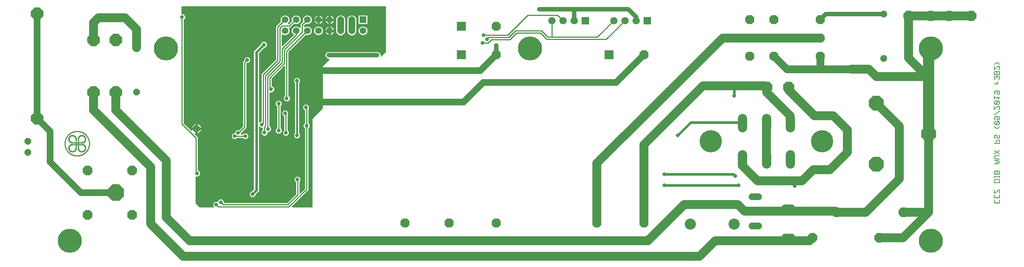
<source format=gbl>
G75*
%MOIN*%
%OFA0B0*%
%FSLAX25Y25*%
%IPPOS*%
%LPD*%
%AMOC8*
5,1,8,0,0,1.08239X$1,22.5*
%
%ADD10C,0.00500*%
%ADD11C,0.01000*%
%ADD12C,0.00100*%
%ADD13OC8,0.08850*%
%ADD14C,0.10000*%
%ADD15C,0.06000*%
%ADD16OC8,0.06000*%
%ADD17OC8,0.10000*%
%ADD18OC8,0.08268*%
%ADD19OC8,0.13386*%
%ADD20OC8,0.11268*%
%ADD21C,0.20000*%
%ADD22OC8,0.08600*%
%ADD23OC8,0.15000*%
%ADD24C,0.08250*%
%ADD25R,0.06600X0.06600*%
%ADD26C,0.06600*%
%ADD27R,0.05906X0.05906*%
%ADD28C,0.05906*%
%ADD29OC8,0.05906*%
%ADD30OC8,0.09055*%
%ADD31OC8,0.06496*%
%ADD32R,0.08268X0.08268*%
%ADD33C,0.21654*%
%ADD34C,0.08000*%
%ADD35OC8,0.03175*%
%ADD36C,0.02400*%
%ADD37C,0.01600*%
%ADD38C,0.04000*%
%ADD39C,0.07000*%
%ADD40C,0.10000*%
%ADD41R,0.03175X0.03175*%
D10*
X0987788Y0113753D02*
X0987788Y0116755D01*
X0987788Y0118357D02*
X0987788Y0121359D01*
X0987788Y0122961D02*
X0987788Y0125963D01*
X0987788Y0122961D02*
X0988539Y0122961D01*
X0991541Y0125963D01*
X0992292Y0125963D01*
X0992292Y0122961D01*
X0992292Y0121359D02*
X0992292Y0118357D01*
X0987788Y0118357D01*
X0990040Y0118357D02*
X0990040Y0119858D01*
X0992292Y0116755D02*
X0992292Y0113753D01*
X0987788Y0113753D01*
X0990040Y0113753D02*
X0990040Y0115254D01*
X0992292Y0132169D02*
X0987788Y0132169D01*
X0987788Y0134420D01*
X0988539Y0135171D01*
X0991541Y0135171D01*
X0992292Y0134420D01*
X0992292Y0132169D01*
X0992292Y0136772D02*
X0992292Y0138274D01*
X0992292Y0137523D02*
X0987788Y0137523D01*
X0987788Y0136772D02*
X0987788Y0138274D01*
X0987788Y0139842D02*
X0987788Y0142094D01*
X0988539Y0142844D01*
X0989289Y0142844D01*
X0990040Y0142094D01*
X0990040Y0139842D01*
X0990040Y0142094D02*
X0990791Y0142844D01*
X0991541Y0142844D01*
X0992292Y0142094D01*
X0992292Y0139842D01*
X0987788Y0139842D01*
X0987788Y0149050D02*
X0990791Y0149050D01*
X0992292Y0150551D01*
X0990791Y0152052D01*
X0987788Y0152052D01*
X0988539Y0153653D02*
X0987788Y0154404D01*
X0987788Y0155905D01*
X0988539Y0156656D01*
X0992292Y0156656D01*
X0992292Y0158257D02*
X0987788Y0161260D01*
X0987788Y0158257D02*
X0992292Y0161260D01*
X0992292Y0167465D02*
X0987788Y0167465D01*
X0989289Y0167465D02*
X0989289Y0169717D01*
X0990040Y0170468D01*
X0991541Y0170468D01*
X0992292Y0169717D01*
X0992292Y0167465D01*
X0991541Y0172069D02*
X0990791Y0172069D01*
X0990040Y0172820D01*
X0990040Y0174321D01*
X0989289Y0175072D01*
X0988539Y0175072D01*
X0987788Y0174321D01*
X0987788Y0172820D01*
X0988539Y0172069D01*
X0991541Y0172069D02*
X0992292Y0172820D01*
X0992292Y0174321D01*
X0991541Y0175072D01*
X0990791Y0181277D02*
X0992292Y0182778D01*
X0991541Y0184346D02*
X0992292Y0185097D01*
X0992292Y0186598D01*
X0991541Y0187349D01*
X0988539Y0184346D01*
X0987788Y0185097D01*
X0987788Y0186598D01*
X0988539Y0187349D01*
X0991541Y0187349D01*
X0991541Y0188950D02*
X0990791Y0188950D01*
X0990040Y0189701D01*
X0990040Y0191953D01*
X0988539Y0191953D02*
X0991541Y0191953D01*
X0992292Y0191202D01*
X0992292Y0189701D01*
X0991541Y0188950D01*
X0988539Y0188950D02*
X0987788Y0189701D01*
X0987788Y0191202D01*
X0988539Y0191953D01*
X0987788Y0193554D02*
X0992292Y0196557D01*
X0991541Y0198158D02*
X0992292Y0198909D01*
X0992292Y0200410D01*
X0991541Y0201161D01*
X0990791Y0201161D01*
X0987788Y0198158D01*
X0987788Y0201161D01*
X0988539Y0202762D02*
X0991541Y0205765D01*
X0988539Y0205765D01*
X0987788Y0205014D01*
X0987788Y0203513D01*
X0988539Y0202762D01*
X0991541Y0202762D01*
X0992292Y0203513D01*
X0992292Y0205014D01*
X0991541Y0205765D01*
X0990791Y0207366D02*
X0992292Y0208867D01*
X0987788Y0208867D01*
X0987788Y0207366D02*
X0987788Y0210369D01*
X0988539Y0211970D02*
X0987788Y0212721D01*
X0987788Y0214222D01*
X0988539Y0214972D01*
X0991541Y0214972D01*
X0992292Y0214222D01*
X0992292Y0212721D01*
X0991541Y0211970D01*
X0990791Y0211970D01*
X0990040Y0212721D01*
X0990040Y0214972D01*
X0989289Y0221178D02*
X0990791Y0222679D01*
X0990791Y0223430D01*
X0991541Y0225014D02*
X0992292Y0225765D01*
X0992292Y0227266D01*
X0991541Y0228017D01*
X0990791Y0228017D01*
X0990040Y0227266D01*
X0989289Y0228017D01*
X0988539Y0228017D01*
X0987788Y0227266D01*
X0987788Y0225765D01*
X0988539Y0225014D01*
X0990040Y0226516D02*
X0990040Y0227266D01*
X0990040Y0229618D02*
X0990040Y0231870D01*
X0989289Y0232621D01*
X0988539Y0232621D01*
X0987788Y0231870D01*
X0987788Y0229618D01*
X0992292Y0229618D01*
X0992292Y0231870D01*
X0991541Y0232621D01*
X0990791Y0232621D01*
X0990040Y0231870D01*
X0991541Y0234222D02*
X0992292Y0234973D01*
X0992292Y0236474D01*
X0991541Y0237225D01*
X0990791Y0237225D01*
X0987788Y0234222D01*
X0987788Y0237225D01*
X0987788Y0238826D02*
X0989289Y0240327D01*
X0990791Y0240327D01*
X0992292Y0238826D01*
X0990791Y0221178D02*
X0987788Y0221178D01*
X0988539Y0184346D02*
X0991541Y0184346D01*
X0990791Y0181277D02*
X0989289Y0181277D01*
X0987788Y0182778D01*
X0988539Y0153653D02*
X0992292Y0153653D01*
X0990040Y0152052D02*
X0990040Y0149050D01*
D11*
X0655820Y0278146D02*
X0639070Y0261396D01*
X0585570Y0261396D01*
X0579820Y0267146D01*
X0558570Y0267146D01*
X0552570Y0261146D01*
X0535820Y0261146D01*
X0532820Y0258146D01*
X0527820Y0258146D01*
X0531820Y0261646D02*
X0533320Y0263146D01*
X0551570Y0263146D01*
X0557570Y0269146D01*
X0580820Y0269146D01*
X0586570Y0263396D01*
X0590320Y0263396D01*
X0631070Y0263396D01*
X0645820Y0278146D01*
X0600320Y0278146D02*
X0595320Y0283146D01*
X0568570Y0283146D01*
X0556570Y0271146D01*
X0552695Y0267271D01*
X0550570Y0265146D01*
X0529070Y0265146D01*
X0590320Y0263396D02*
X0590320Y0278146D01*
X0440570Y0277818D02*
X0425022Y0277818D01*
X0425022Y0276820D02*
X0440570Y0276820D01*
X0440570Y0275821D02*
X0425022Y0275821D01*
X0425022Y0275572D02*
X0425022Y0282720D01*
X0424144Y0283598D01*
X0416995Y0283598D01*
X0416117Y0282720D01*
X0416117Y0275572D01*
X0416995Y0274693D01*
X0424144Y0274693D01*
X0425022Y0275572D01*
X0424273Y0274823D02*
X0440570Y0274823D01*
X0440570Y0273824D02*
X0415070Y0273824D01*
X0415070Y0272826D02*
X0417952Y0272826D01*
X0418047Y0272921D02*
X0416795Y0271668D01*
X0416117Y0270031D01*
X0416117Y0268260D01*
X0416795Y0266623D01*
X0418047Y0265371D01*
X0419684Y0264693D01*
X0421455Y0264693D01*
X0423092Y0265371D01*
X0424344Y0266623D01*
X0425022Y0268260D01*
X0425022Y0270031D01*
X0424344Y0271668D01*
X0423092Y0272921D01*
X0421455Y0273598D01*
X0419684Y0273598D01*
X0418047Y0272921D01*
X0416954Y0271827D02*
X0415070Y0271827D01*
X0415070Y0270829D02*
X0416447Y0270829D01*
X0416117Y0269830D02*
X0415070Y0269830D01*
X0415070Y0268832D02*
X0416117Y0268832D01*
X0416294Y0267833D02*
X0414897Y0267833D01*
X0415070Y0268251D02*
X0414384Y0266597D01*
X0413119Y0265331D01*
X0411465Y0264646D01*
X0409674Y0264646D01*
X0408020Y0265331D01*
X0406755Y0266597D01*
X0406070Y0268251D01*
X0406070Y0280041D01*
X0406755Y0281695D01*
X0408020Y0282961D01*
X0409674Y0283646D01*
X0411465Y0283646D01*
X0413119Y0282961D01*
X0414384Y0281695D01*
X0415070Y0280041D01*
X0415070Y0268251D01*
X0414483Y0266835D02*
X0416707Y0266835D01*
X0417582Y0265836D02*
X0413624Y0265836D01*
X0411928Y0264838D02*
X0419335Y0264838D01*
X0421804Y0264838D02*
X0440570Y0264838D01*
X0440570Y0265836D02*
X0423557Y0265836D01*
X0424432Y0266835D02*
X0440570Y0266835D01*
X0440570Y0267833D02*
X0424845Y0267833D01*
X0425022Y0268832D02*
X0440570Y0268832D01*
X0440570Y0269830D02*
X0425022Y0269830D01*
X0424692Y0270829D02*
X0440570Y0270829D01*
X0440570Y0271827D02*
X0424185Y0271827D01*
X0423187Y0272826D02*
X0440570Y0272826D01*
X0440570Y0278817D02*
X0425022Y0278817D01*
X0425022Y0279815D02*
X0440570Y0279815D01*
X0440570Y0280814D02*
X0425022Y0280814D01*
X0425022Y0281812D02*
X0440570Y0281812D01*
X0440570Y0282811D02*
X0424931Y0282811D01*
X0416208Y0282811D02*
X0413268Y0282811D01*
X0414267Y0281812D02*
X0416117Y0281812D01*
X0416117Y0280814D02*
X0414749Y0280814D01*
X0415070Y0279815D02*
X0416117Y0279815D01*
X0416117Y0278817D02*
X0415070Y0278817D01*
X0415070Y0277818D02*
X0416117Y0277818D01*
X0416117Y0276820D02*
X0415070Y0276820D01*
X0415070Y0275821D02*
X0416117Y0275821D01*
X0416866Y0274823D02*
X0415070Y0274823D01*
X0406070Y0274823D02*
X0405070Y0274823D01*
X0405070Y0275821D02*
X0406070Y0275821D01*
X0406070Y0276820D02*
X0405070Y0276820D01*
X0405070Y0277818D02*
X0406070Y0277818D01*
X0406070Y0278817D02*
X0405070Y0278817D01*
X0405070Y0279815D02*
X0406070Y0279815D01*
X0405070Y0280041D02*
X0404384Y0281695D01*
X0403119Y0282961D01*
X0401465Y0283646D01*
X0399674Y0283646D01*
X0398020Y0282961D01*
X0396755Y0281695D01*
X0396070Y0280041D01*
X0396070Y0268251D01*
X0396755Y0266597D01*
X0398020Y0265331D01*
X0399674Y0264646D01*
X0401465Y0264646D01*
X0403119Y0265331D01*
X0404384Y0266597D01*
X0405070Y0268251D01*
X0405070Y0280041D01*
X0404749Y0280814D02*
X0406390Y0280814D01*
X0406872Y0281812D02*
X0404267Y0281812D01*
X0403268Y0282811D02*
X0407871Y0282811D01*
X0397871Y0282811D02*
X0392744Y0282811D01*
X0392798Y0282783D02*
X0392202Y0283087D01*
X0391565Y0283294D01*
X0391054Y0283375D01*
X0391054Y0279630D01*
X0394799Y0279630D01*
X0394718Y0280142D01*
X0394511Y0280778D01*
X0394207Y0281375D01*
X0393813Y0281916D01*
X0393340Y0282389D01*
X0392798Y0282783D01*
X0393889Y0281812D02*
X0396872Y0281812D01*
X0396390Y0280814D02*
X0394493Y0280814D01*
X0394769Y0279815D02*
X0396070Y0279815D01*
X0396070Y0278817D02*
X0391054Y0278817D01*
X0391054Y0278661D02*
X0391054Y0279630D01*
X0390085Y0279630D01*
X0390085Y0278661D01*
X0391054Y0278661D01*
X0391054Y0274917D01*
X0391565Y0274998D01*
X0392202Y0275204D01*
X0392798Y0275508D01*
X0393340Y0275902D01*
X0393813Y0276375D01*
X0394207Y0276917D01*
X0394511Y0277513D01*
X0394718Y0278150D01*
X0394799Y0278661D01*
X0391054Y0278661D01*
X0391054Y0277818D02*
X0390085Y0277818D01*
X0390085Y0278661D02*
X0390085Y0274917D01*
X0389574Y0274998D01*
X0388937Y0275204D01*
X0388341Y0275508D01*
X0387799Y0275902D01*
X0387326Y0276375D01*
X0386932Y0276917D01*
X0386628Y0277513D01*
X0386422Y0278150D01*
X0386340Y0278661D01*
X0390085Y0278661D01*
X0390085Y0278817D02*
X0381054Y0278817D01*
X0381054Y0278661D02*
X0381054Y0279630D01*
X0384799Y0279630D01*
X0384718Y0280142D01*
X0384511Y0280778D01*
X0384207Y0281375D01*
X0383813Y0281916D01*
X0383340Y0282389D01*
X0382798Y0282783D01*
X0382202Y0283087D01*
X0381565Y0283294D01*
X0381054Y0283375D01*
X0381054Y0279630D01*
X0380085Y0279630D01*
X0380085Y0278661D01*
X0381054Y0278661D01*
X0381054Y0274917D01*
X0381565Y0274998D01*
X0382202Y0275204D01*
X0382798Y0275508D01*
X0383340Y0275902D01*
X0383813Y0276375D01*
X0384207Y0276917D01*
X0384511Y0277513D01*
X0384718Y0278150D01*
X0384799Y0278661D01*
X0381054Y0278661D01*
X0381054Y0277818D02*
X0380085Y0277818D01*
X0380085Y0278661D02*
X0380085Y0274917D01*
X0379574Y0274998D01*
X0378937Y0275204D01*
X0378341Y0275508D01*
X0377799Y0275902D01*
X0377326Y0276375D01*
X0376932Y0276917D01*
X0376628Y0277513D01*
X0376422Y0278150D01*
X0376340Y0278661D01*
X0380085Y0278661D01*
X0380085Y0278817D02*
X0375022Y0278817D01*
X0375022Y0278260D02*
X0375022Y0280031D01*
X0374344Y0281668D01*
X0373092Y0282921D01*
X0371455Y0283598D01*
X0369684Y0283598D01*
X0368047Y0282921D01*
X0366795Y0281668D01*
X0366117Y0280031D01*
X0366117Y0278260D01*
X0366333Y0277738D01*
X0364991Y0276396D01*
X0363820Y0275224D01*
X0363820Y0272193D01*
X0363092Y0272921D01*
X0361455Y0273598D01*
X0359684Y0273598D01*
X0358047Y0272921D01*
X0356795Y0271668D01*
X0356117Y0270031D01*
X0356117Y0268260D01*
X0356795Y0266623D01*
X0357882Y0265536D01*
X0348070Y0255724D01*
X0348070Y0265362D01*
X0349684Y0264693D01*
X0351455Y0264693D01*
X0353092Y0265371D01*
X0354344Y0266623D01*
X0355022Y0268260D01*
X0355022Y0270031D01*
X0354354Y0271646D01*
X0355398Y0271646D01*
X0356570Y0272817D01*
X0358808Y0275056D01*
X0359684Y0274693D01*
X0361455Y0274693D01*
X0363092Y0275371D01*
X0364344Y0276623D01*
X0365022Y0278260D01*
X0365022Y0280031D01*
X0364344Y0281668D01*
X0363092Y0282921D01*
X0361455Y0283598D01*
X0359684Y0283598D01*
X0358047Y0282921D01*
X0356795Y0281668D01*
X0356117Y0280031D01*
X0356117Y0278260D01*
X0356187Y0278091D01*
X0353741Y0275646D01*
X0353367Y0275646D01*
X0354344Y0276623D01*
X0355022Y0278260D01*
X0355022Y0280031D01*
X0354344Y0281668D01*
X0353092Y0282921D01*
X0351455Y0283598D01*
X0349684Y0283598D01*
X0348047Y0282921D01*
X0346795Y0281668D01*
X0346117Y0280031D01*
X0346117Y0278260D01*
X0346333Y0277738D01*
X0342070Y0273474D01*
X0342070Y0243474D01*
X0329991Y0231396D01*
X0328820Y0230224D01*
X0328820Y0187733D01*
X0328291Y0187733D01*
X0327520Y0186962D01*
X0327520Y0248777D01*
X0332301Y0253558D01*
X0332848Y0253558D01*
X0334657Y0255367D01*
X0334657Y0257924D01*
X0332848Y0259733D01*
X0330291Y0259733D01*
X0328482Y0257924D01*
X0328482Y0257377D01*
X0322531Y0251425D01*
X0322120Y0250433D01*
X0322120Y0249359D01*
X0322120Y0126514D01*
X0320589Y0124983D01*
X0320041Y0124983D01*
X0318232Y0123174D01*
X0318232Y0120617D01*
X0320041Y0118808D01*
X0322598Y0118808D01*
X0324407Y0120617D01*
X0324407Y0121165D01*
X0327108Y0123866D01*
X0327520Y0124859D01*
X0327520Y0182329D01*
X0328291Y0181558D01*
X0330070Y0181558D01*
X0330070Y0179762D01*
X0328982Y0178674D01*
X0328982Y0176117D01*
X0330791Y0174308D01*
X0333348Y0174308D01*
X0335157Y0176117D01*
X0335157Y0177558D01*
X0336598Y0177558D01*
X0338407Y0179367D01*
X0338407Y0181924D01*
X0336820Y0183512D01*
X0336820Y0213308D01*
X0339348Y0213308D01*
X0341157Y0215117D01*
X0341157Y0217674D01*
X0339348Y0219483D01*
X0338820Y0219483D01*
X0338820Y0225817D01*
X0350070Y0237067D01*
X0350070Y0210512D01*
X0348982Y0209424D01*
X0348982Y0206867D01*
X0350791Y0205058D01*
X0353348Y0205058D01*
X0355157Y0206867D01*
X0355157Y0209424D01*
X0354070Y0210512D01*
X0354070Y0249817D01*
X0369162Y0264909D01*
X0369684Y0264693D01*
X0371455Y0264693D01*
X0373092Y0265371D01*
X0374344Y0266623D01*
X0375022Y0268260D01*
X0375022Y0270031D01*
X0374344Y0271668D01*
X0373092Y0272921D01*
X0371455Y0273598D01*
X0369684Y0273598D01*
X0368047Y0272921D01*
X0367820Y0272693D01*
X0367820Y0273567D01*
X0369162Y0274909D01*
X0369684Y0274693D01*
X0371455Y0274693D01*
X0373092Y0275371D01*
X0374344Y0276623D01*
X0375022Y0278260D01*
X0374839Y0277818D02*
X0376529Y0277818D01*
X0377003Y0276820D02*
X0374426Y0276820D01*
X0373542Y0275821D02*
X0377910Y0275821D01*
X0380085Y0275821D02*
X0381054Y0275821D01*
X0381054Y0276820D02*
X0380085Y0276820D01*
X0380085Y0279630D02*
X0376340Y0279630D01*
X0376422Y0280142D01*
X0376628Y0280778D01*
X0376932Y0281375D01*
X0377326Y0281916D01*
X0377799Y0282389D01*
X0378341Y0282783D01*
X0378937Y0283087D01*
X0379574Y0283294D01*
X0380085Y0283375D01*
X0380085Y0279630D01*
X0380085Y0279815D02*
X0381054Y0279815D01*
X0381054Y0280814D02*
X0380085Y0280814D01*
X0380085Y0281812D02*
X0381054Y0281812D01*
X0381054Y0282811D02*
X0380085Y0282811D01*
X0378395Y0282811D02*
X0373202Y0282811D01*
X0374200Y0281812D02*
X0377250Y0281812D01*
X0376646Y0280814D02*
X0374698Y0280814D01*
X0375022Y0279815D02*
X0376370Y0279815D01*
X0370570Y0279146D02*
X0365820Y0274396D01*
X0365820Y0267896D01*
X0350070Y0252146D01*
X0350070Y0239896D01*
X0336820Y0226646D01*
X0336820Y0217646D01*
X0338070Y0216396D01*
X0339954Y0213913D02*
X0350070Y0213913D01*
X0350070Y0212915D02*
X0336820Y0212915D01*
X0336820Y0211916D02*
X0350070Y0211916D01*
X0350070Y0210918D02*
X0336820Y0210918D01*
X0336820Y0209919D02*
X0349477Y0209919D01*
X0348982Y0208921D02*
X0336820Y0208921D01*
X0336820Y0207922D02*
X0348982Y0207922D01*
X0348982Y0206924D02*
X0336820Y0206924D01*
X0336820Y0205925D02*
X0342983Y0205925D01*
X0343541Y0206483D02*
X0341732Y0204674D01*
X0341732Y0202117D01*
X0342820Y0201029D01*
X0342820Y0181512D01*
X0341732Y0180424D01*
X0341732Y0177867D01*
X0343541Y0176058D01*
X0346098Y0176058D01*
X0347907Y0177867D01*
X0347907Y0180424D01*
X0346820Y0181512D01*
X0346820Y0201029D01*
X0347907Y0202117D01*
X0347907Y0204674D01*
X0346098Y0206483D01*
X0343541Y0206483D01*
X0341984Y0204927D02*
X0336820Y0204927D01*
X0336820Y0203928D02*
X0341732Y0203928D01*
X0341732Y0202930D02*
X0336820Y0202930D01*
X0336820Y0201931D02*
X0341918Y0201931D01*
X0342820Y0200933D02*
X0336820Y0200933D01*
X0336820Y0199934D02*
X0342820Y0199934D01*
X0342820Y0198936D02*
X0336820Y0198936D01*
X0336820Y0197937D02*
X0342820Y0197937D01*
X0342820Y0196939D02*
X0336820Y0196939D01*
X0336820Y0195940D02*
X0342820Y0195940D01*
X0342820Y0194942D02*
X0336820Y0194942D01*
X0336820Y0193943D02*
X0342820Y0193943D01*
X0342820Y0192945D02*
X0336820Y0192945D01*
X0336820Y0191946D02*
X0342820Y0191946D01*
X0342820Y0190948D02*
X0336820Y0190948D01*
X0336820Y0189949D02*
X0342820Y0189949D01*
X0342820Y0188951D02*
X0336820Y0188951D01*
X0336820Y0187952D02*
X0342820Y0187952D01*
X0342820Y0186954D02*
X0336820Y0186954D01*
X0336820Y0185955D02*
X0342820Y0185955D01*
X0342820Y0184957D02*
X0336820Y0184957D01*
X0336820Y0183958D02*
X0342820Y0183958D01*
X0342820Y0182960D02*
X0337372Y0182960D01*
X0338370Y0181961D02*
X0342820Y0181961D01*
X0342270Y0180963D02*
X0338407Y0180963D01*
X0338407Y0179964D02*
X0341732Y0179964D01*
X0341732Y0178966D02*
X0338006Y0178966D01*
X0337007Y0177967D02*
X0341732Y0177967D01*
X0342630Y0176969D02*
X0335157Y0176969D01*
X0335010Y0175970D02*
X0348232Y0175970D01*
X0348232Y0175867D02*
X0350041Y0174058D01*
X0352598Y0174058D01*
X0354407Y0175867D01*
X0354407Y0178424D01*
X0353320Y0179512D01*
X0353320Y0193279D01*
X0353657Y0193617D01*
X0353657Y0196174D01*
X0351848Y0197983D01*
X0349291Y0197983D01*
X0347482Y0196174D01*
X0347482Y0193617D01*
X0349291Y0191808D01*
X0349320Y0191808D01*
X0349320Y0179512D01*
X0348232Y0178424D01*
X0348232Y0175867D01*
X0348232Y0176969D02*
X0347009Y0176969D01*
X0347907Y0177967D02*
X0348232Y0177967D01*
X0347907Y0178966D02*
X0348773Y0178966D01*
X0349320Y0179964D02*
X0347907Y0179964D01*
X0347369Y0180963D02*
X0349320Y0180963D01*
X0349320Y0181961D02*
X0346820Y0181961D01*
X0346820Y0182960D02*
X0349320Y0182960D01*
X0349320Y0183958D02*
X0346820Y0183958D01*
X0346820Y0184957D02*
X0349320Y0184957D01*
X0349320Y0185955D02*
X0346820Y0185955D01*
X0346820Y0186954D02*
X0349320Y0186954D01*
X0349320Y0187952D02*
X0346820Y0187952D01*
X0346820Y0188951D02*
X0349320Y0188951D01*
X0349320Y0189949D02*
X0346820Y0189949D01*
X0346820Y0190948D02*
X0349320Y0190948D01*
X0349153Y0191946D02*
X0346820Y0191946D01*
X0346820Y0192945D02*
X0348154Y0192945D01*
X0347482Y0193943D02*
X0346820Y0193943D01*
X0346820Y0194942D02*
X0347482Y0194942D01*
X0347482Y0195940D02*
X0346820Y0195940D01*
X0346820Y0196939D02*
X0348246Y0196939D01*
X0349245Y0197937D02*
X0346820Y0197937D01*
X0346820Y0198936D02*
X0359020Y0198936D01*
X0359020Y0199934D02*
X0346820Y0199934D01*
X0346820Y0200933D02*
X0359020Y0200933D01*
X0359020Y0201931D02*
X0347721Y0201931D01*
X0347907Y0202930D02*
X0359020Y0202930D01*
X0359020Y0203928D02*
X0347907Y0203928D01*
X0347655Y0204927D02*
X0359020Y0204927D01*
X0359020Y0205925D02*
X0354215Y0205925D01*
X0355157Y0206924D02*
X0359020Y0206924D01*
X0359020Y0207922D02*
X0355157Y0207922D01*
X0355157Y0208921D02*
X0359020Y0208921D01*
X0359020Y0209919D02*
X0354662Y0209919D01*
X0354070Y0210918D02*
X0359020Y0210918D01*
X0359020Y0211916D02*
X0354070Y0211916D01*
X0354070Y0212915D02*
X0359020Y0212915D01*
X0359020Y0213913D02*
X0354070Y0213913D01*
X0354070Y0214912D02*
X0359020Y0214912D01*
X0359020Y0215910D02*
X0354070Y0215910D01*
X0354070Y0216909D02*
X0359020Y0216909D01*
X0359020Y0217907D02*
X0354070Y0217907D01*
X0354070Y0218906D02*
X0359020Y0218906D01*
X0359020Y0219905D02*
X0354070Y0219905D01*
X0354070Y0220903D02*
X0359020Y0220903D01*
X0359020Y0221902D02*
X0354070Y0221902D01*
X0354070Y0222900D02*
X0358232Y0222900D01*
X0358232Y0222867D02*
X0359020Y0222079D01*
X0359020Y0176962D01*
X0358232Y0176174D01*
X0358232Y0173617D01*
X0360041Y0171808D01*
X0362598Y0171808D01*
X0364407Y0173617D01*
X0364407Y0176174D01*
X0363620Y0176962D01*
X0363620Y0222079D01*
X0364407Y0222867D01*
X0364407Y0225424D01*
X0362598Y0227233D01*
X0360041Y0227233D01*
X0358232Y0225424D01*
X0358232Y0222867D01*
X0358232Y0223899D02*
X0354070Y0223899D01*
X0354070Y0224897D02*
X0358232Y0224897D01*
X0358703Y0225896D02*
X0354070Y0225896D01*
X0354070Y0226894D02*
X0359702Y0226894D01*
X0362937Y0226894D02*
X0384070Y0226894D01*
X0384070Y0225896D02*
X0363936Y0225896D01*
X0364407Y0224897D02*
X0384070Y0224897D01*
X0384070Y0223899D02*
X0364407Y0223899D01*
X0364407Y0222900D02*
X0384070Y0222900D01*
X0384070Y0221902D02*
X0363620Y0221902D01*
X0363620Y0220903D02*
X0384070Y0220903D01*
X0384070Y0219905D02*
X0363620Y0219905D01*
X0363620Y0218906D02*
X0384070Y0218906D01*
X0384070Y0217907D02*
X0363620Y0217907D01*
X0363620Y0216909D02*
X0384070Y0216909D01*
X0384070Y0215910D02*
X0363620Y0215910D01*
X0363620Y0214912D02*
X0384070Y0214912D01*
X0384070Y0213913D02*
X0363620Y0213913D01*
X0363620Y0212915D02*
X0384070Y0212915D01*
X0384070Y0211916D02*
X0363620Y0211916D01*
X0363620Y0210918D02*
X0384070Y0210918D01*
X0384070Y0209919D02*
X0363620Y0209919D01*
X0363620Y0208921D02*
X0384070Y0208921D01*
X0384070Y0207922D02*
X0363620Y0207922D01*
X0363620Y0206924D02*
X0384070Y0206924D01*
X0384070Y0205925D02*
X0363620Y0205925D01*
X0363620Y0204927D02*
X0384070Y0204927D01*
X0384070Y0203928D02*
X0363620Y0203928D01*
X0363620Y0202930D02*
X0367737Y0202930D01*
X0368041Y0203233D02*
X0366232Y0201424D01*
X0366232Y0198867D01*
X0367820Y0197279D01*
X0367820Y0186012D01*
X0366732Y0184924D01*
X0366732Y0182367D01*
X0367820Y0181279D01*
X0367820Y0126974D01*
X0363820Y0122974D01*
X0363820Y0133029D01*
X0364657Y0133867D01*
X0364657Y0136424D01*
X0362848Y0138233D01*
X0360291Y0138233D01*
X0358482Y0136424D01*
X0358482Y0133867D01*
X0359820Y0132529D01*
X0359820Y0121974D01*
X0352241Y0114396D01*
X0295907Y0114396D01*
X0295907Y0115924D01*
X0294098Y0117733D01*
X0291541Y0117733D01*
X0289732Y0115924D01*
X0289732Y0115483D01*
X0287291Y0115483D01*
X0285482Y0113674D01*
X0285482Y0111117D01*
X0286253Y0110346D01*
X0274120Y0110346D01*
X0270570Y0113896D01*
X0270570Y0137558D01*
X0272848Y0137558D01*
X0274657Y0139367D01*
X0274657Y0141924D01*
X0272848Y0143733D01*
X0272570Y0143733D01*
X0272570Y0173474D01*
X0269696Y0176348D01*
X0270570Y0176348D01*
X0270570Y0180396D01*
X0271570Y0180396D01*
X0271570Y0181396D01*
X0275618Y0181396D01*
X0275618Y0182780D01*
X0272953Y0185444D01*
X0271570Y0185444D01*
X0271570Y0181396D01*
X0270570Y0181396D01*
X0270570Y0185444D01*
X0269186Y0185444D01*
X0266522Y0182780D01*
X0266522Y0181396D01*
X0270569Y0181396D01*
X0270569Y0180396D01*
X0266522Y0180396D01*
X0266522Y0179522D01*
X0260070Y0185974D01*
X0260070Y0279029D01*
X0261157Y0280117D01*
X0261157Y0282674D01*
X0259348Y0284483D01*
X0258070Y0284483D01*
X0258070Y0290669D01*
X0440570Y0290669D01*
X0440570Y0250146D01*
X0436781Y0246358D01*
X0436820Y0246449D01*
X0436820Y0247842D01*
X0436287Y0249128D01*
X0435302Y0250113D01*
X0434016Y0250646D01*
X0389123Y0250646D01*
X0387837Y0250113D01*
X0386852Y0249128D01*
X0386320Y0247842D01*
X0386320Y0246449D01*
X0386852Y0245163D01*
X0387837Y0244179D01*
X0389123Y0243646D01*
X0390070Y0243646D01*
X0384070Y0237646D01*
X0384070Y0199396D01*
X0374570Y0189896D01*
X0374570Y0110346D01*
X0356848Y0110346D01*
X0370648Y0124146D01*
X0371820Y0125317D01*
X0371820Y0181279D01*
X0372907Y0182367D01*
X0372907Y0184924D01*
X0371820Y0186012D01*
X0371820Y0198279D01*
X0372407Y0198867D01*
X0372407Y0201424D01*
X0370598Y0203233D01*
X0368041Y0203233D01*
X0366739Y0201931D02*
X0363620Y0201931D01*
X0363620Y0200933D02*
X0366232Y0200933D01*
X0366232Y0199934D02*
X0363620Y0199934D01*
X0363620Y0198936D02*
X0366232Y0198936D01*
X0367162Y0197937D02*
X0363620Y0197937D01*
X0363620Y0196939D02*
X0367820Y0196939D01*
X0367820Y0195940D02*
X0363620Y0195940D01*
X0363620Y0194942D02*
X0367820Y0194942D01*
X0367820Y0193943D02*
X0363620Y0193943D01*
X0363620Y0192945D02*
X0367820Y0192945D01*
X0367820Y0191946D02*
X0363620Y0191946D01*
X0363620Y0190948D02*
X0367820Y0190948D01*
X0367820Y0189949D02*
X0363620Y0189949D01*
X0363620Y0188951D02*
X0367820Y0188951D01*
X0367820Y0187952D02*
X0363620Y0187952D01*
X0363620Y0186954D02*
X0367820Y0186954D01*
X0367763Y0185955D02*
X0363620Y0185955D01*
X0363620Y0184957D02*
X0366764Y0184957D01*
X0366732Y0183958D02*
X0363620Y0183958D01*
X0363620Y0182960D02*
X0366732Y0182960D01*
X0367138Y0181961D02*
X0363620Y0181961D01*
X0363620Y0180963D02*
X0367820Y0180963D01*
X0367820Y0179964D02*
X0363620Y0179964D01*
X0363620Y0178966D02*
X0367820Y0178966D01*
X0367820Y0177967D02*
X0363620Y0177967D01*
X0363620Y0176969D02*
X0367820Y0176969D01*
X0367820Y0175970D02*
X0364407Y0175970D01*
X0364407Y0174971D02*
X0367820Y0174971D01*
X0367820Y0173973D02*
X0364407Y0173973D01*
X0363765Y0172974D02*
X0367820Y0172974D01*
X0367820Y0171976D02*
X0362766Y0171976D01*
X0359873Y0171976D02*
X0327520Y0171976D01*
X0327520Y0172974D02*
X0358875Y0172974D01*
X0358232Y0173973D02*
X0327520Y0173973D01*
X0327520Y0174971D02*
X0330127Y0174971D01*
X0329129Y0175970D02*
X0327520Y0175970D01*
X0327520Y0176969D02*
X0328982Y0176969D01*
X0328982Y0177967D02*
X0327520Y0177967D01*
X0327520Y0178966D02*
X0329273Y0178966D01*
X0330070Y0179964D02*
X0327520Y0179964D01*
X0327520Y0180963D02*
X0330070Y0180963D01*
X0327888Y0181961D02*
X0327520Y0181961D01*
X0329570Y0184646D02*
X0329820Y0184646D01*
X0330820Y0185646D01*
X0330820Y0229396D01*
X0344070Y0242646D01*
X0344070Y0272646D01*
X0350570Y0279146D01*
X0354698Y0280814D02*
X0356441Y0280814D01*
X0356117Y0279815D02*
X0355022Y0279815D01*
X0355022Y0278817D02*
X0356117Y0278817D01*
X0355914Y0277818D02*
X0354839Y0277818D01*
X0354915Y0276820D02*
X0354426Y0276820D01*
X0353917Y0275821D02*
X0353542Y0275821D01*
X0354570Y0273646D02*
X0348070Y0273646D01*
X0346070Y0271646D01*
X0346070Y0241646D01*
X0332820Y0228396D01*
X0332820Y0183146D01*
X0332070Y0182396D01*
X0332070Y0177396D01*
X0334012Y0174971D02*
X0349127Y0174971D01*
X0351320Y0177146D02*
X0351320Y0194146D01*
X0350570Y0194896D01*
X0353657Y0194942D02*
X0359020Y0194942D01*
X0359020Y0195940D02*
X0353657Y0195940D01*
X0352893Y0196939D02*
X0359020Y0196939D01*
X0359020Y0197937D02*
X0351894Y0197937D01*
X0344820Y0203396D02*
X0344820Y0179146D01*
X0353320Y0179964D02*
X0359020Y0179964D01*
X0359020Y0178966D02*
X0353866Y0178966D01*
X0354407Y0177967D02*
X0359020Y0177967D01*
X0359020Y0176969D02*
X0354407Y0176969D01*
X0354407Y0175970D02*
X0358232Y0175970D01*
X0358232Y0174971D02*
X0353512Y0174971D01*
X0353320Y0180963D02*
X0359020Y0180963D01*
X0359020Y0181961D02*
X0353320Y0181961D01*
X0353320Y0182960D02*
X0359020Y0182960D01*
X0359020Y0183958D02*
X0353320Y0183958D01*
X0353320Y0184957D02*
X0359020Y0184957D01*
X0359020Y0185955D02*
X0353320Y0185955D01*
X0353320Y0186954D02*
X0359020Y0186954D01*
X0359020Y0187952D02*
X0353320Y0187952D01*
X0353320Y0188951D02*
X0359020Y0188951D01*
X0359020Y0189949D02*
X0353320Y0189949D01*
X0353320Y0190948D02*
X0359020Y0190948D01*
X0359020Y0191946D02*
X0353320Y0191946D01*
X0353320Y0192945D02*
X0359020Y0192945D01*
X0359020Y0193943D02*
X0353657Y0193943D01*
X0369320Y0200146D02*
X0369820Y0199646D01*
X0369820Y0183646D01*
X0369820Y0126146D01*
X0354070Y0110396D01*
X0290570Y0110396D01*
X0288570Y0112396D01*
X0285482Y0112065D02*
X0272400Y0112065D01*
X0273398Y0111067D02*
X0285532Y0111067D01*
X0285482Y0113064D02*
X0271401Y0113064D01*
X0270570Y0114062D02*
X0285870Y0114062D01*
X0286868Y0115061D02*
X0270570Y0115061D01*
X0270570Y0116059D02*
X0289867Y0116059D01*
X0290865Y0117058D02*
X0270570Y0117058D01*
X0270570Y0118056D02*
X0355902Y0118056D01*
X0354903Y0117058D02*
X0294774Y0117058D01*
X0295772Y0116059D02*
X0353905Y0116059D01*
X0352906Y0115061D02*
X0295907Y0115061D01*
X0295070Y0112396D02*
X0292820Y0114646D01*
X0295070Y0112396D02*
X0353070Y0112396D01*
X0361820Y0121146D01*
X0361820Y0134896D01*
X0361570Y0135146D01*
X0363824Y0133034D02*
X0367820Y0133034D01*
X0367820Y0132036D02*
X0363820Y0132036D01*
X0363820Y0131037D02*
X0367820Y0131037D01*
X0367820Y0130038D02*
X0363820Y0130038D01*
X0363820Y0129040D02*
X0367820Y0129040D01*
X0367820Y0128041D02*
X0363820Y0128041D01*
X0363820Y0127043D02*
X0367820Y0127043D01*
X0366890Y0126044D02*
X0363820Y0126044D01*
X0363820Y0125046D02*
X0365891Y0125046D01*
X0364893Y0124047D02*
X0363820Y0124047D01*
X0363820Y0123049D02*
X0363894Y0123049D01*
X0366556Y0120053D02*
X0374570Y0120053D01*
X0374570Y0119055D02*
X0365557Y0119055D01*
X0364559Y0118056D02*
X0374570Y0118056D01*
X0374570Y0117058D02*
X0363560Y0117058D01*
X0362562Y0116059D02*
X0374570Y0116059D01*
X0374570Y0115061D02*
X0361563Y0115061D01*
X0360565Y0114062D02*
X0374570Y0114062D01*
X0374570Y0113064D02*
X0359566Y0113064D01*
X0358568Y0112065D02*
X0374570Y0112065D01*
X0374570Y0111067D02*
X0357569Y0111067D01*
X0356900Y0119055D02*
X0322845Y0119055D01*
X0323843Y0120053D02*
X0357899Y0120053D01*
X0358897Y0121052D02*
X0324407Y0121052D01*
X0325293Y0122050D02*
X0359820Y0122050D01*
X0359820Y0123049D02*
X0326291Y0123049D01*
X0327184Y0124047D02*
X0359820Y0124047D01*
X0359820Y0125046D02*
X0327520Y0125046D01*
X0327520Y0126044D02*
X0359820Y0126044D01*
X0359820Y0127043D02*
X0327520Y0127043D01*
X0327520Y0128041D02*
X0359820Y0128041D01*
X0359820Y0129040D02*
X0327520Y0129040D01*
X0327520Y0130038D02*
X0359820Y0130038D01*
X0359820Y0131037D02*
X0327520Y0131037D01*
X0327520Y0132036D02*
X0359820Y0132036D01*
X0359315Y0133034D02*
X0327520Y0133034D01*
X0327520Y0134033D02*
X0358482Y0134033D01*
X0358482Y0135031D02*
X0327520Y0135031D01*
X0327520Y0136030D02*
X0358482Y0136030D01*
X0359086Y0137028D02*
X0327520Y0137028D01*
X0327520Y0138027D02*
X0360084Y0138027D01*
X0363055Y0138027D02*
X0367820Y0138027D01*
X0367820Y0139025D02*
X0327520Y0139025D01*
X0327520Y0140024D02*
X0367820Y0140024D01*
X0367820Y0141022D02*
X0327520Y0141022D01*
X0327520Y0142021D02*
X0367820Y0142021D01*
X0367820Y0143019D02*
X0327520Y0143019D01*
X0327520Y0144018D02*
X0367820Y0144018D01*
X0367820Y0145016D02*
X0327520Y0145016D01*
X0327520Y0146015D02*
X0367820Y0146015D01*
X0367820Y0147013D02*
X0327520Y0147013D01*
X0327520Y0148012D02*
X0367820Y0148012D01*
X0367820Y0149010D02*
X0327520Y0149010D01*
X0327520Y0150009D02*
X0367820Y0150009D01*
X0367820Y0151007D02*
X0327520Y0151007D01*
X0327520Y0152006D02*
X0367820Y0152006D01*
X0367820Y0153004D02*
X0327520Y0153004D01*
X0327520Y0154003D02*
X0367820Y0154003D01*
X0367820Y0155001D02*
X0327520Y0155001D01*
X0327520Y0156000D02*
X0367820Y0156000D01*
X0367820Y0156998D02*
X0327520Y0156998D01*
X0327520Y0157997D02*
X0367820Y0157997D01*
X0367820Y0158995D02*
X0327520Y0158995D01*
X0327520Y0159994D02*
X0367820Y0159994D01*
X0367820Y0160992D02*
X0327520Y0160992D01*
X0327520Y0161991D02*
X0367820Y0161991D01*
X0367820Y0162989D02*
X0327520Y0162989D01*
X0327520Y0163988D02*
X0367820Y0163988D01*
X0367820Y0164986D02*
X0327520Y0164986D01*
X0327520Y0165985D02*
X0367820Y0165985D01*
X0367820Y0166983D02*
X0327520Y0166983D01*
X0327520Y0167982D02*
X0367820Y0167982D01*
X0367820Y0168980D02*
X0327520Y0168980D01*
X0327520Y0169979D02*
X0367820Y0169979D01*
X0367820Y0170977D02*
X0327520Y0170977D01*
X0322120Y0170977D02*
X0272570Y0170977D01*
X0272570Y0169979D02*
X0322120Y0169979D01*
X0322120Y0168980D02*
X0272570Y0168980D01*
X0272570Y0167982D02*
X0322120Y0167982D01*
X0322120Y0166983D02*
X0272570Y0166983D01*
X0272570Y0165985D02*
X0322120Y0165985D01*
X0322120Y0164986D02*
X0272570Y0164986D01*
X0272570Y0163988D02*
X0322120Y0163988D01*
X0322120Y0162989D02*
X0272570Y0162989D01*
X0272570Y0161991D02*
X0322120Y0161991D01*
X0322120Y0160992D02*
X0272570Y0160992D01*
X0272570Y0159994D02*
X0322120Y0159994D01*
X0322120Y0158995D02*
X0272570Y0158995D01*
X0272570Y0157997D02*
X0322120Y0157997D01*
X0322120Y0156998D02*
X0272570Y0156998D01*
X0272570Y0156000D02*
X0322120Y0156000D01*
X0322120Y0155001D02*
X0272570Y0155001D01*
X0272570Y0154003D02*
X0322120Y0154003D01*
X0322120Y0153004D02*
X0272570Y0153004D01*
X0272570Y0152006D02*
X0322120Y0152006D01*
X0322120Y0151007D02*
X0272570Y0151007D01*
X0272570Y0150009D02*
X0322120Y0150009D01*
X0322120Y0149010D02*
X0272570Y0149010D01*
X0272570Y0148012D02*
X0322120Y0148012D01*
X0322120Y0147013D02*
X0272570Y0147013D01*
X0272570Y0146015D02*
X0322120Y0146015D01*
X0322120Y0145016D02*
X0272570Y0145016D01*
X0272570Y0144018D02*
X0322120Y0144018D01*
X0322120Y0143019D02*
X0273562Y0143019D01*
X0274561Y0142021D02*
X0322120Y0142021D01*
X0322120Y0141022D02*
X0274657Y0141022D01*
X0274657Y0140024D02*
X0322120Y0140024D01*
X0322120Y0139025D02*
X0274315Y0139025D01*
X0273317Y0138027D02*
X0322120Y0138027D01*
X0322120Y0137028D02*
X0270570Y0137028D01*
X0270570Y0136030D02*
X0322120Y0136030D01*
X0322120Y0135031D02*
X0270570Y0135031D01*
X0270570Y0134033D02*
X0322120Y0134033D01*
X0322120Y0133034D02*
X0270570Y0133034D01*
X0270570Y0132036D02*
X0322120Y0132036D01*
X0322120Y0131037D02*
X0270570Y0131037D01*
X0270570Y0130038D02*
X0322120Y0130038D01*
X0322120Y0129040D02*
X0270570Y0129040D01*
X0270570Y0128041D02*
X0322120Y0128041D01*
X0322120Y0127043D02*
X0270570Y0127043D01*
X0270570Y0126044D02*
X0321650Y0126044D01*
X0320651Y0125046D02*
X0270570Y0125046D01*
X0270570Y0124047D02*
X0319105Y0124047D01*
X0318232Y0123049D02*
X0270570Y0123049D01*
X0270570Y0122050D02*
X0318232Y0122050D01*
X0318232Y0121052D02*
X0270570Y0121052D01*
X0270570Y0120053D02*
X0318796Y0120053D01*
X0319794Y0119055D02*
X0270570Y0119055D01*
X0271570Y0140646D02*
X0270570Y0141646D01*
X0270570Y0172646D01*
X0258070Y0185146D01*
X0258070Y0281396D01*
X0260022Y0283809D02*
X0440570Y0283809D01*
X0440570Y0284808D02*
X0258070Y0284808D01*
X0258070Y0285806D02*
X0440570Y0285806D01*
X0440570Y0286805D02*
X0258070Y0286805D01*
X0258070Y0287803D02*
X0440570Y0287803D01*
X0440570Y0288802D02*
X0258070Y0288802D01*
X0258070Y0289800D02*
X0440570Y0289800D01*
X0406070Y0273824D02*
X0405070Y0273824D01*
X0405070Y0272826D02*
X0406070Y0272826D01*
X0406070Y0271827D02*
X0405070Y0271827D01*
X0405070Y0270829D02*
X0406070Y0270829D01*
X0406070Y0269830D02*
X0405070Y0269830D01*
X0405070Y0268832D02*
X0406070Y0268832D01*
X0406242Y0267833D02*
X0404897Y0267833D01*
X0404483Y0266835D02*
X0406656Y0266835D01*
X0407515Y0265836D02*
X0403624Y0265836D01*
X0401928Y0264838D02*
X0409211Y0264838D01*
X0399211Y0264838D02*
X0381804Y0264838D01*
X0381455Y0264693D02*
X0383092Y0265371D01*
X0384344Y0266623D01*
X0385022Y0268260D01*
X0385022Y0270031D01*
X0384344Y0271668D01*
X0383092Y0272921D01*
X0381455Y0273598D01*
X0379684Y0273598D01*
X0378047Y0272921D01*
X0376795Y0271668D01*
X0376117Y0270031D01*
X0376117Y0268260D01*
X0376795Y0266623D01*
X0378047Y0265371D01*
X0379684Y0264693D01*
X0381455Y0264693D01*
X0379335Y0264838D02*
X0371804Y0264838D01*
X0373557Y0265836D02*
X0377582Y0265836D01*
X0376707Y0266835D02*
X0374432Y0266835D01*
X0374845Y0267833D02*
X0376294Y0267833D01*
X0376117Y0268832D02*
X0375022Y0268832D01*
X0375022Y0269830D02*
X0376117Y0269830D01*
X0376447Y0270829D02*
X0374692Y0270829D01*
X0374185Y0271827D02*
X0376954Y0271827D01*
X0377952Y0272826D02*
X0373187Y0272826D01*
X0371768Y0274823D02*
X0396070Y0274823D01*
X0396070Y0275821D02*
X0393229Y0275821D01*
X0394136Y0276820D02*
X0396070Y0276820D01*
X0396070Y0277818D02*
X0394610Y0277818D01*
X0391054Y0276820D02*
X0390085Y0276820D01*
X0390085Y0275821D02*
X0391054Y0275821D01*
X0391054Y0273375D02*
X0391565Y0273294D01*
X0392202Y0273087D01*
X0392798Y0272783D01*
X0393340Y0272389D01*
X0393813Y0271916D01*
X0394207Y0271375D01*
X0394511Y0270778D01*
X0394718Y0270142D01*
X0394799Y0269630D01*
X0391054Y0269630D01*
X0391054Y0268661D01*
X0391054Y0264917D01*
X0391565Y0264998D01*
X0392202Y0265204D01*
X0392798Y0265508D01*
X0393340Y0265902D01*
X0393813Y0266375D01*
X0394207Y0266917D01*
X0394511Y0267513D01*
X0394718Y0268150D01*
X0394799Y0268661D01*
X0391054Y0268661D01*
X0390085Y0268661D01*
X0390085Y0264917D01*
X0389574Y0264998D01*
X0388937Y0265204D01*
X0388341Y0265508D01*
X0387799Y0265902D01*
X0387326Y0266375D01*
X0386932Y0266917D01*
X0386628Y0267513D01*
X0386422Y0268150D01*
X0386340Y0268661D01*
X0390085Y0268661D01*
X0390085Y0269630D01*
X0386340Y0269630D01*
X0386422Y0270142D01*
X0386628Y0270778D01*
X0386932Y0271375D01*
X0387326Y0271916D01*
X0387799Y0272389D01*
X0388341Y0272783D01*
X0388937Y0273087D01*
X0389574Y0273294D01*
X0390085Y0273375D01*
X0390085Y0269630D01*
X0391054Y0269630D01*
X0391054Y0273375D01*
X0391054Y0272826D02*
X0390085Y0272826D01*
X0390085Y0271827D02*
X0391054Y0271827D01*
X0391054Y0270829D02*
X0390085Y0270829D01*
X0390085Y0269830D02*
X0391054Y0269830D01*
X0391054Y0268832D02*
X0396070Y0268832D01*
X0396070Y0269830D02*
X0394767Y0269830D01*
X0394485Y0270829D02*
X0396070Y0270829D01*
X0396070Y0271827D02*
X0393878Y0271827D01*
X0392715Y0272826D02*
X0396070Y0272826D01*
X0396070Y0273824D02*
X0368076Y0273824D01*
X0367952Y0272826D02*
X0367820Y0272826D01*
X0369075Y0274823D02*
X0369371Y0274823D01*
X0366300Y0277818D02*
X0364839Y0277818D01*
X0365022Y0278817D02*
X0366117Y0278817D01*
X0366117Y0279815D02*
X0365022Y0279815D01*
X0364698Y0280814D02*
X0366441Y0280814D01*
X0366939Y0281812D02*
X0364200Y0281812D01*
X0363202Y0282811D02*
X0367937Y0282811D01*
X0360570Y0279146D02*
X0360070Y0279146D01*
X0354570Y0273646D01*
X0355579Y0271827D02*
X0356954Y0271827D01*
X0356578Y0272826D02*
X0357952Y0272826D01*
X0357576Y0273824D02*
X0363820Y0273824D01*
X0363820Y0272826D02*
X0363187Y0272826D01*
X0363820Y0274823D02*
X0361768Y0274823D01*
X0363542Y0275821D02*
X0364417Y0275821D01*
X0364426Y0276820D02*
X0365415Y0276820D01*
X0359371Y0274823D02*
X0358575Y0274823D01*
X0356447Y0270829D02*
X0354692Y0270829D01*
X0355022Y0269830D02*
X0356117Y0269830D01*
X0356117Y0268832D02*
X0355022Y0268832D01*
X0354845Y0267833D02*
X0356294Y0267833D01*
X0356707Y0266835D02*
X0354432Y0266835D01*
X0353557Y0265836D02*
X0357582Y0265836D01*
X0357183Y0264838D02*
X0351804Y0264838D01*
X0349335Y0264838D02*
X0348070Y0264838D01*
X0348070Y0263839D02*
X0356184Y0263839D01*
X0355186Y0262840D02*
X0348070Y0262840D01*
X0348070Y0261842D02*
X0354187Y0261842D01*
X0353189Y0260843D02*
X0348070Y0260843D01*
X0348070Y0259845D02*
X0352190Y0259845D01*
X0351192Y0258846D02*
X0348070Y0258846D01*
X0348070Y0257848D02*
X0350193Y0257848D01*
X0349195Y0256849D02*
X0348070Y0256849D01*
X0348070Y0255851D02*
X0348196Y0255851D01*
X0348070Y0252896D02*
X0348070Y0240646D01*
X0334820Y0227396D01*
X0334820Y0181146D01*
X0335320Y0180646D01*
X0322120Y0180963D02*
X0315715Y0180963D01*
X0315148Y0180396D02*
X0316320Y0181567D01*
X0316320Y0239808D01*
X0317848Y0239808D01*
X0319657Y0241617D01*
X0319657Y0244174D01*
X0317848Y0245983D01*
X0315291Y0245983D01*
X0313482Y0244174D01*
X0313482Y0242637D01*
X0312320Y0241474D01*
X0312320Y0183224D01*
X0309329Y0180233D01*
X0307041Y0180233D01*
X0305232Y0178424D01*
X0305232Y0177233D01*
X0304041Y0177233D01*
X0302232Y0175424D01*
X0302232Y0172867D01*
X0304041Y0171058D01*
X0306598Y0171058D01*
X0307686Y0172146D01*
X0312453Y0172146D01*
X0313541Y0171058D01*
X0316098Y0171058D01*
X0317907Y0172867D01*
X0317907Y0175424D01*
X0316098Y0177233D01*
X0313541Y0177233D01*
X0312453Y0176146D01*
X0311407Y0176146D01*
X0311407Y0176655D01*
X0315148Y0180396D01*
X0314716Y0179964D02*
X0322120Y0179964D01*
X0322120Y0178966D02*
X0313718Y0178966D01*
X0312719Y0177967D02*
X0322120Y0177967D01*
X0322120Y0176969D02*
X0316363Y0176969D01*
X0317361Y0175970D02*
X0322120Y0175970D01*
X0322120Y0174971D02*
X0317907Y0174971D01*
X0317907Y0173973D02*
X0322120Y0173973D01*
X0322120Y0172974D02*
X0317907Y0172974D01*
X0317016Y0171976D02*
X0322120Y0171976D01*
X0314820Y0174146D02*
X0305320Y0174146D01*
X0307516Y0171976D02*
X0312623Y0171976D01*
X0313276Y0176969D02*
X0311721Y0176969D01*
X0309070Y0177146D02*
X0314320Y0182396D01*
X0314320Y0240646D01*
X0316570Y0242896D01*
X0319657Y0242870D02*
X0322120Y0242870D01*
X0322120Y0241872D02*
X0319657Y0241872D01*
X0318913Y0240873D02*
X0322120Y0240873D01*
X0322120Y0239875D02*
X0317915Y0239875D01*
X0316320Y0238876D02*
X0322120Y0238876D01*
X0322120Y0237878D02*
X0316320Y0237878D01*
X0316320Y0236879D02*
X0322120Y0236879D01*
X0322120Y0235881D02*
X0316320Y0235881D01*
X0316320Y0234882D02*
X0322120Y0234882D01*
X0322120Y0233884D02*
X0316320Y0233884D01*
X0316320Y0232885D02*
X0322120Y0232885D01*
X0322120Y0231887D02*
X0316320Y0231887D01*
X0316320Y0230888D02*
X0322120Y0230888D01*
X0322120Y0229890D02*
X0316320Y0229890D01*
X0316320Y0228891D02*
X0322120Y0228891D01*
X0322120Y0227893D02*
X0316320Y0227893D01*
X0316320Y0226894D02*
X0322120Y0226894D01*
X0322120Y0225896D02*
X0316320Y0225896D01*
X0316320Y0224897D02*
X0322120Y0224897D01*
X0322120Y0223899D02*
X0316320Y0223899D01*
X0316320Y0222900D02*
X0322120Y0222900D01*
X0322120Y0221902D02*
X0316320Y0221902D01*
X0316320Y0220903D02*
X0322120Y0220903D01*
X0322120Y0219905D02*
X0316320Y0219905D01*
X0316320Y0218906D02*
X0322120Y0218906D01*
X0322120Y0217907D02*
X0316320Y0217907D01*
X0316320Y0216909D02*
X0322120Y0216909D01*
X0322120Y0215910D02*
X0316320Y0215910D01*
X0316320Y0214912D02*
X0322120Y0214912D01*
X0322120Y0213913D02*
X0316320Y0213913D01*
X0316320Y0212915D02*
X0322120Y0212915D01*
X0322120Y0211916D02*
X0316320Y0211916D01*
X0316320Y0210918D02*
X0322120Y0210918D01*
X0322120Y0209919D02*
X0316320Y0209919D01*
X0316320Y0208921D02*
X0322120Y0208921D01*
X0322120Y0207922D02*
X0316320Y0207922D01*
X0316320Y0206924D02*
X0322120Y0206924D01*
X0322120Y0205925D02*
X0316320Y0205925D01*
X0316320Y0204927D02*
X0322120Y0204927D01*
X0322120Y0203928D02*
X0316320Y0203928D01*
X0316320Y0202930D02*
X0322120Y0202930D01*
X0322120Y0201931D02*
X0316320Y0201931D01*
X0316320Y0200933D02*
X0322120Y0200933D01*
X0322120Y0199934D02*
X0316320Y0199934D01*
X0316320Y0198936D02*
X0322120Y0198936D01*
X0322120Y0197937D02*
X0316320Y0197937D01*
X0316320Y0196939D02*
X0322120Y0196939D01*
X0322120Y0195940D02*
X0316320Y0195940D01*
X0316320Y0194942D02*
X0322120Y0194942D01*
X0322120Y0193943D02*
X0316320Y0193943D01*
X0316320Y0192945D02*
X0322120Y0192945D01*
X0322120Y0191946D02*
X0316320Y0191946D01*
X0316320Y0190948D02*
X0322120Y0190948D01*
X0322120Y0189949D02*
X0316320Y0189949D01*
X0316320Y0188951D02*
X0322120Y0188951D01*
X0322120Y0187952D02*
X0316320Y0187952D01*
X0316320Y0186954D02*
X0322120Y0186954D01*
X0322120Y0185955D02*
X0316320Y0185955D01*
X0316320Y0184957D02*
X0322120Y0184957D01*
X0322120Y0183958D02*
X0316320Y0183958D01*
X0316320Y0182960D02*
X0322120Y0182960D01*
X0322120Y0181961D02*
X0316320Y0181961D01*
X0312055Y0182960D02*
X0275438Y0182960D01*
X0275618Y0181961D02*
X0311057Y0181961D01*
X0310058Y0180963D02*
X0271570Y0180963D01*
X0271570Y0180396D02*
X0275618Y0180396D01*
X0275618Y0179012D01*
X0272953Y0176348D01*
X0271570Y0176348D01*
X0271570Y0180396D01*
X0271570Y0179964D02*
X0270570Y0179964D01*
X0270570Y0178966D02*
X0271570Y0178966D01*
X0271570Y0177967D02*
X0270570Y0177967D01*
X0270570Y0176969D02*
X0271570Y0176969D01*
X0270074Y0175970D02*
X0302778Y0175970D01*
X0302232Y0174971D02*
X0271072Y0174971D01*
X0272071Y0173973D02*
X0302232Y0173973D01*
X0302232Y0172974D02*
X0272570Y0172974D01*
X0272570Y0171976D02*
X0303123Y0171976D01*
X0303776Y0176969D02*
X0273574Y0176969D01*
X0274573Y0177967D02*
X0305232Y0177967D01*
X0305773Y0178966D02*
X0275571Y0178966D01*
X0275618Y0179964D02*
X0306772Y0179964D01*
X0308320Y0177146D02*
X0309070Y0177146D01*
X0312320Y0183958D02*
X0274439Y0183958D01*
X0273440Y0184957D02*
X0312320Y0184957D01*
X0312320Y0185955D02*
X0260089Y0185955D01*
X0260070Y0186954D02*
X0312320Y0186954D01*
X0312320Y0187952D02*
X0260070Y0187952D01*
X0260070Y0188951D02*
X0312320Y0188951D01*
X0312320Y0189949D02*
X0260070Y0189949D01*
X0260070Y0190948D02*
X0312320Y0190948D01*
X0312320Y0191946D02*
X0260070Y0191946D01*
X0260070Y0192945D02*
X0312320Y0192945D01*
X0312320Y0193943D02*
X0260070Y0193943D01*
X0260070Y0194942D02*
X0312320Y0194942D01*
X0312320Y0195940D02*
X0260070Y0195940D01*
X0260070Y0196939D02*
X0312320Y0196939D01*
X0312320Y0197937D02*
X0260070Y0197937D01*
X0260070Y0198936D02*
X0312320Y0198936D01*
X0312320Y0199934D02*
X0260070Y0199934D01*
X0260070Y0200933D02*
X0312320Y0200933D01*
X0312320Y0201931D02*
X0260070Y0201931D01*
X0260070Y0202930D02*
X0312320Y0202930D01*
X0312320Y0203928D02*
X0260070Y0203928D01*
X0260070Y0204927D02*
X0312320Y0204927D01*
X0312320Y0205925D02*
X0260070Y0205925D01*
X0260070Y0206924D02*
X0312320Y0206924D01*
X0312320Y0207922D02*
X0260070Y0207922D01*
X0260070Y0208921D02*
X0312320Y0208921D01*
X0312320Y0209919D02*
X0260070Y0209919D01*
X0260070Y0210918D02*
X0312320Y0210918D01*
X0312320Y0211916D02*
X0260070Y0211916D01*
X0260070Y0212915D02*
X0312320Y0212915D01*
X0312320Y0213913D02*
X0260070Y0213913D01*
X0260070Y0214912D02*
X0312320Y0214912D01*
X0312320Y0215910D02*
X0260070Y0215910D01*
X0260070Y0216909D02*
X0312320Y0216909D01*
X0312320Y0217907D02*
X0260070Y0217907D01*
X0260070Y0218906D02*
X0312320Y0218906D01*
X0312320Y0219905D02*
X0260070Y0219905D01*
X0260070Y0220903D02*
X0312320Y0220903D01*
X0312320Y0221902D02*
X0260070Y0221902D01*
X0260070Y0222900D02*
X0312320Y0222900D01*
X0312320Y0223899D02*
X0260070Y0223899D01*
X0260070Y0224897D02*
X0312320Y0224897D01*
X0312320Y0225896D02*
X0260070Y0225896D01*
X0260070Y0226894D02*
X0312320Y0226894D01*
X0312320Y0227893D02*
X0260070Y0227893D01*
X0260070Y0228891D02*
X0312320Y0228891D01*
X0312320Y0229890D02*
X0260070Y0229890D01*
X0260070Y0230888D02*
X0312320Y0230888D01*
X0312320Y0231887D02*
X0260070Y0231887D01*
X0260070Y0232885D02*
X0312320Y0232885D01*
X0312320Y0233884D02*
X0260070Y0233884D01*
X0260070Y0234882D02*
X0312320Y0234882D01*
X0312320Y0235881D02*
X0260070Y0235881D01*
X0260070Y0236879D02*
X0312320Y0236879D01*
X0312320Y0237878D02*
X0260070Y0237878D01*
X0260070Y0238876D02*
X0312320Y0238876D01*
X0312320Y0239875D02*
X0260070Y0239875D01*
X0260070Y0240873D02*
X0312320Y0240873D01*
X0312717Y0241872D02*
X0260070Y0241872D01*
X0260070Y0242870D02*
X0313482Y0242870D01*
X0313482Y0243869D02*
X0260070Y0243869D01*
X0260070Y0244867D02*
X0314175Y0244867D01*
X0315173Y0245866D02*
X0260070Y0245866D01*
X0260070Y0246864D02*
X0322120Y0246864D01*
X0322120Y0245866D02*
X0317966Y0245866D01*
X0318964Y0244867D02*
X0322120Y0244867D01*
X0322120Y0243869D02*
X0319657Y0243869D01*
X0322120Y0247863D02*
X0260070Y0247863D01*
X0260070Y0248861D02*
X0322120Y0248861D01*
X0322120Y0249860D02*
X0260070Y0249860D01*
X0260070Y0250858D02*
X0322296Y0250858D01*
X0322962Y0251857D02*
X0260070Y0251857D01*
X0260070Y0252855D02*
X0323961Y0252855D01*
X0324959Y0253854D02*
X0260070Y0253854D01*
X0260070Y0254852D02*
X0325958Y0254852D01*
X0326956Y0255851D02*
X0260070Y0255851D01*
X0260070Y0256849D02*
X0327955Y0256849D01*
X0328482Y0257848D02*
X0260070Y0257848D01*
X0260070Y0258846D02*
X0329404Y0258846D01*
X0333735Y0258846D02*
X0342070Y0258846D01*
X0342070Y0257848D02*
X0334657Y0257848D01*
X0334657Y0256849D02*
X0342070Y0256849D01*
X0342070Y0255851D02*
X0334657Y0255851D01*
X0334143Y0254852D02*
X0342070Y0254852D01*
X0342070Y0253854D02*
X0333144Y0253854D01*
X0331598Y0252855D02*
X0342070Y0252855D01*
X0342070Y0251857D02*
X0330599Y0251857D01*
X0329601Y0250858D02*
X0342070Y0250858D01*
X0342070Y0249860D02*
X0328602Y0249860D01*
X0327604Y0248861D02*
X0342070Y0248861D01*
X0342070Y0247863D02*
X0327520Y0247863D01*
X0327520Y0246864D02*
X0342070Y0246864D01*
X0342070Y0245866D02*
X0327520Y0245866D01*
X0327520Y0244867D02*
X0342070Y0244867D01*
X0342070Y0243869D02*
X0327520Y0243869D01*
X0327520Y0242870D02*
X0341466Y0242870D01*
X0340467Y0241872D02*
X0327520Y0241872D01*
X0327520Y0240873D02*
X0339469Y0240873D01*
X0338470Y0239875D02*
X0327520Y0239875D01*
X0327520Y0238876D02*
X0337472Y0238876D01*
X0336473Y0237878D02*
X0327520Y0237878D01*
X0327520Y0236879D02*
X0335475Y0236879D01*
X0334476Y0235881D02*
X0327520Y0235881D01*
X0327520Y0234882D02*
X0333478Y0234882D01*
X0332479Y0233884D02*
X0327520Y0233884D01*
X0327520Y0232885D02*
X0331481Y0232885D01*
X0330482Y0231887D02*
X0327520Y0231887D01*
X0327520Y0230888D02*
X0329484Y0230888D01*
X0329991Y0231396D02*
X0329991Y0231396D01*
X0328820Y0229890D02*
X0327520Y0229890D01*
X0327520Y0228891D02*
X0328820Y0228891D01*
X0328820Y0227893D02*
X0327520Y0227893D01*
X0327520Y0226894D02*
X0328820Y0226894D01*
X0328820Y0225896D02*
X0327520Y0225896D01*
X0327520Y0224897D02*
X0328820Y0224897D01*
X0328820Y0223899D02*
X0327520Y0223899D01*
X0327520Y0222900D02*
X0328820Y0222900D01*
X0328820Y0221902D02*
X0327520Y0221902D01*
X0327520Y0220903D02*
X0328820Y0220903D01*
X0328820Y0219905D02*
X0327520Y0219905D01*
X0327520Y0218906D02*
X0328820Y0218906D01*
X0328820Y0217907D02*
X0327520Y0217907D01*
X0327520Y0216909D02*
X0328820Y0216909D01*
X0328820Y0215910D02*
X0327520Y0215910D01*
X0327520Y0214912D02*
X0328820Y0214912D01*
X0328820Y0213913D02*
X0327520Y0213913D01*
X0327520Y0212915D02*
X0328820Y0212915D01*
X0328820Y0211916D02*
X0327520Y0211916D01*
X0327520Y0210918D02*
X0328820Y0210918D01*
X0328820Y0209919D02*
X0327520Y0209919D01*
X0327520Y0208921D02*
X0328820Y0208921D01*
X0328820Y0207922D02*
X0327520Y0207922D01*
X0327520Y0206924D02*
X0328820Y0206924D01*
X0328820Y0205925D02*
X0327520Y0205925D01*
X0327520Y0204927D02*
X0328820Y0204927D01*
X0328820Y0203928D02*
X0327520Y0203928D01*
X0327520Y0202930D02*
X0328820Y0202930D01*
X0328820Y0201931D02*
X0327520Y0201931D01*
X0327520Y0200933D02*
X0328820Y0200933D01*
X0328820Y0199934D02*
X0327520Y0199934D01*
X0327520Y0198936D02*
X0328820Y0198936D01*
X0328820Y0197937D02*
X0327520Y0197937D01*
X0327520Y0196939D02*
X0328820Y0196939D01*
X0328820Y0195940D02*
X0327520Y0195940D01*
X0327520Y0194942D02*
X0328820Y0194942D01*
X0328820Y0193943D02*
X0327520Y0193943D01*
X0327520Y0192945D02*
X0328820Y0192945D01*
X0328820Y0191946D02*
X0327520Y0191946D01*
X0327520Y0190948D02*
X0328820Y0190948D01*
X0328820Y0189949D02*
X0327520Y0189949D01*
X0327520Y0188951D02*
X0328820Y0188951D01*
X0328820Y0187952D02*
X0327520Y0187952D01*
X0371820Y0187952D02*
X0374570Y0187952D01*
X0374570Y0186954D02*
X0371820Y0186954D01*
X0371876Y0185955D02*
X0374570Y0185955D01*
X0374570Y0184957D02*
X0372875Y0184957D01*
X0372907Y0183958D02*
X0374570Y0183958D01*
X0374570Y0182960D02*
X0372907Y0182960D01*
X0372501Y0181961D02*
X0374570Y0181961D01*
X0374570Y0180963D02*
X0371820Y0180963D01*
X0371820Y0179964D02*
X0374570Y0179964D01*
X0374570Y0178966D02*
X0371820Y0178966D01*
X0371820Y0177967D02*
X0374570Y0177967D01*
X0374570Y0176969D02*
X0371820Y0176969D01*
X0371820Y0175970D02*
X0374570Y0175970D01*
X0374570Y0174971D02*
X0371820Y0174971D01*
X0371820Y0173973D02*
X0374570Y0173973D01*
X0374570Y0172974D02*
X0371820Y0172974D01*
X0371820Y0171976D02*
X0374570Y0171976D01*
X0374570Y0170977D02*
X0371820Y0170977D01*
X0371820Y0169979D02*
X0374570Y0169979D01*
X0374570Y0168980D02*
X0371820Y0168980D01*
X0371820Y0167982D02*
X0374570Y0167982D01*
X0374570Y0166983D02*
X0371820Y0166983D01*
X0371820Y0165985D02*
X0374570Y0165985D01*
X0374570Y0164986D02*
X0371820Y0164986D01*
X0371820Y0163988D02*
X0374570Y0163988D01*
X0374570Y0162989D02*
X0371820Y0162989D01*
X0371820Y0161991D02*
X0374570Y0161991D01*
X0374570Y0160992D02*
X0371820Y0160992D01*
X0371820Y0159994D02*
X0374570Y0159994D01*
X0374570Y0158995D02*
X0371820Y0158995D01*
X0371820Y0157997D02*
X0374570Y0157997D01*
X0374570Y0156998D02*
X0371820Y0156998D01*
X0371820Y0156000D02*
X0374570Y0156000D01*
X0374570Y0155001D02*
X0371820Y0155001D01*
X0371820Y0154003D02*
X0374570Y0154003D01*
X0374570Y0153004D02*
X0371820Y0153004D01*
X0371820Y0152006D02*
X0374570Y0152006D01*
X0374570Y0151007D02*
X0371820Y0151007D01*
X0371820Y0150009D02*
X0374570Y0150009D01*
X0374570Y0149010D02*
X0371820Y0149010D01*
X0371820Y0148012D02*
X0374570Y0148012D01*
X0374570Y0147013D02*
X0371820Y0147013D01*
X0371820Y0146015D02*
X0374570Y0146015D01*
X0374570Y0145016D02*
X0371820Y0145016D01*
X0371820Y0144018D02*
X0374570Y0144018D01*
X0374570Y0143019D02*
X0371820Y0143019D01*
X0371820Y0142021D02*
X0374570Y0142021D01*
X0374570Y0141022D02*
X0371820Y0141022D01*
X0371820Y0140024D02*
X0374570Y0140024D01*
X0374570Y0139025D02*
X0371820Y0139025D01*
X0371820Y0138027D02*
X0374570Y0138027D01*
X0374570Y0137028D02*
X0371820Y0137028D01*
X0371820Y0136030D02*
X0374570Y0136030D01*
X0374570Y0135031D02*
X0371820Y0135031D01*
X0371820Y0134033D02*
X0374570Y0134033D01*
X0374570Y0133034D02*
X0371820Y0133034D01*
X0371820Y0132036D02*
X0374570Y0132036D01*
X0374570Y0131037D02*
X0371820Y0131037D01*
X0371820Y0130038D02*
X0374570Y0130038D01*
X0374570Y0129040D02*
X0371820Y0129040D01*
X0371820Y0128041D02*
X0374570Y0128041D01*
X0374570Y0127043D02*
X0371820Y0127043D01*
X0371820Y0126044D02*
X0374570Y0126044D01*
X0374570Y0125046D02*
X0371548Y0125046D01*
X0370550Y0124047D02*
X0374570Y0124047D01*
X0374570Y0123049D02*
X0369551Y0123049D01*
X0368553Y0122050D02*
X0374570Y0122050D01*
X0374570Y0121052D02*
X0367554Y0121052D01*
X0367820Y0134033D02*
X0364657Y0134033D01*
X0364657Y0135031D02*
X0367820Y0135031D01*
X0367820Y0136030D02*
X0364657Y0136030D01*
X0364053Y0137028D02*
X0367820Y0137028D01*
X0270569Y0180963D02*
X0265081Y0180963D01*
X0264083Y0181961D02*
X0266522Y0181961D01*
X0266702Y0182960D02*
X0263084Y0182960D01*
X0262086Y0183958D02*
X0267700Y0183958D01*
X0268699Y0184957D02*
X0261087Y0184957D01*
X0270570Y0184957D02*
X0271570Y0184957D01*
X0271570Y0183958D02*
X0270570Y0183958D01*
X0270570Y0182960D02*
X0271570Y0182960D01*
X0271570Y0181961D02*
X0270570Y0181961D01*
X0266522Y0179964D02*
X0266080Y0179964D01*
X0346656Y0205925D02*
X0349924Y0205925D01*
X0352070Y0208146D02*
X0352070Y0250646D01*
X0370570Y0269146D01*
X0369335Y0264838D02*
X0369090Y0264838D01*
X0368091Y0263839D02*
X0440570Y0263839D01*
X0440570Y0262840D02*
X0367093Y0262840D01*
X0366094Y0261842D02*
X0440570Y0261842D01*
X0440570Y0260843D02*
X0365096Y0260843D01*
X0364097Y0259845D02*
X0440570Y0259845D01*
X0440570Y0258846D02*
X0363099Y0258846D01*
X0362100Y0257848D02*
X0440570Y0257848D01*
X0440570Y0256849D02*
X0361102Y0256849D01*
X0360103Y0255851D02*
X0440570Y0255851D01*
X0440570Y0254852D02*
X0359105Y0254852D01*
X0358106Y0253854D02*
X0440570Y0253854D01*
X0440570Y0252855D02*
X0357108Y0252855D01*
X0356109Y0251857D02*
X0440570Y0251857D01*
X0440570Y0250858D02*
X0355111Y0250858D01*
X0354112Y0249860D02*
X0387584Y0249860D01*
X0386742Y0248861D02*
X0354070Y0248861D01*
X0354070Y0247863D02*
X0386328Y0247863D01*
X0386320Y0246864D02*
X0354070Y0246864D01*
X0354070Y0245866D02*
X0386561Y0245866D01*
X0387148Y0244867D02*
X0354070Y0244867D01*
X0354070Y0243869D02*
X0388585Y0243869D01*
X0389294Y0242870D02*
X0354070Y0242870D01*
X0354070Y0241872D02*
X0388296Y0241872D01*
X0387297Y0240873D02*
X0354070Y0240873D01*
X0354070Y0239875D02*
X0386299Y0239875D01*
X0385300Y0238876D02*
X0354070Y0238876D01*
X0354070Y0237878D02*
X0384302Y0237878D01*
X0384070Y0236879D02*
X0354070Y0236879D01*
X0354070Y0235881D02*
X0384070Y0235881D01*
X0384070Y0234882D02*
X0354070Y0234882D01*
X0354070Y0233884D02*
X0384070Y0233884D01*
X0384070Y0232885D02*
X0354070Y0232885D01*
X0354070Y0231887D02*
X0384070Y0231887D01*
X0384070Y0230888D02*
X0354070Y0230888D01*
X0354070Y0229890D02*
X0384070Y0229890D01*
X0384070Y0228891D02*
X0354070Y0228891D01*
X0354070Y0227893D02*
X0384070Y0227893D01*
X0350070Y0227893D02*
X0340895Y0227893D01*
X0341893Y0228891D02*
X0350070Y0228891D01*
X0350070Y0229890D02*
X0342892Y0229890D01*
X0343890Y0230888D02*
X0350070Y0230888D01*
X0350070Y0231887D02*
X0344889Y0231887D01*
X0345887Y0232885D02*
X0350070Y0232885D01*
X0350070Y0233884D02*
X0346886Y0233884D01*
X0347884Y0234882D02*
X0350070Y0234882D01*
X0350070Y0235881D02*
X0348883Y0235881D01*
X0349881Y0236879D02*
X0350070Y0236879D01*
X0350070Y0226894D02*
X0339896Y0226894D01*
X0338898Y0225896D02*
X0350070Y0225896D01*
X0350070Y0224897D02*
X0338820Y0224897D01*
X0338820Y0223899D02*
X0350070Y0223899D01*
X0350070Y0222900D02*
X0338820Y0222900D01*
X0338820Y0221902D02*
X0350070Y0221902D01*
X0350070Y0220903D02*
X0338820Y0220903D01*
X0338820Y0219905D02*
X0350070Y0219905D01*
X0350070Y0218906D02*
X0339925Y0218906D01*
X0340924Y0217907D02*
X0350070Y0217907D01*
X0350070Y0216909D02*
X0341157Y0216909D01*
X0341157Y0215910D02*
X0350070Y0215910D01*
X0350070Y0214912D02*
X0340952Y0214912D01*
X0370902Y0202930D02*
X0384070Y0202930D01*
X0384070Y0201931D02*
X0371900Y0201931D01*
X0372407Y0200933D02*
X0384070Y0200933D01*
X0384070Y0199934D02*
X0372407Y0199934D01*
X0372407Y0198936D02*
X0383610Y0198936D01*
X0382611Y0197937D02*
X0371820Y0197937D01*
X0371820Y0196939D02*
X0381613Y0196939D01*
X0380614Y0195940D02*
X0371820Y0195940D01*
X0371820Y0194942D02*
X0379616Y0194942D01*
X0378617Y0193943D02*
X0371820Y0193943D01*
X0371820Y0192945D02*
X0377619Y0192945D01*
X0376620Y0191946D02*
X0371820Y0191946D01*
X0371820Y0190948D02*
X0375622Y0190948D01*
X0374623Y0189949D02*
X0371820Y0189949D01*
X0371820Y0188951D02*
X0374570Y0188951D01*
X0436820Y0246864D02*
X0437288Y0246864D01*
X0436811Y0247863D02*
X0438287Y0247863D01*
X0439285Y0248861D02*
X0436397Y0248861D01*
X0435555Y0249860D02*
X0440284Y0249860D01*
X0397515Y0265836D02*
X0393249Y0265836D01*
X0394147Y0266835D02*
X0396656Y0266835D01*
X0396242Y0267833D02*
X0394615Y0267833D01*
X0391054Y0267833D02*
X0390085Y0267833D01*
X0390085Y0266835D02*
X0391054Y0266835D01*
X0391054Y0265836D02*
X0390085Y0265836D01*
X0387890Y0265836D02*
X0383557Y0265836D01*
X0384432Y0266835D02*
X0386992Y0266835D01*
X0386524Y0267833D02*
X0384845Y0267833D01*
X0385022Y0268832D02*
X0390085Y0268832D01*
X0386372Y0269830D02*
X0385022Y0269830D01*
X0384692Y0270829D02*
X0386654Y0270829D01*
X0387261Y0271827D02*
X0384185Y0271827D01*
X0383187Y0272826D02*
X0388424Y0272826D01*
X0387910Y0275821D02*
X0383229Y0275821D01*
X0384136Y0276820D02*
X0387003Y0276820D01*
X0386529Y0277818D02*
X0384610Y0277818D01*
X0384769Y0279815D02*
X0386370Y0279815D01*
X0386340Y0279630D02*
X0390085Y0279630D01*
X0390085Y0283375D01*
X0389574Y0283294D01*
X0388937Y0283087D01*
X0388341Y0282783D01*
X0387799Y0282389D01*
X0387326Y0281916D01*
X0386932Y0281375D01*
X0386628Y0280778D01*
X0386422Y0280142D01*
X0386340Y0279630D01*
X0386646Y0280814D02*
X0384493Y0280814D01*
X0383889Y0281812D02*
X0387250Y0281812D01*
X0388395Y0282811D02*
X0382744Y0282811D01*
X0390085Y0282811D02*
X0391054Y0282811D01*
X0391054Y0281812D02*
X0390085Y0281812D01*
X0390085Y0280814D02*
X0391054Y0280814D01*
X0391054Y0279815D02*
X0390085Y0279815D01*
X0360570Y0269146D02*
X0360570Y0265396D01*
X0348070Y0252896D01*
X0342070Y0259845D02*
X0260070Y0259845D01*
X0260070Y0260843D02*
X0342070Y0260843D01*
X0342070Y0261842D02*
X0260070Y0261842D01*
X0260070Y0262840D02*
X0342070Y0262840D01*
X0342070Y0263839D02*
X0260070Y0263839D01*
X0260070Y0264838D02*
X0342070Y0264838D01*
X0342070Y0265836D02*
X0260070Y0265836D01*
X0260070Y0266835D02*
X0342070Y0266835D01*
X0342070Y0267833D02*
X0260070Y0267833D01*
X0260070Y0268832D02*
X0342070Y0268832D01*
X0342070Y0269830D02*
X0260070Y0269830D01*
X0260070Y0270829D02*
X0342070Y0270829D01*
X0342070Y0271827D02*
X0260070Y0271827D01*
X0260070Y0272826D02*
X0342070Y0272826D01*
X0342420Y0273824D02*
X0260070Y0273824D01*
X0260070Y0274823D02*
X0343418Y0274823D01*
X0344417Y0275821D02*
X0260070Y0275821D01*
X0260070Y0276820D02*
X0345415Y0276820D01*
X0346300Y0277818D02*
X0260070Y0277818D01*
X0260070Y0278817D02*
X0346117Y0278817D01*
X0346117Y0279815D02*
X0260855Y0279815D01*
X0261157Y0280814D02*
X0346441Y0280814D01*
X0346939Y0281812D02*
X0261157Y0281812D01*
X0261021Y0282811D02*
X0347937Y0282811D01*
X0353202Y0282811D02*
X0357937Y0282811D01*
X0356939Y0281812D02*
X0354200Y0281812D01*
X0164831Y0171372D02*
X0164831Y0163498D01*
X0162863Y0163498D02*
X0162863Y0171372D01*
X0152847Y0167435D02*
X0152850Y0167705D01*
X0152860Y0167975D01*
X0152877Y0168244D01*
X0152900Y0168513D01*
X0152930Y0168782D01*
X0152966Y0169049D01*
X0153009Y0169316D01*
X0153058Y0169581D01*
X0153114Y0169845D01*
X0153177Y0170108D01*
X0153245Y0170369D01*
X0153321Y0170628D01*
X0153402Y0170885D01*
X0153490Y0171141D01*
X0153584Y0171394D01*
X0153684Y0171645D01*
X0153791Y0171893D01*
X0153903Y0172138D01*
X0154022Y0172381D01*
X0154146Y0172620D01*
X0154276Y0172857D01*
X0154412Y0173090D01*
X0154554Y0173320D01*
X0154701Y0173546D01*
X0154854Y0173769D01*
X0155012Y0173988D01*
X0155175Y0174203D01*
X0155344Y0174413D01*
X0155518Y0174620D01*
X0155697Y0174822D01*
X0155880Y0175020D01*
X0156069Y0175213D01*
X0156262Y0175402D01*
X0156460Y0175585D01*
X0156662Y0175764D01*
X0156869Y0175938D01*
X0157079Y0176107D01*
X0157294Y0176270D01*
X0157513Y0176428D01*
X0157736Y0176581D01*
X0157962Y0176728D01*
X0158192Y0176870D01*
X0158425Y0177006D01*
X0158662Y0177136D01*
X0158901Y0177260D01*
X0159144Y0177379D01*
X0159389Y0177491D01*
X0159637Y0177598D01*
X0159888Y0177698D01*
X0160141Y0177792D01*
X0160397Y0177880D01*
X0160654Y0177961D01*
X0160913Y0178037D01*
X0161174Y0178105D01*
X0161437Y0178168D01*
X0161701Y0178224D01*
X0161966Y0178273D01*
X0162233Y0178316D01*
X0162500Y0178352D01*
X0162769Y0178382D01*
X0163038Y0178405D01*
X0163307Y0178422D01*
X0163577Y0178432D01*
X0163847Y0178435D01*
X0164117Y0178432D01*
X0164387Y0178422D01*
X0164656Y0178405D01*
X0164925Y0178382D01*
X0165194Y0178352D01*
X0165461Y0178316D01*
X0165728Y0178273D01*
X0165993Y0178224D01*
X0166257Y0178168D01*
X0166520Y0178105D01*
X0166781Y0178037D01*
X0167040Y0177961D01*
X0167297Y0177880D01*
X0167553Y0177792D01*
X0167806Y0177698D01*
X0168057Y0177598D01*
X0168305Y0177491D01*
X0168550Y0177379D01*
X0168793Y0177260D01*
X0169032Y0177136D01*
X0169269Y0177006D01*
X0169502Y0176870D01*
X0169732Y0176728D01*
X0169958Y0176581D01*
X0170181Y0176428D01*
X0170400Y0176270D01*
X0170615Y0176107D01*
X0170825Y0175938D01*
X0171032Y0175764D01*
X0171234Y0175585D01*
X0171432Y0175402D01*
X0171625Y0175213D01*
X0171814Y0175020D01*
X0171997Y0174822D01*
X0172176Y0174620D01*
X0172350Y0174413D01*
X0172519Y0174203D01*
X0172682Y0173988D01*
X0172840Y0173769D01*
X0172993Y0173546D01*
X0173140Y0173320D01*
X0173282Y0173090D01*
X0173418Y0172857D01*
X0173548Y0172620D01*
X0173672Y0172381D01*
X0173791Y0172138D01*
X0173903Y0171893D01*
X0174010Y0171645D01*
X0174110Y0171394D01*
X0174204Y0171141D01*
X0174292Y0170885D01*
X0174373Y0170628D01*
X0174449Y0170369D01*
X0174517Y0170108D01*
X0174580Y0169845D01*
X0174636Y0169581D01*
X0174685Y0169316D01*
X0174728Y0169049D01*
X0174764Y0168782D01*
X0174794Y0168513D01*
X0174817Y0168244D01*
X0174834Y0167975D01*
X0174844Y0167705D01*
X0174847Y0167435D01*
X0174844Y0167165D01*
X0174834Y0166895D01*
X0174817Y0166626D01*
X0174794Y0166357D01*
X0174764Y0166088D01*
X0174728Y0165821D01*
X0174685Y0165554D01*
X0174636Y0165289D01*
X0174580Y0165025D01*
X0174517Y0164762D01*
X0174449Y0164501D01*
X0174373Y0164242D01*
X0174292Y0163985D01*
X0174204Y0163729D01*
X0174110Y0163476D01*
X0174010Y0163225D01*
X0173903Y0162977D01*
X0173791Y0162732D01*
X0173672Y0162489D01*
X0173548Y0162250D01*
X0173418Y0162013D01*
X0173282Y0161780D01*
X0173140Y0161550D01*
X0172993Y0161324D01*
X0172840Y0161101D01*
X0172682Y0160882D01*
X0172519Y0160667D01*
X0172350Y0160457D01*
X0172176Y0160250D01*
X0171997Y0160048D01*
X0171814Y0159850D01*
X0171625Y0159657D01*
X0171432Y0159468D01*
X0171234Y0159285D01*
X0171032Y0159106D01*
X0170825Y0158932D01*
X0170615Y0158763D01*
X0170400Y0158600D01*
X0170181Y0158442D01*
X0169958Y0158289D01*
X0169732Y0158142D01*
X0169502Y0158000D01*
X0169269Y0157864D01*
X0169032Y0157734D01*
X0168793Y0157610D01*
X0168550Y0157491D01*
X0168305Y0157379D01*
X0168057Y0157272D01*
X0167806Y0157172D01*
X0167553Y0157078D01*
X0167297Y0156990D01*
X0167040Y0156909D01*
X0166781Y0156833D01*
X0166520Y0156765D01*
X0166257Y0156702D01*
X0165993Y0156646D01*
X0165728Y0156597D01*
X0165461Y0156554D01*
X0165194Y0156518D01*
X0164925Y0156488D01*
X0164656Y0156465D01*
X0164387Y0156448D01*
X0164117Y0156438D01*
X0163847Y0156435D01*
X0163577Y0156438D01*
X0163307Y0156448D01*
X0163038Y0156465D01*
X0162769Y0156488D01*
X0162500Y0156518D01*
X0162233Y0156554D01*
X0161966Y0156597D01*
X0161701Y0156646D01*
X0161437Y0156702D01*
X0161174Y0156765D01*
X0160913Y0156833D01*
X0160654Y0156909D01*
X0160397Y0156990D01*
X0160141Y0157078D01*
X0159888Y0157172D01*
X0159637Y0157272D01*
X0159389Y0157379D01*
X0159144Y0157491D01*
X0158901Y0157610D01*
X0158662Y0157734D01*
X0158425Y0157864D01*
X0158192Y0158000D01*
X0157962Y0158142D01*
X0157736Y0158289D01*
X0157513Y0158442D01*
X0157294Y0158600D01*
X0157079Y0158763D01*
X0156869Y0158932D01*
X0156662Y0159106D01*
X0156460Y0159285D01*
X0156262Y0159468D01*
X0156069Y0159657D01*
X0155880Y0159850D01*
X0155697Y0160048D01*
X0155518Y0160250D01*
X0155344Y0160457D01*
X0155175Y0160667D01*
X0155012Y0160882D01*
X0154854Y0161101D01*
X0154701Y0161324D01*
X0154554Y0161550D01*
X0154412Y0161780D01*
X0154276Y0162013D01*
X0154146Y0162250D01*
X0154022Y0162489D01*
X0153903Y0162732D01*
X0153791Y0162977D01*
X0153684Y0163225D01*
X0153584Y0163476D01*
X0153490Y0163729D01*
X0153402Y0163985D01*
X0153321Y0164242D01*
X0153245Y0164501D01*
X0153177Y0164762D01*
X0153114Y0165025D01*
X0153058Y0165289D01*
X0153009Y0165554D01*
X0152966Y0165821D01*
X0152930Y0166088D01*
X0152900Y0166357D01*
X0152877Y0166626D01*
X0152860Y0166895D01*
X0152850Y0167165D01*
X0152847Y0167435D01*
X0159713Y0166648D02*
X0167981Y0166648D01*
X0167981Y0168222D02*
X0159713Y0168222D01*
D12*
X0163314Y0171408D02*
X0162414Y0171436D01*
X0162415Y0171435D02*
X0162414Y0171540D01*
X0162409Y0171646D01*
X0162401Y0171751D01*
X0162388Y0171855D01*
X0162372Y0171959D01*
X0162352Y0172062D01*
X0162327Y0172165D01*
X0162299Y0172266D01*
X0162268Y0172367D01*
X0162232Y0172466D01*
X0162193Y0172563D01*
X0162150Y0172659D01*
X0162103Y0172754D01*
X0162053Y0172846D01*
X0162000Y0172937D01*
X0161943Y0173026D01*
X0161883Y0173112D01*
X0161820Y0173196D01*
X0161753Y0173278D01*
X0161684Y0173357D01*
X0161611Y0173433D01*
X0161536Y0173507D01*
X0161458Y0173578D01*
X0161378Y0173646D01*
X0161295Y0173710D01*
X0161209Y0173772D01*
X0161121Y0173830D01*
X0161032Y0173885D01*
X0160940Y0173937D01*
X0160846Y0173985D01*
X0160751Y0174029D01*
X0160654Y0174070D01*
X0160555Y0174107D01*
X0160456Y0174141D01*
X0160355Y0174171D01*
X0160253Y0174196D01*
X0160150Y0174218D01*
X0160046Y0174237D01*
X0159942Y0174251D01*
X0159837Y0174261D01*
X0159732Y0174268D01*
X0159627Y0174270D01*
X0159521Y0174268D01*
X0159416Y0174263D01*
X0159311Y0174253D01*
X0159207Y0174240D01*
X0159103Y0174223D01*
X0159000Y0174202D01*
X0158898Y0174177D01*
X0158797Y0174148D01*
X0158696Y0174115D01*
X0158598Y0174079D01*
X0158500Y0174039D01*
X0158405Y0173995D01*
X0158311Y0173948D01*
X0158218Y0173897D01*
X0158128Y0173843D01*
X0158040Y0173785D01*
X0157954Y0173724D01*
X0157871Y0173660D01*
X0157789Y0173593D01*
X0157711Y0173523D01*
X0157635Y0173450D01*
X0157562Y0173374D01*
X0157492Y0173296D01*
X0157425Y0173214D01*
X0157361Y0173131D01*
X0157300Y0173045D01*
X0157242Y0172957D01*
X0157188Y0172867D01*
X0157137Y0172774D01*
X0157090Y0172680D01*
X0157046Y0172585D01*
X0157006Y0172487D01*
X0156970Y0172389D01*
X0156937Y0172288D01*
X0156908Y0172187D01*
X0156883Y0172085D01*
X0156862Y0171982D01*
X0156845Y0171878D01*
X0156832Y0171774D01*
X0156822Y0171669D01*
X0156817Y0171564D01*
X0156815Y0171458D01*
X0156817Y0171353D01*
X0156824Y0171248D01*
X0156834Y0171143D01*
X0156848Y0171039D01*
X0156867Y0170935D01*
X0156889Y0170832D01*
X0156914Y0170730D01*
X0156944Y0170629D01*
X0156978Y0170530D01*
X0157015Y0170431D01*
X0157056Y0170334D01*
X0157100Y0170239D01*
X0157148Y0170145D01*
X0157200Y0170053D01*
X0157255Y0169964D01*
X0157313Y0169876D01*
X0157375Y0169790D01*
X0157439Y0169707D01*
X0157507Y0169627D01*
X0157578Y0169549D01*
X0157652Y0169474D01*
X0157728Y0169401D01*
X0157807Y0169332D01*
X0157889Y0169265D01*
X0157973Y0169202D01*
X0158059Y0169142D01*
X0158148Y0169085D01*
X0158239Y0169032D01*
X0158331Y0168982D01*
X0158426Y0168935D01*
X0158522Y0168892D01*
X0158619Y0168853D01*
X0158718Y0168817D01*
X0158819Y0168786D01*
X0158920Y0168758D01*
X0159023Y0168733D01*
X0159126Y0168713D01*
X0159230Y0168697D01*
X0159334Y0168684D01*
X0159439Y0168676D01*
X0159545Y0168671D01*
X0159650Y0168670D01*
X0159677Y0167771D01*
X0159557Y0167770D01*
X0159437Y0167774D01*
X0159317Y0167782D01*
X0159197Y0167794D01*
X0159078Y0167809D01*
X0158959Y0167829D01*
X0158841Y0167852D01*
X0158724Y0167879D01*
X0158607Y0167910D01*
X0158492Y0167944D01*
X0158378Y0167983D01*
X0158266Y0168025D01*
X0158154Y0168070D01*
X0158045Y0168120D01*
X0157937Y0168173D01*
X0157830Y0168229D01*
X0157726Y0168289D01*
X0157624Y0168352D01*
X0157523Y0168418D01*
X0157425Y0168488D01*
X0157329Y0168560D01*
X0157236Y0168636D01*
X0157145Y0168715D01*
X0157057Y0168797D01*
X0156971Y0168881D01*
X0156889Y0168969D01*
X0156809Y0169058D01*
X0156732Y0169151D01*
X0156658Y0169246D01*
X0156587Y0169343D01*
X0156520Y0169443D01*
X0156456Y0169544D01*
X0156395Y0169648D01*
X0156337Y0169754D01*
X0156283Y0169861D01*
X0156233Y0169970D01*
X0156186Y0170081D01*
X0156142Y0170193D01*
X0156103Y0170307D01*
X0156067Y0170422D01*
X0156034Y0170537D01*
X0156006Y0170654D01*
X0155981Y0170772D01*
X0155961Y0170890D01*
X0155944Y0171010D01*
X0155931Y0171129D01*
X0155922Y0171249D01*
X0155916Y0171369D01*
X0155915Y0171489D01*
X0155918Y0171610D01*
X0155924Y0171730D01*
X0155935Y0171850D01*
X0155949Y0171969D01*
X0155967Y0172088D01*
X0155989Y0172206D01*
X0156015Y0172324D01*
X0156044Y0172440D01*
X0156078Y0172556D01*
X0156115Y0172670D01*
X0156156Y0172783D01*
X0156200Y0172895D01*
X0156248Y0173005D01*
X0156300Y0173114D01*
X0156355Y0173221D01*
X0156414Y0173326D01*
X0156476Y0173429D01*
X0156541Y0173530D01*
X0156610Y0173628D01*
X0156682Y0173725D01*
X0156756Y0173819D01*
X0156834Y0173911D01*
X0156915Y0174000D01*
X0156999Y0174086D01*
X0157085Y0174170D01*
X0157174Y0174251D01*
X0157266Y0174329D01*
X0157360Y0174403D01*
X0157457Y0174475D01*
X0157555Y0174544D01*
X0157656Y0174609D01*
X0157759Y0174671D01*
X0157864Y0174730D01*
X0157971Y0174785D01*
X0158080Y0174837D01*
X0158190Y0174885D01*
X0158302Y0174929D01*
X0158415Y0174970D01*
X0158529Y0175007D01*
X0158645Y0175041D01*
X0158761Y0175070D01*
X0158879Y0175096D01*
X0158997Y0175118D01*
X0159116Y0175136D01*
X0159235Y0175150D01*
X0159355Y0175161D01*
X0159475Y0175167D01*
X0159596Y0175170D01*
X0159716Y0175169D01*
X0159836Y0175163D01*
X0159956Y0175154D01*
X0160075Y0175141D01*
X0160195Y0175124D01*
X0160313Y0175104D01*
X0160431Y0175079D01*
X0160548Y0175051D01*
X0160663Y0175018D01*
X0160778Y0174982D01*
X0160892Y0174943D01*
X0161004Y0174899D01*
X0161115Y0174852D01*
X0161224Y0174802D01*
X0161331Y0174748D01*
X0161437Y0174690D01*
X0161541Y0174629D01*
X0161642Y0174565D01*
X0161742Y0174498D01*
X0161839Y0174427D01*
X0161934Y0174353D01*
X0162027Y0174276D01*
X0162116Y0174196D01*
X0162204Y0174114D01*
X0162288Y0174028D01*
X0162370Y0173940D01*
X0162449Y0173849D01*
X0162525Y0173756D01*
X0162597Y0173660D01*
X0162667Y0173562D01*
X0162733Y0173461D01*
X0162796Y0173359D01*
X0162856Y0173255D01*
X0162912Y0173148D01*
X0162965Y0173040D01*
X0163015Y0172931D01*
X0163060Y0172819D01*
X0163102Y0172707D01*
X0163141Y0172593D01*
X0163175Y0172478D01*
X0163206Y0172361D01*
X0163233Y0172244D01*
X0163256Y0172126D01*
X0163276Y0172007D01*
X0163291Y0171888D01*
X0163303Y0171768D01*
X0163311Y0171648D01*
X0163315Y0171528D01*
X0163314Y0171408D01*
X0163221Y0171411D01*
X0163220Y0171530D01*
X0163217Y0171650D01*
X0163209Y0171769D01*
X0163197Y0171888D01*
X0163181Y0172007D01*
X0163161Y0172125D01*
X0163137Y0172242D01*
X0163110Y0172359D01*
X0163078Y0172474D01*
X0163043Y0172589D01*
X0163004Y0172702D01*
X0162961Y0172813D01*
X0162915Y0172924D01*
X0162865Y0173032D01*
X0162811Y0173139D01*
X0162754Y0173245D01*
X0162694Y0173348D01*
X0162630Y0173449D01*
X0162562Y0173548D01*
X0162492Y0173644D01*
X0162418Y0173739D01*
X0162341Y0173830D01*
X0162261Y0173920D01*
X0162179Y0174006D01*
X0162093Y0174090D01*
X0162005Y0174170D01*
X0161914Y0174248D01*
X0161820Y0174323D01*
X0161725Y0174395D01*
X0161626Y0174463D01*
X0161526Y0174528D01*
X0161423Y0174590D01*
X0161319Y0174648D01*
X0161213Y0174703D01*
X0161104Y0174754D01*
X0160995Y0174802D01*
X0160883Y0174846D01*
X0160771Y0174886D01*
X0160657Y0174922D01*
X0160542Y0174955D01*
X0160425Y0174984D01*
X0160308Y0175009D01*
X0160191Y0175030D01*
X0160072Y0175047D01*
X0159953Y0175060D01*
X0159834Y0175069D01*
X0159715Y0175075D01*
X0159595Y0175076D01*
X0159475Y0175073D01*
X0159356Y0175067D01*
X0159237Y0175056D01*
X0159118Y0175042D01*
X0159000Y0175023D01*
X0158882Y0175001D01*
X0158765Y0174974D01*
X0158650Y0174944D01*
X0158535Y0174910D01*
X0158421Y0174873D01*
X0158309Y0174831D01*
X0158198Y0174786D01*
X0158089Y0174737D01*
X0157981Y0174685D01*
X0157876Y0174629D01*
X0157772Y0174569D01*
X0157670Y0174506D01*
X0157570Y0174440D01*
X0157473Y0174371D01*
X0157378Y0174298D01*
X0157285Y0174222D01*
X0157195Y0174144D01*
X0157108Y0174062D01*
X0157023Y0173977D01*
X0156941Y0173890D01*
X0156863Y0173800D01*
X0156787Y0173707D01*
X0156714Y0173612D01*
X0156645Y0173515D01*
X0156579Y0173415D01*
X0156516Y0173313D01*
X0156456Y0173209D01*
X0156400Y0173104D01*
X0156348Y0172996D01*
X0156299Y0172887D01*
X0156254Y0172776D01*
X0156212Y0172664D01*
X0156175Y0172550D01*
X0156141Y0172435D01*
X0156111Y0172320D01*
X0156084Y0172203D01*
X0156062Y0172085D01*
X0156043Y0171967D01*
X0156029Y0171848D01*
X0156018Y0171729D01*
X0156012Y0171610D01*
X0156009Y0171490D01*
X0156010Y0171370D01*
X0156016Y0171251D01*
X0156025Y0171132D01*
X0156038Y0171013D01*
X0156055Y0170894D01*
X0156076Y0170777D01*
X0156101Y0170660D01*
X0156130Y0170543D01*
X0156163Y0170428D01*
X0156199Y0170314D01*
X0156239Y0170202D01*
X0156283Y0170090D01*
X0156331Y0169981D01*
X0156382Y0169872D01*
X0156437Y0169766D01*
X0156495Y0169662D01*
X0156557Y0169559D01*
X0156622Y0169459D01*
X0156690Y0169360D01*
X0156762Y0169265D01*
X0156837Y0169171D01*
X0156915Y0169080D01*
X0156995Y0168992D01*
X0157079Y0168906D01*
X0157165Y0168824D01*
X0157255Y0168744D01*
X0157346Y0168667D01*
X0157441Y0168593D01*
X0157537Y0168523D01*
X0157636Y0168455D01*
X0157737Y0168391D01*
X0157840Y0168331D01*
X0157946Y0168274D01*
X0158053Y0168220D01*
X0158161Y0168170D01*
X0158272Y0168124D01*
X0158383Y0168081D01*
X0158496Y0168042D01*
X0158611Y0168007D01*
X0158726Y0167975D01*
X0158843Y0167948D01*
X0158960Y0167924D01*
X0159078Y0167904D01*
X0159197Y0167888D01*
X0159316Y0167876D01*
X0159435Y0167868D01*
X0159555Y0167865D01*
X0159674Y0167864D01*
X0159671Y0167958D01*
X0159554Y0167959D01*
X0159437Y0167963D01*
X0159320Y0167970D01*
X0159203Y0167982D01*
X0159087Y0167998D01*
X0158971Y0168018D01*
X0158856Y0168041D01*
X0158742Y0168068D01*
X0158629Y0168099D01*
X0158517Y0168134D01*
X0158406Y0168173D01*
X0158296Y0168215D01*
X0158188Y0168261D01*
X0158082Y0168310D01*
X0157977Y0168363D01*
X0157874Y0168420D01*
X0157773Y0168480D01*
X0157675Y0168543D01*
X0157578Y0168609D01*
X0157483Y0168679D01*
X0157391Y0168752D01*
X0157302Y0168827D01*
X0157215Y0168906D01*
X0157131Y0168988D01*
X0157049Y0169072D01*
X0156970Y0169159D01*
X0156895Y0169249D01*
X0156822Y0169341D01*
X0156752Y0169435D01*
X0156686Y0169532D01*
X0156623Y0169631D01*
X0156563Y0169732D01*
X0156507Y0169835D01*
X0156454Y0169940D01*
X0156405Y0170046D01*
X0156359Y0170154D01*
X0156317Y0170264D01*
X0156278Y0170375D01*
X0156243Y0170487D01*
X0156213Y0170600D01*
X0156185Y0170714D01*
X0156162Y0170829D01*
X0156143Y0170945D01*
X0156127Y0171061D01*
X0156115Y0171178D01*
X0156107Y0171295D01*
X0156103Y0171412D01*
X0156104Y0171529D01*
X0156107Y0171647D01*
X0156115Y0171764D01*
X0156127Y0171881D01*
X0156143Y0171997D01*
X0156162Y0172113D01*
X0156186Y0172227D01*
X0156213Y0172342D01*
X0156244Y0172455D01*
X0156279Y0172567D01*
X0156317Y0172678D01*
X0156359Y0172787D01*
X0156405Y0172895D01*
X0156455Y0173002D01*
X0156508Y0173106D01*
X0156564Y0173209D01*
X0156624Y0173310D01*
X0156687Y0173409D01*
X0156753Y0173506D01*
X0156823Y0173600D01*
X0156896Y0173692D01*
X0156971Y0173782D01*
X0157050Y0173869D01*
X0157132Y0173953D01*
X0157216Y0174035D01*
X0157303Y0174114D01*
X0157393Y0174189D01*
X0157485Y0174262D01*
X0157579Y0174332D01*
X0157676Y0174398D01*
X0157775Y0174461D01*
X0157876Y0174521D01*
X0157979Y0174577D01*
X0158083Y0174630D01*
X0158190Y0174680D01*
X0158298Y0174726D01*
X0158407Y0174768D01*
X0158518Y0174806D01*
X0158630Y0174841D01*
X0158743Y0174872D01*
X0158858Y0174899D01*
X0158972Y0174923D01*
X0159088Y0174942D01*
X0159204Y0174958D01*
X0159321Y0174970D01*
X0159438Y0174978D01*
X0159556Y0174981D01*
X0159673Y0174982D01*
X0159790Y0174978D01*
X0159907Y0174970D01*
X0160024Y0174958D01*
X0160140Y0174942D01*
X0160256Y0174923D01*
X0160371Y0174900D01*
X0160485Y0174872D01*
X0160598Y0174842D01*
X0160710Y0174807D01*
X0160821Y0174768D01*
X0160931Y0174726D01*
X0161039Y0174680D01*
X0161145Y0174631D01*
X0161250Y0174578D01*
X0161353Y0174522D01*
X0161454Y0174462D01*
X0161553Y0174399D01*
X0161650Y0174333D01*
X0161744Y0174263D01*
X0161836Y0174190D01*
X0161926Y0174115D01*
X0162013Y0174036D01*
X0162097Y0173954D01*
X0162179Y0173870D01*
X0162258Y0173783D01*
X0162333Y0173694D01*
X0162406Y0173602D01*
X0162476Y0173507D01*
X0162542Y0173410D01*
X0162605Y0173312D01*
X0162665Y0173211D01*
X0162722Y0173108D01*
X0162775Y0173003D01*
X0162824Y0172897D01*
X0162870Y0172789D01*
X0162912Y0172679D01*
X0162951Y0172568D01*
X0162986Y0172456D01*
X0163017Y0172343D01*
X0163044Y0172229D01*
X0163067Y0172114D01*
X0163087Y0171998D01*
X0163103Y0171882D01*
X0163115Y0171765D01*
X0163122Y0171648D01*
X0163126Y0171531D01*
X0163127Y0171414D01*
X0163033Y0171416D01*
X0163032Y0171533D01*
X0163028Y0171650D01*
X0163020Y0171766D01*
X0163008Y0171882D01*
X0162992Y0171998D01*
X0162972Y0172113D01*
X0162948Y0172227D01*
X0162920Y0172340D01*
X0162889Y0172452D01*
X0162853Y0172563D01*
X0162814Y0172673D01*
X0162771Y0172782D01*
X0162725Y0172889D01*
X0162674Y0172994D01*
X0162621Y0173097D01*
X0162563Y0173199D01*
X0162503Y0173299D01*
X0162439Y0173396D01*
X0162371Y0173491D01*
X0162301Y0173584D01*
X0162227Y0173675D01*
X0162150Y0173762D01*
X0162071Y0173848D01*
X0161988Y0173930D01*
X0161903Y0174010D01*
X0161815Y0174086D01*
X0161724Y0174160D01*
X0161631Y0174230D01*
X0161536Y0174297D01*
X0161438Y0174361D01*
X0161339Y0174422D01*
X0161237Y0174479D01*
X0161133Y0174532D01*
X0161028Y0174582D01*
X0160921Y0174629D01*
X0160812Y0174671D01*
X0160702Y0174710D01*
X0160591Y0174746D01*
X0160479Y0174777D01*
X0160365Y0174805D01*
X0160251Y0174828D01*
X0160136Y0174848D01*
X0160021Y0174864D01*
X0159905Y0174876D01*
X0159788Y0174884D01*
X0159672Y0174888D01*
X0159555Y0174887D01*
X0159439Y0174883D01*
X0159322Y0174875D01*
X0159206Y0174863D01*
X0159091Y0174848D01*
X0158976Y0174828D01*
X0158861Y0174804D01*
X0158748Y0174776D01*
X0158636Y0174745D01*
X0158525Y0174709D01*
X0158415Y0174670D01*
X0158306Y0174628D01*
X0158199Y0174581D01*
X0158094Y0174531D01*
X0157990Y0174477D01*
X0157889Y0174420D01*
X0157789Y0174359D01*
X0157692Y0174295D01*
X0157596Y0174228D01*
X0157503Y0174158D01*
X0157413Y0174084D01*
X0157325Y0174007D01*
X0157240Y0173928D01*
X0157157Y0173845D01*
X0157078Y0173760D01*
X0157001Y0173672D01*
X0156927Y0173582D01*
X0156857Y0173489D01*
X0156790Y0173393D01*
X0156726Y0173296D01*
X0156665Y0173196D01*
X0156608Y0173095D01*
X0156554Y0172991D01*
X0156504Y0172886D01*
X0156457Y0172779D01*
X0156415Y0172670D01*
X0156376Y0172560D01*
X0156340Y0172449D01*
X0156309Y0172337D01*
X0156281Y0172224D01*
X0156257Y0172109D01*
X0156237Y0171994D01*
X0156222Y0171879D01*
X0156210Y0171763D01*
X0156202Y0171646D01*
X0156198Y0171530D01*
X0156197Y0171413D01*
X0156201Y0171297D01*
X0156209Y0171180D01*
X0156221Y0171064D01*
X0156237Y0170949D01*
X0156257Y0170834D01*
X0156280Y0170720D01*
X0156308Y0170606D01*
X0156339Y0170494D01*
X0156375Y0170383D01*
X0156414Y0170273D01*
X0156456Y0170164D01*
X0156503Y0170057D01*
X0156553Y0169952D01*
X0156606Y0169848D01*
X0156663Y0169746D01*
X0156724Y0169647D01*
X0156788Y0169549D01*
X0156855Y0169454D01*
X0156925Y0169361D01*
X0156999Y0169270D01*
X0157075Y0169182D01*
X0157155Y0169097D01*
X0157237Y0169014D01*
X0157323Y0168935D01*
X0157410Y0168858D01*
X0157501Y0168784D01*
X0157594Y0168714D01*
X0157689Y0168646D01*
X0157786Y0168582D01*
X0157886Y0168522D01*
X0157988Y0168464D01*
X0158091Y0168411D01*
X0158196Y0168360D01*
X0158303Y0168314D01*
X0158412Y0168271D01*
X0158522Y0168232D01*
X0158633Y0168196D01*
X0158745Y0168165D01*
X0158858Y0168137D01*
X0158972Y0168113D01*
X0159087Y0168093D01*
X0159203Y0168077D01*
X0159319Y0168065D01*
X0159435Y0168057D01*
X0159552Y0168053D01*
X0159669Y0168052D01*
X0159666Y0168146D01*
X0159551Y0168147D01*
X0159437Y0168151D01*
X0159323Y0168159D01*
X0159210Y0168171D01*
X0159097Y0168187D01*
X0158984Y0168206D01*
X0158872Y0168230D01*
X0158761Y0168257D01*
X0158652Y0168289D01*
X0158543Y0168324D01*
X0158435Y0168362D01*
X0158329Y0168405D01*
X0158225Y0168451D01*
X0158122Y0168500D01*
X0158021Y0168553D01*
X0157921Y0168610D01*
X0157824Y0168670D01*
X0157729Y0168733D01*
X0157636Y0168799D01*
X0157545Y0168869D01*
X0157457Y0168942D01*
X0157372Y0169017D01*
X0157289Y0169096D01*
X0157208Y0169177D01*
X0157131Y0169261D01*
X0157057Y0169348D01*
X0156985Y0169437D01*
X0156917Y0169529D01*
X0156852Y0169622D01*
X0156790Y0169718D01*
X0156731Y0169817D01*
X0156676Y0169917D01*
X0156625Y0170019D01*
X0156577Y0170122D01*
X0156532Y0170227D01*
X0156491Y0170334D01*
X0156454Y0170442D01*
X0156420Y0170551D01*
X0156391Y0170662D01*
X0156365Y0170773D01*
X0156343Y0170885D01*
X0156325Y0170998D01*
X0156310Y0171111D01*
X0156300Y0171225D01*
X0156294Y0171339D01*
X0156291Y0171453D01*
X0156292Y0171567D01*
X0156298Y0171681D01*
X0156307Y0171795D01*
X0156320Y0171909D01*
X0156337Y0172022D01*
X0156358Y0172134D01*
X0156383Y0172246D01*
X0156411Y0172356D01*
X0156444Y0172466D01*
X0156480Y0172574D01*
X0156520Y0172681D01*
X0156563Y0172787D01*
X0156610Y0172891D01*
X0156661Y0172993D01*
X0156715Y0173094D01*
X0156772Y0173193D01*
X0156833Y0173289D01*
X0156897Y0173384D01*
X0156965Y0173476D01*
X0157035Y0173566D01*
X0157109Y0173653D01*
X0157185Y0173738D01*
X0157265Y0173820D01*
X0157347Y0173900D01*
X0157432Y0173976D01*
X0157519Y0174050D01*
X0157609Y0174120D01*
X0157701Y0174188D01*
X0157796Y0174252D01*
X0157892Y0174313D01*
X0157991Y0174370D01*
X0158092Y0174424D01*
X0158194Y0174475D01*
X0158298Y0174522D01*
X0158404Y0174565D01*
X0158511Y0174605D01*
X0158619Y0174641D01*
X0158729Y0174674D01*
X0158839Y0174702D01*
X0158951Y0174727D01*
X0159063Y0174748D01*
X0159176Y0174765D01*
X0159290Y0174778D01*
X0159404Y0174787D01*
X0159518Y0174793D01*
X0159632Y0174794D01*
X0159746Y0174791D01*
X0159860Y0174785D01*
X0159974Y0174775D01*
X0160087Y0174760D01*
X0160200Y0174742D01*
X0160312Y0174720D01*
X0160423Y0174694D01*
X0160534Y0174665D01*
X0160643Y0174631D01*
X0160751Y0174594D01*
X0160858Y0174553D01*
X0160963Y0174508D01*
X0161066Y0174460D01*
X0161168Y0174409D01*
X0161268Y0174354D01*
X0161367Y0174295D01*
X0161463Y0174233D01*
X0161556Y0174168D01*
X0161648Y0174100D01*
X0161737Y0174028D01*
X0161824Y0173954D01*
X0161908Y0173877D01*
X0161989Y0173796D01*
X0162068Y0173713D01*
X0162143Y0173628D01*
X0162216Y0173540D01*
X0162286Y0173449D01*
X0162352Y0173356D01*
X0162415Y0173261D01*
X0162475Y0173164D01*
X0162532Y0173064D01*
X0162585Y0172963D01*
X0162634Y0172860D01*
X0162680Y0172756D01*
X0162723Y0172650D01*
X0162761Y0172542D01*
X0162796Y0172433D01*
X0162828Y0172324D01*
X0162855Y0172213D01*
X0162879Y0172101D01*
X0162898Y0171988D01*
X0162914Y0171875D01*
X0162926Y0171762D01*
X0162934Y0171648D01*
X0162938Y0171534D01*
X0162939Y0171419D01*
X0162845Y0171422D01*
X0162844Y0171535D01*
X0162840Y0171647D01*
X0162832Y0171760D01*
X0162820Y0171872D01*
X0162804Y0171983D01*
X0162784Y0172094D01*
X0162760Y0172204D01*
X0162733Y0172313D01*
X0162702Y0172421D01*
X0162667Y0172528D01*
X0162628Y0172634D01*
X0162585Y0172739D01*
X0162539Y0172841D01*
X0162490Y0172942D01*
X0162437Y0173042D01*
X0162380Y0173139D01*
X0162320Y0173235D01*
X0162257Y0173328D01*
X0162191Y0173419D01*
X0162121Y0173507D01*
X0162049Y0173594D01*
X0161973Y0173677D01*
X0161895Y0173758D01*
X0161814Y0173836D01*
X0161730Y0173911D01*
X0161644Y0173983D01*
X0161555Y0174053D01*
X0161464Y0174119D01*
X0161370Y0174182D01*
X0161274Y0174241D01*
X0161177Y0174297D01*
X0161077Y0174350D01*
X0160976Y0174399D01*
X0160873Y0174445D01*
X0160769Y0174487D01*
X0160663Y0174525D01*
X0160556Y0174560D01*
X0160447Y0174591D01*
X0160338Y0174618D01*
X0160228Y0174641D01*
X0160117Y0174661D01*
X0160005Y0174676D01*
X0159893Y0174688D01*
X0159781Y0174696D01*
X0159668Y0174700D01*
X0159556Y0174699D01*
X0159443Y0174695D01*
X0159331Y0174687D01*
X0159219Y0174676D01*
X0159107Y0174660D01*
X0158997Y0174640D01*
X0158886Y0174617D01*
X0158777Y0174589D01*
X0158669Y0174558D01*
X0158562Y0174523D01*
X0158456Y0174485D01*
X0158352Y0174443D01*
X0158249Y0174397D01*
X0158148Y0174347D01*
X0158048Y0174295D01*
X0157951Y0174238D01*
X0157855Y0174178D01*
X0157762Y0174116D01*
X0157671Y0174049D01*
X0157582Y0173980D01*
X0157496Y0173908D01*
X0157412Y0173832D01*
X0157331Y0173754D01*
X0157253Y0173673D01*
X0157177Y0173589D01*
X0157105Y0173503D01*
X0157036Y0173414D01*
X0156969Y0173323D01*
X0156907Y0173230D01*
X0156847Y0173134D01*
X0156790Y0173037D01*
X0156738Y0172937D01*
X0156688Y0172836D01*
X0156642Y0172733D01*
X0156600Y0172629D01*
X0156562Y0172523D01*
X0156527Y0172416D01*
X0156496Y0172308D01*
X0156468Y0172199D01*
X0156445Y0172088D01*
X0156425Y0171978D01*
X0156409Y0171866D01*
X0156398Y0171754D01*
X0156390Y0171642D01*
X0156386Y0171529D01*
X0156385Y0171417D01*
X0156389Y0171304D01*
X0156397Y0171192D01*
X0156409Y0171080D01*
X0156424Y0170968D01*
X0156444Y0170857D01*
X0156467Y0170747D01*
X0156494Y0170638D01*
X0156525Y0170529D01*
X0156560Y0170422D01*
X0156598Y0170316D01*
X0156640Y0170212D01*
X0156686Y0170109D01*
X0156735Y0170008D01*
X0156788Y0169908D01*
X0156844Y0169811D01*
X0156903Y0169715D01*
X0156966Y0169621D01*
X0157032Y0169530D01*
X0157102Y0169441D01*
X0157174Y0169355D01*
X0157249Y0169271D01*
X0157327Y0169190D01*
X0157408Y0169112D01*
X0157491Y0169036D01*
X0157578Y0168964D01*
X0157666Y0168894D01*
X0157757Y0168828D01*
X0157850Y0168765D01*
X0157946Y0168705D01*
X0158043Y0168648D01*
X0158143Y0168595D01*
X0158244Y0168546D01*
X0158346Y0168500D01*
X0158451Y0168457D01*
X0158557Y0168418D01*
X0158664Y0168383D01*
X0158772Y0168352D01*
X0158881Y0168325D01*
X0158991Y0168301D01*
X0159102Y0168281D01*
X0159213Y0168265D01*
X0159325Y0168253D01*
X0159438Y0168245D01*
X0159550Y0168241D01*
X0159663Y0168240D01*
X0159660Y0168334D01*
X0159548Y0168335D01*
X0159437Y0168339D01*
X0159325Y0168347D01*
X0159214Y0168360D01*
X0159103Y0168376D01*
X0158993Y0168396D01*
X0158884Y0168420D01*
X0158776Y0168448D01*
X0158669Y0168480D01*
X0158563Y0168516D01*
X0158458Y0168555D01*
X0158355Y0168598D01*
X0158254Y0168645D01*
X0158154Y0168695D01*
X0158056Y0168749D01*
X0157960Y0168806D01*
X0157866Y0168867D01*
X0157774Y0168931D01*
X0157685Y0168998D01*
X0157598Y0169069D01*
X0157514Y0169142D01*
X0157432Y0169218D01*
X0157353Y0169298D01*
X0157277Y0169380D01*
X0157204Y0169464D01*
X0157134Y0169551D01*
X0157068Y0169641D01*
X0157004Y0169733D01*
X0156944Y0169827D01*
X0156887Y0169923D01*
X0156833Y0170022D01*
X0156784Y0170122D01*
X0156737Y0170223D01*
X0156695Y0170327D01*
X0156656Y0170432D01*
X0156621Y0170538D01*
X0156589Y0170645D01*
X0156562Y0170753D01*
X0156538Y0170863D01*
X0156519Y0170973D01*
X0156503Y0171083D01*
X0156491Y0171195D01*
X0156483Y0171306D01*
X0156479Y0171418D01*
X0156480Y0171530D01*
X0156484Y0171641D01*
X0156492Y0171753D01*
X0156504Y0171864D01*
X0156520Y0171974D01*
X0156540Y0172084D01*
X0156564Y0172194D01*
X0156591Y0172302D01*
X0156623Y0172409D01*
X0156658Y0172515D01*
X0156697Y0172620D01*
X0156740Y0172723D01*
X0156787Y0172825D01*
X0156837Y0172925D01*
X0156890Y0173023D01*
X0156948Y0173119D01*
X0157008Y0173213D01*
X0157072Y0173305D01*
X0157139Y0173394D01*
X0157209Y0173481D01*
X0157282Y0173566D01*
X0157358Y0173648D01*
X0157437Y0173727D01*
X0157519Y0173803D01*
X0157604Y0173876D01*
X0157691Y0173946D01*
X0157780Y0174013D01*
X0157872Y0174077D01*
X0157966Y0174137D01*
X0158062Y0174195D01*
X0158160Y0174248D01*
X0158260Y0174298D01*
X0158362Y0174345D01*
X0158465Y0174388D01*
X0158570Y0174427D01*
X0158676Y0174462D01*
X0158783Y0174494D01*
X0158891Y0174521D01*
X0159001Y0174545D01*
X0159111Y0174565D01*
X0159221Y0174581D01*
X0159332Y0174593D01*
X0159444Y0174601D01*
X0159555Y0174605D01*
X0159667Y0174606D01*
X0159779Y0174602D01*
X0159890Y0174594D01*
X0160002Y0174582D01*
X0160112Y0174566D01*
X0160222Y0174547D01*
X0160332Y0174523D01*
X0160440Y0174496D01*
X0160547Y0174464D01*
X0160653Y0174429D01*
X0160758Y0174390D01*
X0160862Y0174348D01*
X0160963Y0174301D01*
X0161063Y0174252D01*
X0161162Y0174198D01*
X0161258Y0174141D01*
X0161352Y0174081D01*
X0161444Y0174017D01*
X0161534Y0173951D01*
X0161621Y0173881D01*
X0161705Y0173808D01*
X0161787Y0173732D01*
X0161867Y0173653D01*
X0161943Y0173571D01*
X0162016Y0173487D01*
X0162087Y0173400D01*
X0162154Y0173311D01*
X0162218Y0173219D01*
X0162279Y0173125D01*
X0162336Y0173029D01*
X0162390Y0172931D01*
X0162440Y0172831D01*
X0162487Y0172730D01*
X0162530Y0172627D01*
X0162569Y0172522D01*
X0162605Y0172416D01*
X0162637Y0172309D01*
X0162665Y0172201D01*
X0162689Y0172092D01*
X0162709Y0171982D01*
X0162725Y0171871D01*
X0162738Y0171760D01*
X0162746Y0171648D01*
X0162750Y0171537D01*
X0162751Y0171425D01*
X0162657Y0171428D01*
X0162656Y0171537D01*
X0162652Y0171646D01*
X0162644Y0171755D01*
X0162631Y0171864D01*
X0162615Y0171972D01*
X0162595Y0172079D01*
X0162572Y0172186D01*
X0162544Y0172291D01*
X0162513Y0172396D01*
X0162477Y0172499D01*
X0162439Y0172602D01*
X0162396Y0172702D01*
X0162350Y0172801D01*
X0162301Y0172899D01*
X0162248Y0172994D01*
X0162191Y0173088D01*
X0162131Y0173179D01*
X0162068Y0173268D01*
X0162002Y0173355D01*
X0161933Y0173440D01*
X0161861Y0173522D01*
X0161786Y0173601D01*
X0161708Y0173678D01*
X0161627Y0173751D01*
X0161544Y0173822D01*
X0161458Y0173890D01*
X0161370Y0173954D01*
X0161280Y0174016D01*
X0161188Y0174074D01*
X0161093Y0174129D01*
X0160997Y0174180D01*
X0160898Y0174228D01*
X0160799Y0174272D01*
X0160697Y0174313D01*
X0160594Y0174350D01*
X0160490Y0174383D01*
X0160385Y0174413D01*
X0160279Y0174439D01*
X0160172Y0174461D01*
X0160064Y0174479D01*
X0159956Y0174493D01*
X0159847Y0174503D01*
X0159738Y0174510D01*
X0159629Y0174512D01*
X0159520Y0174511D01*
X0159411Y0174505D01*
X0159302Y0174496D01*
X0159193Y0174483D01*
X0159086Y0174466D01*
X0158978Y0174445D01*
X0158872Y0174420D01*
X0158767Y0174391D01*
X0158662Y0174359D01*
X0158559Y0174323D01*
X0158457Y0174283D01*
X0158357Y0174240D01*
X0158258Y0174193D01*
X0158162Y0174142D01*
X0158067Y0174088D01*
X0157974Y0174031D01*
X0157883Y0173971D01*
X0157794Y0173907D01*
X0157708Y0173840D01*
X0157624Y0173770D01*
X0157543Y0173697D01*
X0157464Y0173621D01*
X0157388Y0173542D01*
X0157315Y0173461D01*
X0157245Y0173377D01*
X0157178Y0173291D01*
X0157114Y0173202D01*
X0157054Y0173111D01*
X0156997Y0173018D01*
X0156943Y0172923D01*
X0156892Y0172827D01*
X0156845Y0172728D01*
X0156802Y0172628D01*
X0156762Y0172526D01*
X0156726Y0172423D01*
X0156694Y0172318D01*
X0156665Y0172213D01*
X0156640Y0172107D01*
X0156619Y0171999D01*
X0156602Y0171892D01*
X0156589Y0171783D01*
X0156580Y0171674D01*
X0156574Y0171565D01*
X0156573Y0171456D01*
X0156575Y0171347D01*
X0156582Y0171238D01*
X0156592Y0171129D01*
X0156606Y0171021D01*
X0156624Y0170913D01*
X0156646Y0170806D01*
X0156672Y0170700D01*
X0156702Y0170595D01*
X0156735Y0170491D01*
X0156772Y0170388D01*
X0156813Y0170286D01*
X0156857Y0170187D01*
X0156905Y0170088D01*
X0156956Y0169992D01*
X0157011Y0169897D01*
X0157069Y0169805D01*
X0157131Y0169715D01*
X0157195Y0169627D01*
X0157263Y0169541D01*
X0157334Y0169458D01*
X0157407Y0169377D01*
X0157484Y0169299D01*
X0157563Y0169224D01*
X0157645Y0169152D01*
X0157730Y0169083D01*
X0157817Y0169017D01*
X0157906Y0168954D01*
X0157997Y0168894D01*
X0158091Y0168837D01*
X0158186Y0168784D01*
X0158284Y0168735D01*
X0158383Y0168689D01*
X0158483Y0168646D01*
X0158586Y0168608D01*
X0158689Y0168572D01*
X0158794Y0168541D01*
X0158899Y0168513D01*
X0159006Y0168490D01*
X0159113Y0168470D01*
X0159221Y0168454D01*
X0159330Y0168441D01*
X0159439Y0168433D01*
X0159548Y0168429D01*
X0159657Y0168428D01*
X0159654Y0168522D01*
X0159546Y0168523D01*
X0159438Y0168527D01*
X0159330Y0168536D01*
X0159222Y0168548D01*
X0159115Y0168565D01*
X0159009Y0168585D01*
X0158903Y0168609D01*
X0158799Y0168637D01*
X0158695Y0168669D01*
X0158593Y0168705D01*
X0158492Y0168744D01*
X0158393Y0168787D01*
X0158295Y0168834D01*
X0158199Y0168884D01*
X0158105Y0168938D01*
X0158013Y0168995D01*
X0157923Y0169056D01*
X0157836Y0169119D01*
X0157751Y0169186D01*
X0157668Y0169256D01*
X0157588Y0169329D01*
X0157511Y0169405D01*
X0157436Y0169484D01*
X0157365Y0169565D01*
X0157296Y0169649D01*
X0157231Y0169736D01*
X0157169Y0169824D01*
X0157110Y0169915D01*
X0157055Y0170008D01*
X0157003Y0170103D01*
X0156954Y0170200D01*
X0156910Y0170299D01*
X0156868Y0170399D01*
X0156831Y0170501D01*
X0156797Y0170603D01*
X0156767Y0170708D01*
X0156741Y0170813D01*
X0156719Y0170919D01*
X0156701Y0171025D01*
X0156686Y0171133D01*
X0156676Y0171241D01*
X0156669Y0171349D01*
X0156667Y0171457D01*
X0156669Y0171565D01*
X0156674Y0171673D01*
X0156683Y0171781D01*
X0156697Y0171889D01*
X0156714Y0171996D01*
X0156735Y0172102D01*
X0156761Y0172207D01*
X0156790Y0172311D01*
X0156822Y0172415D01*
X0156859Y0172517D01*
X0156899Y0172617D01*
X0156943Y0172716D01*
X0156991Y0172813D01*
X0157042Y0172909D01*
X0157097Y0173002D01*
X0157155Y0173094D01*
X0157216Y0173183D01*
X0157280Y0173270D01*
X0157348Y0173355D01*
X0157419Y0173437D01*
X0157493Y0173516D01*
X0157569Y0173592D01*
X0157648Y0173666D01*
X0157730Y0173737D01*
X0157815Y0173805D01*
X0157902Y0173869D01*
X0157991Y0173930D01*
X0158083Y0173988D01*
X0158176Y0174043D01*
X0158272Y0174094D01*
X0158369Y0174142D01*
X0158468Y0174186D01*
X0158568Y0174226D01*
X0158670Y0174263D01*
X0158774Y0174295D01*
X0158878Y0174324D01*
X0158983Y0174350D01*
X0159089Y0174371D01*
X0159196Y0174388D01*
X0159304Y0174402D01*
X0159412Y0174411D01*
X0159520Y0174416D01*
X0159628Y0174418D01*
X0159736Y0174416D01*
X0159844Y0174409D01*
X0159952Y0174399D01*
X0160060Y0174384D01*
X0160166Y0174366D01*
X0160272Y0174344D01*
X0160377Y0174318D01*
X0160482Y0174288D01*
X0160584Y0174254D01*
X0160686Y0174217D01*
X0160786Y0174175D01*
X0160885Y0174131D01*
X0160982Y0174082D01*
X0161077Y0174030D01*
X0161170Y0173975D01*
X0161261Y0173916D01*
X0161349Y0173854D01*
X0161436Y0173789D01*
X0161520Y0173720D01*
X0161601Y0173649D01*
X0161680Y0173574D01*
X0161756Y0173497D01*
X0161829Y0173417D01*
X0161899Y0173334D01*
X0161966Y0173249D01*
X0162029Y0173162D01*
X0162090Y0173072D01*
X0162147Y0172980D01*
X0162201Y0172886D01*
X0162251Y0172790D01*
X0162298Y0172692D01*
X0162341Y0172593D01*
X0162380Y0172492D01*
X0162416Y0172390D01*
X0162448Y0172286D01*
X0162476Y0172182D01*
X0162500Y0172076D01*
X0162520Y0171970D01*
X0162537Y0171863D01*
X0162549Y0171755D01*
X0162558Y0171647D01*
X0162562Y0171539D01*
X0162563Y0171431D01*
X0162469Y0171434D01*
X0162468Y0171540D01*
X0162464Y0171646D01*
X0162455Y0171753D01*
X0162442Y0171858D01*
X0162426Y0171963D01*
X0162406Y0172068D01*
X0162381Y0172172D01*
X0162353Y0172274D01*
X0162321Y0172376D01*
X0162286Y0172476D01*
X0162246Y0172575D01*
X0162203Y0172672D01*
X0162157Y0172768D01*
X0162106Y0172862D01*
X0162053Y0172954D01*
X0161996Y0173044D01*
X0161935Y0173132D01*
X0161872Y0173217D01*
X0161805Y0173300D01*
X0161735Y0173380D01*
X0161663Y0173458D01*
X0161587Y0173533D01*
X0161509Y0173605D01*
X0161428Y0173674D01*
X0161344Y0173740D01*
X0161258Y0173803D01*
X0161170Y0173863D01*
X0161080Y0173919D01*
X0160987Y0173972D01*
X0160893Y0174022D01*
X0160797Y0174068D01*
X0160699Y0174110D01*
X0160600Y0174149D01*
X0160500Y0174183D01*
X0160398Y0174215D01*
X0160295Y0174242D01*
X0160191Y0174265D01*
X0160086Y0174285D01*
X0159981Y0174300D01*
X0159875Y0174312D01*
X0159769Y0174320D01*
X0159663Y0174324D01*
X0159556Y0174323D01*
X0159450Y0174319D01*
X0159344Y0174311D01*
X0159238Y0174299D01*
X0159133Y0174283D01*
X0159028Y0174263D01*
X0158924Y0174239D01*
X0158821Y0174211D01*
X0158720Y0174180D01*
X0158619Y0174145D01*
X0158520Y0174106D01*
X0158423Y0174063D01*
X0158327Y0174017D01*
X0158233Y0173967D01*
X0158141Y0173914D01*
X0158050Y0173857D01*
X0157962Y0173797D01*
X0157877Y0173734D01*
X0157794Y0173667D01*
X0157713Y0173598D01*
X0157635Y0173525D01*
X0157560Y0173450D01*
X0157487Y0173372D01*
X0157418Y0173291D01*
X0157351Y0173208D01*
X0157288Y0173123D01*
X0157228Y0173035D01*
X0157171Y0172944D01*
X0157118Y0172852D01*
X0157068Y0172758D01*
X0157022Y0172662D01*
X0156979Y0172565D01*
X0156940Y0172466D01*
X0156905Y0172365D01*
X0156874Y0172264D01*
X0156846Y0172161D01*
X0156822Y0172057D01*
X0156802Y0171952D01*
X0156786Y0171847D01*
X0156774Y0171741D01*
X0156766Y0171635D01*
X0156762Y0171529D01*
X0156761Y0171422D01*
X0156765Y0171316D01*
X0156773Y0171210D01*
X0156785Y0171104D01*
X0156800Y0170999D01*
X0156820Y0170894D01*
X0156843Y0170790D01*
X0156870Y0170687D01*
X0156902Y0170585D01*
X0156936Y0170485D01*
X0156975Y0170386D01*
X0157017Y0170288D01*
X0157063Y0170192D01*
X0157113Y0170098D01*
X0157166Y0170005D01*
X0157222Y0169915D01*
X0157282Y0169827D01*
X0157345Y0169741D01*
X0157411Y0169657D01*
X0157480Y0169576D01*
X0157552Y0169498D01*
X0157627Y0169422D01*
X0157705Y0169350D01*
X0157785Y0169280D01*
X0157868Y0169213D01*
X0157953Y0169150D01*
X0158041Y0169089D01*
X0158131Y0169032D01*
X0158223Y0168979D01*
X0158317Y0168928D01*
X0158413Y0168882D01*
X0158510Y0168839D01*
X0158609Y0168799D01*
X0158709Y0168764D01*
X0158811Y0168732D01*
X0158913Y0168704D01*
X0159017Y0168679D01*
X0159122Y0168659D01*
X0159227Y0168643D01*
X0159332Y0168630D01*
X0159439Y0168621D01*
X0159545Y0168617D01*
X0159651Y0168616D01*
X0159677Y0167099D02*
X0159649Y0166199D01*
X0159650Y0166200D02*
X0159545Y0166199D01*
X0159439Y0166194D01*
X0159334Y0166186D01*
X0159230Y0166173D01*
X0159126Y0166157D01*
X0159023Y0166137D01*
X0158920Y0166112D01*
X0158819Y0166084D01*
X0158718Y0166053D01*
X0158619Y0166017D01*
X0158522Y0165978D01*
X0158426Y0165935D01*
X0158331Y0165888D01*
X0158239Y0165838D01*
X0158148Y0165785D01*
X0158059Y0165728D01*
X0157973Y0165668D01*
X0157889Y0165605D01*
X0157807Y0165538D01*
X0157728Y0165469D01*
X0157652Y0165396D01*
X0157578Y0165321D01*
X0157507Y0165243D01*
X0157439Y0165163D01*
X0157375Y0165080D01*
X0157313Y0164994D01*
X0157255Y0164906D01*
X0157200Y0164817D01*
X0157148Y0164725D01*
X0157100Y0164631D01*
X0157056Y0164536D01*
X0157015Y0164439D01*
X0156978Y0164340D01*
X0156944Y0164241D01*
X0156914Y0164140D01*
X0156889Y0164038D01*
X0156867Y0163935D01*
X0156848Y0163831D01*
X0156834Y0163727D01*
X0156824Y0163622D01*
X0156817Y0163517D01*
X0156815Y0163412D01*
X0156817Y0163306D01*
X0156822Y0163201D01*
X0156832Y0163096D01*
X0156845Y0162992D01*
X0156862Y0162888D01*
X0156883Y0162785D01*
X0156908Y0162683D01*
X0156937Y0162582D01*
X0156970Y0162481D01*
X0157006Y0162383D01*
X0157046Y0162285D01*
X0157090Y0162190D01*
X0157137Y0162096D01*
X0157188Y0162003D01*
X0157242Y0161913D01*
X0157300Y0161825D01*
X0157361Y0161739D01*
X0157425Y0161656D01*
X0157492Y0161574D01*
X0157562Y0161496D01*
X0157635Y0161420D01*
X0157711Y0161347D01*
X0157789Y0161277D01*
X0157871Y0161210D01*
X0157954Y0161146D01*
X0158040Y0161085D01*
X0158128Y0161027D01*
X0158218Y0160973D01*
X0158311Y0160922D01*
X0158405Y0160875D01*
X0158500Y0160831D01*
X0158598Y0160791D01*
X0158696Y0160755D01*
X0158797Y0160722D01*
X0158898Y0160693D01*
X0159000Y0160668D01*
X0159103Y0160647D01*
X0159207Y0160630D01*
X0159311Y0160617D01*
X0159416Y0160607D01*
X0159521Y0160602D01*
X0159627Y0160600D01*
X0159732Y0160602D01*
X0159837Y0160609D01*
X0159942Y0160619D01*
X0160046Y0160633D01*
X0160150Y0160652D01*
X0160253Y0160674D01*
X0160355Y0160699D01*
X0160456Y0160729D01*
X0160555Y0160763D01*
X0160654Y0160800D01*
X0160751Y0160841D01*
X0160846Y0160885D01*
X0160940Y0160933D01*
X0161032Y0160985D01*
X0161121Y0161040D01*
X0161209Y0161098D01*
X0161295Y0161160D01*
X0161378Y0161224D01*
X0161458Y0161292D01*
X0161536Y0161363D01*
X0161611Y0161437D01*
X0161684Y0161513D01*
X0161753Y0161592D01*
X0161820Y0161674D01*
X0161883Y0161758D01*
X0161943Y0161844D01*
X0162000Y0161933D01*
X0162053Y0162024D01*
X0162103Y0162116D01*
X0162150Y0162211D01*
X0162193Y0162307D01*
X0162232Y0162404D01*
X0162268Y0162503D01*
X0162299Y0162604D01*
X0162327Y0162705D01*
X0162352Y0162808D01*
X0162372Y0162911D01*
X0162388Y0163015D01*
X0162401Y0163119D01*
X0162409Y0163224D01*
X0162414Y0163330D01*
X0162415Y0163435D01*
X0163314Y0163462D01*
X0163315Y0163342D01*
X0163311Y0163222D01*
X0163303Y0163102D01*
X0163291Y0162982D01*
X0163276Y0162863D01*
X0163256Y0162744D01*
X0163233Y0162626D01*
X0163206Y0162509D01*
X0163175Y0162392D01*
X0163141Y0162277D01*
X0163102Y0162163D01*
X0163060Y0162051D01*
X0163015Y0161939D01*
X0162965Y0161830D01*
X0162912Y0161722D01*
X0162856Y0161615D01*
X0162796Y0161511D01*
X0162733Y0161409D01*
X0162667Y0161308D01*
X0162597Y0161210D01*
X0162525Y0161114D01*
X0162449Y0161021D01*
X0162370Y0160930D01*
X0162288Y0160842D01*
X0162204Y0160756D01*
X0162116Y0160674D01*
X0162027Y0160594D01*
X0161934Y0160517D01*
X0161839Y0160443D01*
X0161742Y0160372D01*
X0161642Y0160305D01*
X0161541Y0160241D01*
X0161437Y0160180D01*
X0161331Y0160122D01*
X0161224Y0160068D01*
X0161115Y0160018D01*
X0161004Y0159971D01*
X0160892Y0159927D01*
X0160778Y0159888D01*
X0160663Y0159852D01*
X0160548Y0159819D01*
X0160431Y0159791D01*
X0160313Y0159766D01*
X0160195Y0159746D01*
X0160075Y0159729D01*
X0159956Y0159716D01*
X0159836Y0159707D01*
X0159716Y0159701D01*
X0159596Y0159700D01*
X0159475Y0159703D01*
X0159355Y0159709D01*
X0159235Y0159720D01*
X0159116Y0159734D01*
X0158997Y0159752D01*
X0158879Y0159774D01*
X0158761Y0159800D01*
X0158645Y0159829D01*
X0158529Y0159863D01*
X0158415Y0159900D01*
X0158302Y0159941D01*
X0158190Y0159985D01*
X0158080Y0160033D01*
X0157971Y0160085D01*
X0157864Y0160140D01*
X0157759Y0160199D01*
X0157656Y0160261D01*
X0157555Y0160326D01*
X0157457Y0160395D01*
X0157360Y0160467D01*
X0157266Y0160541D01*
X0157174Y0160619D01*
X0157085Y0160700D01*
X0156999Y0160784D01*
X0156915Y0160870D01*
X0156834Y0160959D01*
X0156756Y0161051D01*
X0156682Y0161145D01*
X0156610Y0161242D01*
X0156541Y0161340D01*
X0156476Y0161441D01*
X0156414Y0161544D01*
X0156355Y0161649D01*
X0156300Y0161756D01*
X0156248Y0161865D01*
X0156200Y0161975D01*
X0156156Y0162087D01*
X0156115Y0162200D01*
X0156078Y0162314D01*
X0156044Y0162430D01*
X0156015Y0162546D01*
X0155989Y0162664D01*
X0155967Y0162782D01*
X0155949Y0162901D01*
X0155935Y0163020D01*
X0155924Y0163140D01*
X0155918Y0163260D01*
X0155915Y0163381D01*
X0155916Y0163501D01*
X0155922Y0163621D01*
X0155931Y0163741D01*
X0155944Y0163860D01*
X0155961Y0163980D01*
X0155981Y0164098D01*
X0156006Y0164216D01*
X0156034Y0164333D01*
X0156067Y0164448D01*
X0156103Y0164563D01*
X0156142Y0164677D01*
X0156186Y0164789D01*
X0156233Y0164900D01*
X0156283Y0165009D01*
X0156337Y0165116D01*
X0156395Y0165222D01*
X0156456Y0165326D01*
X0156520Y0165427D01*
X0156587Y0165527D01*
X0156658Y0165624D01*
X0156732Y0165719D01*
X0156809Y0165812D01*
X0156889Y0165901D01*
X0156971Y0165989D01*
X0157057Y0166073D01*
X0157145Y0166155D01*
X0157236Y0166234D01*
X0157329Y0166310D01*
X0157425Y0166382D01*
X0157523Y0166452D01*
X0157624Y0166518D01*
X0157726Y0166581D01*
X0157830Y0166641D01*
X0157937Y0166697D01*
X0158045Y0166750D01*
X0158154Y0166800D01*
X0158266Y0166845D01*
X0158378Y0166887D01*
X0158492Y0166926D01*
X0158607Y0166960D01*
X0158724Y0166991D01*
X0158841Y0167018D01*
X0158959Y0167041D01*
X0159078Y0167061D01*
X0159197Y0167076D01*
X0159317Y0167088D01*
X0159437Y0167096D01*
X0159557Y0167100D01*
X0159677Y0167099D01*
X0159674Y0167006D01*
X0159555Y0167005D01*
X0159435Y0167002D01*
X0159316Y0166994D01*
X0159197Y0166982D01*
X0159078Y0166966D01*
X0158960Y0166946D01*
X0158843Y0166922D01*
X0158726Y0166895D01*
X0158611Y0166863D01*
X0158496Y0166828D01*
X0158383Y0166789D01*
X0158272Y0166746D01*
X0158161Y0166700D01*
X0158053Y0166650D01*
X0157946Y0166596D01*
X0157840Y0166539D01*
X0157737Y0166479D01*
X0157636Y0166415D01*
X0157537Y0166347D01*
X0157441Y0166277D01*
X0157346Y0166203D01*
X0157255Y0166126D01*
X0157165Y0166046D01*
X0157079Y0165964D01*
X0156995Y0165878D01*
X0156915Y0165790D01*
X0156837Y0165699D01*
X0156762Y0165605D01*
X0156690Y0165510D01*
X0156622Y0165411D01*
X0156557Y0165311D01*
X0156495Y0165208D01*
X0156437Y0165104D01*
X0156382Y0164998D01*
X0156331Y0164889D01*
X0156283Y0164780D01*
X0156239Y0164668D01*
X0156199Y0164556D01*
X0156163Y0164442D01*
X0156130Y0164327D01*
X0156101Y0164210D01*
X0156076Y0164093D01*
X0156055Y0163976D01*
X0156038Y0163857D01*
X0156025Y0163738D01*
X0156016Y0163619D01*
X0156010Y0163500D01*
X0156009Y0163380D01*
X0156012Y0163260D01*
X0156018Y0163141D01*
X0156029Y0163022D01*
X0156043Y0162903D01*
X0156062Y0162785D01*
X0156084Y0162667D01*
X0156111Y0162550D01*
X0156141Y0162435D01*
X0156175Y0162320D01*
X0156212Y0162206D01*
X0156254Y0162094D01*
X0156299Y0161983D01*
X0156348Y0161874D01*
X0156400Y0161766D01*
X0156456Y0161661D01*
X0156516Y0161557D01*
X0156579Y0161455D01*
X0156645Y0161355D01*
X0156714Y0161258D01*
X0156787Y0161163D01*
X0156863Y0161070D01*
X0156941Y0160980D01*
X0157023Y0160893D01*
X0157108Y0160808D01*
X0157195Y0160726D01*
X0157285Y0160648D01*
X0157378Y0160572D01*
X0157473Y0160499D01*
X0157570Y0160430D01*
X0157670Y0160364D01*
X0157772Y0160301D01*
X0157876Y0160241D01*
X0157981Y0160185D01*
X0158089Y0160133D01*
X0158198Y0160084D01*
X0158309Y0160039D01*
X0158421Y0159997D01*
X0158535Y0159960D01*
X0158650Y0159926D01*
X0158765Y0159896D01*
X0158882Y0159869D01*
X0159000Y0159847D01*
X0159118Y0159828D01*
X0159237Y0159814D01*
X0159356Y0159803D01*
X0159475Y0159797D01*
X0159595Y0159794D01*
X0159715Y0159795D01*
X0159834Y0159801D01*
X0159953Y0159810D01*
X0160072Y0159823D01*
X0160191Y0159840D01*
X0160308Y0159861D01*
X0160425Y0159886D01*
X0160542Y0159915D01*
X0160657Y0159948D01*
X0160771Y0159984D01*
X0160883Y0160024D01*
X0160995Y0160068D01*
X0161104Y0160116D01*
X0161213Y0160167D01*
X0161319Y0160222D01*
X0161423Y0160280D01*
X0161526Y0160342D01*
X0161626Y0160407D01*
X0161725Y0160475D01*
X0161820Y0160547D01*
X0161914Y0160622D01*
X0162005Y0160700D01*
X0162093Y0160780D01*
X0162179Y0160864D01*
X0162261Y0160950D01*
X0162341Y0161040D01*
X0162418Y0161131D01*
X0162492Y0161226D01*
X0162562Y0161322D01*
X0162630Y0161421D01*
X0162694Y0161522D01*
X0162754Y0161625D01*
X0162811Y0161731D01*
X0162865Y0161838D01*
X0162915Y0161946D01*
X0162961Y0162057D01*
X0163004Y0162168D01*
X0163043Y0162281D01*
X0163078Y0162396D01*
X0163110Y0162511D01*
X0163137Y0162628D01*
X0163161Y0162745D01*
X0163181Y0162863D01*
X0163197Y0162982D01*
X0163209Y0163101D01*
X0163217Y0163220D01*
X0163220Y0163340D01*
X0163221Y0163459D01*
X0163127Y0163456D01*
X0163126Y0163339D01*
X0163122Y0163222D01*
X0163115Y0163105D01*
X0163103Y0162988D01*
X0163087Y0162872D01*
X0163067Y0162756D01*
X0163044Y0162641D01*
X0163017Y0162527D01*
X0162986Y0162414D01*
X0162951Y0162302D01*
X0162912Y0162191D01*
X0162870Y0162081D01*
X0162824Y0161973D01*
X0162775Y0161867D01*
X0162722Y0161762D01*
X0162665Y0161659D01*
X0162605Y0161558D01*
X0162542Y0161460D01*
X0162476Y0161363D01*
X0162406Y0161268D01*
X0162333Y0161176D01*
X0162258Y0161087D01*
X0162179Y0161000D01*
X0162097Y0160916D01*
X0162013Y0160834D01*
X0161926Y0160755D01*
X0161836Y0160680D01*
X0161744Y0160607D01*
X0161650Y0160537D01*
X0161553Y0160471D01*
X0161454Y0160408D01*
X0161353Y0160348D01*
X0161250Y0160292D01*
X0161145Y0160239D01*
X0161039Y0160190D01*
X0160931Y0160144D01*
X0160821Y0160102D01*
X0160710Y0160063D01*
X0160598Y0160028D01*
X0160485Y0159998D01*
X0160371Y0159970D01*
X0160256Y0159947D01*
X0160140Y0159928D01*
X0160024Y0159912D01*
X0159907Y0159900D01*
X0159790Y0159892D01*
X0159673Y0159888D01*
X0159556Y0159889D01*
X0159438Y0159892D01*
X0159321Y0159900D01*
X0159204Y0159912D01*
X0159088Y0159928D01*
X0158972Y0159947D01*
X0158858Y0159971D01*
X0158743Y0159998D01*
X0158630Y0160029D01*
X0158518Y0160064D01*
X0158407Y0160102D01*
X0158298Y0160144D01*
X0158190Y0160190D01*
X0158083Y0160240D01*
X0157979Y0160293D01*
X0157876Y0160349D01*
X0157775Y0160409D01*
X0157676Y0160472D01*
X0157579Y0160538D01*
X0157485Y0160608D01*
X0157393Y0160681D01*
X0157303Y0160756D01*
X0157216Y0160835D01*
X0157132Y0160917D01*
X0157050Y0161001D01*
X0156971Y0161088D01*
X0156896Y0161178D01*
X0156823Y0161270D01*
X0156753Y0161364D01*
X0156687Y0161461D01*
X0156624Y0161560D01*
X0156564Y0161661D01*
X0156508Y0161764D01*
X0156455Y0161868D01*
X0156405Y0161975D01*
X0156359Y0162083D01*
X0156317Y0162192D01*
X0156279Y0162303D01*
X0156244Y0162415D01*
X0156213Y0162528D01*
X0156186Y0162643D01*
X0156162Y0162757D01*
X0156143Y0162873D01*
X0156127Y0162989D01*
X0156115Y0163106D01*
X0156107Y0163223D01*
X0156104Y0163341D01*
X0156103Y0163458D01*
X0156107Y0163575D01*
X0156115Y0163692D01*
X0156127Y0163809D01*
X0156143Y0163925D01*
X0156162Y0164041D01*
X0156185Y0164156D01*
X0156213Y0164270D01*
X0156243Y0164383D01*
X0156278Y0164495D01*
X0156317Y0164606D01*
X0156359Y0164716D01*
X0156405Y0164824D01*
X0156454Y0164930D01*
X0156507Y0165035D01*
X0156563Y0165138D01*
X0156623Y0165239D01*
X0156686Y0165338D01*
X0156752Y0165435D01*
X0156822Y0165529D01*
X0156895Y0165621D01*
X0156970Y0165711D01*
X0157049Y0165798D01*
X0157131Y0165882D01*
X0157215Y0165964D01*
X0157302Y0166043D01*
X0157391Y0166118D01*
X0157483Y0166191D01*
X0157578Y0166261D01*
X0157675Y0166327D01*
X0157773Y0166390D01*
X0157874Y0166450D01*
X0157977Y0166507D01*
X0158082Y0166560D01*
X0158188Y0166609D01*
X0158296Y0166655D01*
X0158406Y0166697D01*
X0158517Y0166736D01*
X0158629Y0166771D01*
X0158742Y0166802D01*
X0158856Y0166829D01*
X0158971Y0166852D01*
X0159087Y0166872D01*
X0159203Y0166888D01*
X0159320Y0166900D01*
X0159437Y0166907D01*
X0159554Y0166911D01*
X0159671Y0166912D01*
X0159669Y0166818D01*
X0159552Y0166817D01*
X0159435Y0166813D01*
X0159319Y0166805D01*
X0159203Y0166793D01*
X0159087Y0166777D01*
X0158972Y0166757D01*
X0158858Y0166733D01*
X0158745Y0166705D01*
X0158633Y0166674D01*
X0158522Y0166638D01*
X0158412Y0166599D01*
X0158303Y0166556D01*
X0158196Y0166510D01*
X0158091Y0166459D01*
X0157988Y0166406D01*
X0157886Y0166348D01*
X0157786Y0166288D01*
X0157689Y0166224D01*
X0157594Y0166156D01*
X0157501Y0166086D01*
X0157410Y0166012D01*
X0157323Y0165935D01*
X0157237Y0165856D01*
X0157155Y0165773D01*
X0157075Y0165688D01*
X0156999Y0165600D01*
X0156925Y0165509D01*
X0156855Y0165416D01*
X0156788Y0165321D01*
X0156724Y0165223D01*
X0156663Y0165124D01*
X0156606Y0165022D01*
X0156553Y0164918D01*
X0156503Y0164813D01*
X0156456Y0164706D01*
X0156414Y0164597D01*
X0156375Y0164487D01*
X0156339Y0164376D01*
X0156308Y0164264D01*
X0156280Y0164150D01*
X0156257Y0164036D01*
X0156237Y0163921D01*
X0156221Y0163806D01*
X0156209Y0163690D01*
X0156201Y0163573D01*
X0156197Y0163457D01*
X0156198Y0163340D01*
X0156202Y0163224D01*
X0156210Y0163107D01*
X0156222Y0162991D01*
X0156237Y0162876D01*
X0156257Y0162761D01*
X0156281Y0162646D01*
X0156309Y0162533D01*
X0156340Y0162421D01*
X0156376Y0162310D01*
X0156415Y0162200D01*
X0156457Y0162091D01*
X0156504Y0161984D01*
X0156554Y0161879D01*
X0156608Y0161775D01*
X0156665Y0161674D01*
X0156726Y0161574D01*
X0156790Y0161477D01*
X0156857Y0161381D01*
X0156927Y0161288D01*
X0157001Y0161198D01*
X0157078Y0161110D01*
X0157157Y0161025D01*
X0157240Y0160942D01*
X0157325Y0160863D01*
X0157413Y0160786D01*
X0157503Y0160712D01*
X0157596Y0160642D01*
X0157692Y0160575D01*
X0157789Y0160511D01*
X0157889Y0160450D01*
X0157990Y0160393D01*
X0158094Y0160339D01*
X0158199Y0160289D01*
X0158306Y0160242D01*
X0158415Y0160200D01*
X0158525Y0160161D01*
X0158636Y0160125D01*
X0158748Y0160094D01*
X0158861Y0160066D01*
X0158976Y0160042D01*
X0159091Y0160022D01*
X0159206Y0160007D01*
X0159322Y0159995D01*
X0159439Y0159987D01*
X0159555Y0159983D01*
X0159672Y0159982D01*
X0159788Y0159986D01*
X0159905Y0159994D01*
X0160021Y0160006D01*
X0160136Y0160022D01*
X0160251Y0160042D01*
X0160365Y0160065D01*
X0160479Y0160093D01*
X0160591Y0160124D01*
X0160702Y0160160D01*
X0160812Y0160199D01*
X0160921Y0160241D01*
X0161028Y0160288D01*
X0161133Y0160338D01*
X0161237Y0160391D01*
X0161339Y0160448D01*
X0161438Y0160509D01*
X0161536Y0160573D01*
X0161631Y0160640D01*
X0161724Y0160710D01*
X0161815Y0160784D01*
X0161903Y0160860D01*
X0161988Y0160940D01*
X0162071Y0161022D01*
X0162150Y0161108D01*
X0162227Y0161195D01*
X0162301Y0161286D01*
X0162371Y0161379D01*
X0162439Y0161474D01*
X0162503Y0161571D01*
X0162563Y0161671D01*
X0162621Y0161773D01*
X0162674Y0161876D01*
X0162725Y0161981D01*
X0162771Y0162088D01*
X0162814Y0162197D01*
X0162853Y0162307D01*
X0162889Y0162418D01*
X0162920Y0162530D01*
X0162948Y0162643D01*
X0162972Y0162757D01*
X0162992Y0162872D01*
X0163008Y0162988D01*
X0163020Y0163104D01*
X0163028Y0163220D01*
X0163032Y0163337D01*
X0163033Y0163454D01*
X0162939Y0163451D01*
X0162938Y0163336D01*
X0162934Y0163222D01*
X0162926Y0163108D01*
X0162914Y0162995D01*
X0162898Y0162882D01*
X0162879Y0162769D01*
X0162855Y0162657D01*
X0162828Y0162546D01*
X0162796Y0162437D01*
X0162761Y0162328D01*
X0162723Y0162220D01*
X0162680Y0162114D01*
X0162634Y0162010D01*
X0162585Y0161907D01*
X0162532Y0161806D01*
X0162475Y0161706D01*
X0162415Y0161609D01*
X0162352Y0161514D01*
X0162286Y0161421D01*
X0162216Y0161330D01*
X0162143Y0161242D01*
X0162068Y0161157D01*
X0161989Y0161074D01*
X0161908Y0160993D01*
X0161824Y0160916D01*
X0161737Y0160842D01*
X0161648Y0160770D01*
X0161556Y0160702D01*
X0161463Y0160637D01*
X0161367Y0160575D01*
X0161268Y0160516D01*
X0161168Y0160461D01*
X0161066Y0160410D01*
X0160963Y0160362D01*
X0160858Y0160317D01*
X0160751Y0160276D01*
X0160643Y0160239D01*
X0160534Y0160205D01*
X0160423Y0160176D01*
X0160312Y0160150D01*
X0160200Y0160128D01*
X0160087Y0160110D01*
X0159974Y0160095D01*
X0159860Y0160085D01*
X0159746Y0160079D01*
X0159632Y0160076D01*
X0159518Y0160077D01*
X0159404Y0160083D01*
X0159290Y0160092D01*
X0159176Y0160105D01*
X0159063Y0160122D01*
X0158951Y0160143D01*
X0158839Y0160168D01*
X0158729Y0160196D01*
X0158619Y0160229D01*
X0158511Y0160265D01*
X0158404Y0160305D01*
X0158298Y0160348D01*
X0158194Y0160395D01*
X0158092Y0160446D01*
X0157991Y0160500D01*
X0157892Y0160557D01*
X0157796Y0160618D01*
X0157701Y0160682D01*
X0157609Y0160750D01*
X0157519Y0160820D01*
X0157432Y0160894D01*
X0157347Y0160970D01*
X0157265Y0161050D01*
X0157185Y0161132D01*
X0157109Y0161217D01*
X0157035Y0161304D01*
X0156965Y0161394D01*
X0156897Y0161486D01*
X0156833Y0161581D01*
X0156772Y0161677D01*
X0156715Y0161776D01*
X0156661Y0161877D01*
X0156610Y0161979D01*
X0156563Y0162083D01*
X0156520Y0162189D01*
X0156480Y0162296D01*
X0156444Y0162404D01*
X0156411Y0162514D01*
X0156383Y0162624D01*
X0156358Y0162736D01*
X0156337Y0162848D01*
X0156320Y0162961D01*
X0156307Y0163075D01*
X0156298Y0163189D01*
X0156292Y0163303D01*
X0156291Y0163417D01*
X0156294Y0163531D01*
X0156300Y0163645D01*
X0156310Y0163759D01*
X0156325Y0163872D01*
X0156343Y0163985D01*
X0156365Y0164097D01*
X0156391Y0164208D01*
X0156420Y0164319D01*
X0156454Y0164428D01*
X0156491Y0164536D01*
X0156532Y0164643D01*
X0156577Y0164748D01*
X0156625Y0164851D01*
X0156676Y0164953D01*
X0156731Y0165053D01*
X0156790Y0165152D01*
X0156852Y0165248D01*
X0156917Y0165341D01*
X0156985Y0165433D01*
X0157057Y0165522D01*
X0157131Y0165609D01*
X0157208Y0165693D01*
X0157289Y0165774D01*
X0157372Y0165853D01*
X0157457Y0165928D01*
X0157545Y0166001D01*
X0157636Y0166071D01*
X0157729Y0166137D01*
X0157824Y0166200D01*
X0157921Y0166260D01*
X0158021Y0166317D01*
X0158122Y0166370D01*
X0158225Y0166419D01*
X0158329Y0166465D01*
X0158435Y0166508D01*
X0158543Y0166546D01*
X0158652Y0166581D01*
X0158761Y0166613D01*
X0158872Y0166640D01*
X0158984Y0166664D01*
X0159097Y0166683D01*
X0159210Y0166699D01*
X0159323Y0166711D01*
X0159437Y0166719D01*
X0159551Y0166723D01*
X0159666Y0166724D01*
X0159663Y0166630D01*
X0159550Y0166629D01*
X0159438Y0166625D01*
X0159325Y0166617D01*
X0159213Y0166605D01*
X0159102Y0166589D01*
X0158991Y0166569D01*
X0158881Y0166545D01*
X0158772Y0166518D01*
X0158664Y0166487D01*
X0158557Y0166452D01*
X0158451Y0166413D01*
X0158346Y0166370D01*
X0158244Y0166324D01*
X0158143Y0166275D01*
X0158043Y0166222D01*
X0157946Y0166165D01*
X0157850Y0166105D01*
X0157757Y0166042D01*
X0157666Y0165976D01*
X0157578Y0165906D01*
X0157491Y0165834D01*
X0157408Y0165758D01*
X0157327Y0165680D01*
X0157249Y0165599D01*
X0157174Y0165515D01*
X0157102Y0165429D01*
X0157032Y0165340D01*
X0156966Y0165249D01*
X0156903Y0165155D01*
X0156844Y0165059D01*
X0156788Y0164962D01*
X0156735Y0164862D01*
X0156686Y0164761D01*
X0156640Y0164658D01*
X0156598Y0164554D01*
X0156560Y0164448D01*
X0156525Y0164341D01*
X0156494Y0164232D01*
X0156467Y0164123D01*
X0156444Y0164013D01*
X0156424Y0163902D01*
X0156409Y0163790D01*
X0156397Y0163678D01*
X0156389Y0163566D01*
X0156385Y0163453D01*
X0156386Y0163341D01*
X0156390Y0163228D01*
X0156398Y0163116D01*
X0156409Y0163004D01*
X0156425Y0162892D01*
X0156445Y0162782D01*
X0156468Y0162671D01*
X0156496Y0162562D01*
X0156527Y0162454D01*
X0156562Y0162347D01*
X0156600Y0162241D01*
X0156642Y0162137D01*
X0156688Y0162034D01*
X0156738Y0161933D01*
X0156790Y0161833D01*
X0156847Y0161736D01*
X0156907Y0161640D01*
X0156969Y0161547D01*
X0157036Y0161456D01*
X0157105Y0161367D01*
X0157177Y0161281D01*
X0157253Y0161197D01*
X0157331Y0161116D01*
X0157412Y0161038D01*
X0157496Y0160962D01*
X0157582Y0160890D01*
X0157671Y0160821D01*
X0157762Y0160754D01*
X0157855Y0160692D01*
X0157951Y0160632D01*
X0158048Y0160575D01*
X0158148Y0160523D01*
X0158249Y0160473D01*
X0158352Y0160427D01*
X0158456Y0160385D01*
X0158562Y0160347D01*
X0158669Y0160312D01*
X0158777Y0160281D01*
X0158886Y0160253D01*
X0158997Y0160230D01*
X0159107Y0160210D01*
X0159219Y0160194D01*
X0159331Y0160183D01*
X0159443Y0160175D01*
X0159556Y0160171D01*
X0159668Y0160170D01*
X0159781Y0160174D01*
X0159893Y0160182D01*
X0160005Y0160194D01*
X0160117Y0160209D01*
X0160228Y0160229D01*
X0160338Y0160252D01*
X0160447Y0160279D01*
X0160556Y0160310D01*
X0160663Y0160345D01*
X0160769Y0160383D01*
X0160873Y0160425D01*
X0160976Y0160471D01*
X0161077Y0160520D01*
X0161177Y0160573D01*
X0161274Y0160629D01*
X0161370Y0160688D01*
X0161464Y0160751D01*
X0161555Y0160817D01*
X0161644Y0160887D01*
X0161730Y0160959D01*
X0161814Y0161034D01*
X0161895Y0161112D01*
X0161973Y0161193D01*
X0162049Y0161276D01*
X0162121Y0161363D01*
X0162191Y0161451D01*
X0162257Y0161542D01*
X0162320Y0161635D01*
X0162380Y0161731D01*
X0162437Y0161828D01*
X0162490Y0161928D01*
X0162539Y0162029D01*
X0162585Y0162131D01*
X0162628Y0162236D01*
X0162667Y0162342D01*
X0162702Y0162449D01*
X0162733Y0162557D01*
X0162760Y0162666D01*
X0162784Y0162776D01*
X0162804Y0162887D01*
X0162820Y0162998D01*
X0162832Y0163110D01*
X0162840Y0163223D01*
X0162844Y0163335D01*
X0162845Y0163448D01*
X0162751Y0163445D01*
X0162750Y0163333D01*
X0162746Y0163222D01*
X0162738Y0163110D01*
X0162725Y0162999D01*
X0162709Y0162888D01*
X0162689Y0162778D01*
X0162665Y0162669D01*
X0162637Y0162561D01*
X0162605Y0162454D01*
X0162569Y0162348D01*
X0162530Y0162243D01*
X0162487Y0162140D01*
X0162440Y0162039D01*
X0162390Y0161939D01*
X0162336Y0161841D01*
X0162279Y0161745D01*
X0162218Y0161651D01*
X0162154Y0161559D01*
X0162087Y0161470D01*
X0162016Y0161383D01*
X0161943Y0161299D01*
X0161867Y0161217D01*
X0161787Y0161138D01*
X0161705Y0161062D01*
X0161621Y0160989D01*
X0161534Y0160919D01*
X0161444Y0160853D01*
X0161352Y0160789D01*
X0161258Y0160729D01*
X0161162Y0160672D01*
X0161063Y0160618D01*
X0160963Y0160569D01*
X0160862Y0160522D01*
X0160758Y0160480D01*
X0160653Y0160441D01*
X0160547Y0160406D01*
X0160440Y0160374D01*
X0160332Y0160347D01*
X0160222Y0160323D01*
X0160112Y0160304D01*
X0160002Y0160288D01*
X0159890Y0160276D01*
X0159779Y0160268D01*
X0159667Y0160264D01*
X0159555Y0160265D01*
X0159444Y0160269D01*
X0159332Y0160277D01*
X0159221Y0160289D01*
X0159111Y0160305D01*
X0159001Y0160325D01*
X0158891Y0160349D01*
X0158783Y0160376D01*
X0158676Y0160408D01*
X0158570Y0160443D01*
X0158465Y0160482D01*
X0158362Y0160525D01*
X0158260Y0160572D01*
X0158160Y0160622D01*
X0158062Y0160675D01*
X0157966Y0160733D01*
X0157872Y0160793D01*
X0157780Y0160857D01*
X0157691Y0160924D01*
X0157604Y0160994D01*
X0157519Y0161067D01*
X0157437Y0161143D01*
X0157358Y0161222D01*
X0157282Y0161304D01*
X0157209Y0161389D01*
X0157139Y0161476D01*
X0157072Y0161565D01*
X0157008Y0161657D01*
X0156948Y0161751D01*
X0156890Y0161847D01*
X0156837Y0161945D01*
X0156787Y0162045D01*
X0156740Y0162147D01*
X0156697Y0162250D01*
X0156658Y0162355D01*
X0156623Y0162461D01*
X0156591Y0162568D01*
X0156564Y0162676D01*
X0156540Y0162786D01*
X0156520Y0162896D01*
X0156504Y0163006D01*
X0156492Y0163117D01*
X0156484Y0163229D01*
X0156480Y0163340D01*
X0156479Y0163452D01*
X0156483Y0163564D01*
X0156491Y0163675D01*
X0156503Y0163787D01*
X0156519Y0163897D01*
X0156538Y0164007D01*
X0156562Y0164117D01*
X0156589Y0164225D01*
X0156621Y0164332D01*
X0156656Y0164438D01*
X0156695Y0164543D01*
X0156737Y0164647D01*
X0156784Y0164748D01*
X0156833Y0164848D01*
X0156887Y0164947D01*
X0156944Y0165043D01*
X0157004Y0165137D01*
X0157068Y0165229D01*
X0157134Y0165319D01*
X0157204Y0165406D01*
X0157277Y0165490D01*
X0157353Y0165572D01*
X0157432Y0165652D01*
X0157514Y0165728D01*
X0157598Y0165801D01*
X0157685Y0165872D01*
X0157774Y0165939D01*
X0157866Y0166003D01*
X0157960Y0166064D01*
X0158056Y0166121D01*
X0158154Y0166175D01*
X0158254Y0166225D01*
X0158355Y0166272D01*
X0158458Y0166315D01*
X0158563Y0166354D01*
X0158669Y0166390D01*
X0158776Y0166422D01*
X0158884Y0166450D01*
X0158993Y0166474D01*
X0159103Y0166494D01*
X0159214Y0166510D01*
X0159325Y0166523D01*
X0159437Y0166531D01*
X0159548Y0166535D01*
X0159660Y0166536D01*
X0159657Y0166442D01*
X0159548Y0166441D01*
X0159439Y0166437D01*
X0159330Y0166429D01*
X0159221Y0166416D01*
X0159113Y0166400D01*
X0159006Y0166380D01*
X0158899Y0166357D01*
X0158794Y0166329D01*
X0158689Y0166298D01*
X0158586Y0166262D01*
X0158483Y0166224D01*
X0158383Y0166181D01*
X0158284Y0166135D01*
X0158186Y0166086D01*
X0158091Y0166033D01*
X0157997Y0165976D01*
X0157906Y0165916D01*
X0157817Y0165853D01*
X0157730Y0165787D01*
X0157645Y0165718D01*
X0157563Y0165646D01*
X0157484Y0165571D01*
X0157407Y0165493D01*
X0157334Y0165412D01*
X0157263Y0165329D01*
X0157195Y0165243D01*
X0157131Y0165155D01*
X0157069Y0165065D01*
X0157011Y0164973D01*
X0156956Y0164878D01*
X0156905Y0164782D01*
X0156857Y0164683D01*
X0156813Y0164584D01*
X0156772Y0164482D01*
X0156735Y0164379D01*
X0156702Y0164275D01*
X0156672Y0164170D01*
X0156646Y0164064D01*
X0156624Y0163957D01*
X0156606Y0163849D01*
X0156592Y0163741D01*
X0156582Y0163632D01*
X0156575Y0163523D01*
X0156573Y0163414D01*
X0156574Y0163305D01*
X0156580Y0163196D01*
X0156589Y0163087D01*
X0156602Y0162978D01*
X0156619Y0162871D01*
X0156640Y0162763D01*
X0156665Y0162657D01*
X0156694Y0162552D01*
X0156726Y0162447D01*
X0156762Y0162344D01*
X0156802Y0162242D01*
X0156845Y0162142D01*
X0156892Y0162043D01*
X0156943Y0161947D01*
X0156997Y0161852D01*
X0157054Y0161759D01*
X0157114Y0161668D01*
X0157178Y0161579D01*
X0157245Y0161493D01*
X0157315Y0161409D01*
X0157388Y0161328D01*
X0157464Y0161249D01*
X0157543Y0161173D01*
X0157624Y0161100D01*
X0157708Y0161030D01*
X0157794Y0160963D01*
X0157883Y0160899D01*
X0157974Y0160839D01*
X0158067Y0160782D01*
X0158162Y0160728D01*
X0158258Y0160677D01*
X0158357Y0160630D01*
X0158457Y0160587D01*
X0158559Y0160547D01*
X0158662Y0160511D01*
X0158767Y0160479D01*
X0158872Y0160450D01*
X0158978Y0160425D01*
X0159086Y0160404D01*
X0159193Y0160387D01*
X0159302Y0160374D01*
X0159411Y0160365D01*
X0159520Y0160359D01*
X0159629Y0160358D01*
X0159738Y0160360D01*
X0159847Y0160367D01*
X0159956Y0160377D01*
X0160064Y0160391D01*
X0160172Y0160409D01*
X0160279Y0160431D01*
X0160385Y0160457D01*
X0160490Y0160487D01*
X0160594Y0160520D01*
X0160697Y0160557D01*
X0160799Y0160598D01*
X0160898Y0160642D01*
X0160997Y0160690D01*
X0161093Y0160741D01*
X0161188Y0160796D01*
X0161280Y0160854D01*
X0161370Y0160916D01*
X0161458Y0160980D01*
X0161544Y0161048D01*
X0161627Y0161119D01*
X0161708Y0161192D01*
X0161786Y0161269D01*
X0161861Y0161348D01*
X0161933Y0161430D01*
X0162002Y0161515D01*
X0162068Y0161602D01*
X0162131Y0161691D01*
X0162191Y0161782D01*
X0162248Y0161876D01*
X0162301Y0161971D01*
X0162350Y0162069D01*
X0162396Y0162168D01*
X0162439Y0162268D01*
X0162477Y0162371D01*
X0162513Y0162474D01*
X0162544Y0162579D01*
X0162572Y0162684D01*
X0162595Y0162791D01*
X0162615Y0162898D01*
X0162631Y0163006D01*
X0162644Y0163115D01*
X0162652Y0163224D01*
X0162656Y0163333D01*
X0162657Y0163442D01*
X0162563Y0163439D01*
X0162562Y0163331D01*
X0162558Y0163223D01*
X0162549Y0163115D01*
X0162537Y0163007D01*
X0162520Y0162900D01*
X0162500Y0162794D01*
X0162476Y0162688D01*
X0162448Y0162584D01*
X0162416Y0162480D01*
X0162380Y0162378D01*
X0162341Y0162277D01*
X0162298Y0162178D01*
X0162251Y0162080D01*
X0162201Y0161984D01*
X0162147Y0161890D01*
X0162090Y0161798D01*
X0162029Y0161708D01*
X0161966Y0161621D01*
X0161899Y0161536D01*
X0161829Y0161453D01*
X0161756Y0161373D01*
X0161680Y0161296D01*
X0161601Y0161221D01*
X0161520Y0161150D01*
X0161436Y0161081D01*
X0161349Y0161016D01*
X0161261Y0160954D01*
X0161170Y0160895D01*
X0161077Y0160840D01*
X0160982Y0160788D01*
X0160885Y0160739D01*
X0160786Y0160695D01*
X0160686Y0160653D01*
X0160584Y0160616D01*
X0160482Y0160582D01*
X0160377Y0160552D01*
X0160272Y0160526D01*
X0160166Y0160504D01*
X0160060Y0160486D01*
X0159952Y0160471D01*
X0159844Y0160461D01*
X0159736Y0160454D01*
X0159628Y0160452D01*
X0159520Y0160454D01*
X0159412Y0160459D01*
X0159304Y0160468D01*
X0159196Y0160482D01*
X0159089Y0160499D01*
X0158983Y0160520D01*
X0158878Y0160546D01*
X0158774Y0160575D01*
X0158670Y0160607D01*
X0158568Y0160644D01*
X0158468Y0160684D01*
X0158369Y0160728D01*
X0158272Y0160776D01*
X0158176Y0160827D01*
X0158083Y0160882D01*
X0157991Y0160940D01*
X0157902Y0161001D01*
X0157815Y0161065D01*
X0157730Y0161133D01*
X0157648Y0161204D01*
X0157569Y0161278D01*
X0157493Y0161354D01*
X0157419Y0161433D01*
X0157348Y0161515D01*
X0157280Y0161600D01*
X0157216Y0161687D01*
X0157155Y0161776D01*
X0157097Y0161868D01*
X0157042Y0161961D01*
X0156991Y0162057D01*
X0156943Y0162154D01*
X0156899Y0162253D01*
X0156859Y0162353D01*
X0156822Y0162455D01*
X0156790Y0162559D01*
X0156761Y0162663D01*
X0156735Y0162768D01*
X0156714Y0162874D01*
X0156697Y0162981D01*
X0156683Y0163089D01*
X0156674Y0163197D01*
X0156669Y0163305D01*
X0156667Y0163413D01*
X0156669Y0163521D01*
X0156676Y0163629D01*
X0156686Y0163737D01*
X0156701Y0163845D01*
X0156719Y0163951D01*
X0156741Y0164057D01*
X0156767Y0164162D01*
X0156797Y0164267D01*
X0156831Y0164369D01*
X0156868Y0164471D01*
X0156910Y0164571D01*
X0156954Y0164670D01*
X0157003Y0164767D01*
X0157055Y0164862D01*
X0157110Y0164955D01*
X0157169Y0165046D01*
X0157231Y0165134D01*
X0157296Y0165221D01*
X0157365Y0165305D01*
X0157436Y0165386D01*
X0157511Y0165465D01*
X0157588Y0165541D01*
X0157668Y0165614D01*
X0157751Y0165684D01*
X0157836Y0165751D01*
X0157923Y0165814D01*
X0158013Y0165875D01*
X0158105Y0165932D01*
X0158199Y0165986D01*
X0158295Y0166036D01*
X0158393Y0166083D01*
X0158492Y0166126D01*
X0158593Y0166165D01*
X0158695Y0166201D01*
X0158799Y0166233D01*
X0158903Y0166261D01*
X0159009Y0166285D01*
X0159115Y0166305D01*
X0159222Y0166322D01*
X0159330Y0166334D01*
X0159438Y0166343D01*
X0159546Y0166347D01*
X0159654Y0166348D01*
X0159651Y0166254D01*
X0159545Y0166253D01*
X0159439Y0166249D01*
X0159332Y0166240D01*
X0159227Y0166227D01*
X0159122Y0166211D01*
X0159017Y0166191D01*
X0158913Y0166166D01*
X0158811Y0166138D01*
X0158709Y0166106D01*
X0158609Y0166071D01*
X0158510Y0166031D01*
X0158413Y0165988D01*
X0158317Y0165942D01*
X0158223Y0165891D01*
X0158131Y0165838D01*
X0158041Y0165781D01*
X0157953Y0165720D01*
X0157868Y0165657D01*
X0157785Y0165590D01*
X0157705Y0165520D01*
X0157627Y0165448D01*
X0157552Y0165372D01*
X0157480Y0165294D01*
X0157411Y0165213D01*
X0157345Y0165129D01*
X0157282Y0165043D01*
X0157222Y0164955D01*
X0157166Y0164865D01*
X0157113Y0164772D01*
X0157063Y0164678D01*
X0157017Y0164582D01*
X0156975Y0164484D01*
X0156936Y0164385D01*
X0156902Y0164285D01*
X0156870Y0164183D01*
X0156843Y0164080D01*
X0156820Y0163976D01*
X0156800Y0163871D01*
X0156785Y0163766D01*
X0156773Y0163660D01*
X0156765Y0163554D01*
X0156761Y0163448D01*
X0156762Y0163341D01*
X0156766Y0163235D01*
X0156774Y0163129D01*
X0156786Y0163023D01*
X0156802Y0162918D01*
X0156822Y0162813D01*
X0156846Y0162709D01*
X0156874Y0162606D01*
X0156905Y0162505D01*
X0156940Y0162404D01*
X0156979Y0162305D01*
X0157022Y0162208D01*
X0157068Y0162112D01*
X0157118Y0162018D01*
X0157171Y0161926D01*
X0157228Y0161835D01*
X0157288Y0161747D01*
X0157351Y0161662D01*
X0157418Y0161579D01*
X0157487Y0161498D01*
X0157560Y0161420D01*
X0157635Y0161345D01*
X0157713Y0161272D01*
X0157794Y0161203D01*
X0157877Y0161136D01*
X0157962Y0161073D01*
X0158050Y0161013D01*
X0158141Y0160956D01*
X0158233Y0160903D01*
X0158327Y0160853D01*
X0158423Y0160807D01*
X0158520Y0160764D01*
X0158619Y0160725D01*
X0158720Y0160690D01*
X0158821Y0160659D01*
X0158924Y0160631D01*
X0159028Y0160607D01*
X0159133Y0160587D01*
X0159238Y0160571D01*
X0159344Y0160559D01*
X0159450Y0160551D01*
X0159556Y0160547D01*
X0159663Y0160546D01*
X0159769Y0160550D01*
X0159875Y0160558D01*
X0159981Y0160570D01*
X0160086Y0160585D01*
X0160191Y0160605D01*
X0160295Y0160628D01*
X0160398Y0160655D01*
X0160500Y0160687D01*
X0160600Y0160721D01*
X0160699Y0160760D01*
X0160797Y0160802D01*
X0160893Y0160848D01*
X0160987Y0160898D01*
X0161080Y0160951D01*
X0161170Y0161007D01*
X0161258Y0161067D01*
X0161344Y0161130D01*
X0161428Y0161196D01*
X0161509Y0161265D01*
X0161587Y0161337D01*
X0161663Y0161412D01*
X0161735Y0161490D01*
X0161805Y0161570D01*
X0161872Y0161653D01*
X0161935Y0161738D01*
X0161996Y0161826D01*
X0162053Y0161916D01*
X0162106Y0162008D01*
X0162157Y0162102D01*
X0162203Y0162198D01*
X0162246Y0162295D01*
X0162286Y0162394D01*
X0162321Y0162494D01*
X0162353Y0162596D01*
X0162381Y0162698D01*
X0162406Y0162802D01*
X0162426Y0162907D01*
X0162442Y0163012D01*
X0162455Y0163117D01*
X0162464Y0163224D01*
X0162468Y0163330D01*
X0162469Y0163436D01*
X0164380Y0163462D02*
X0165280Y0163434D01*
X0165279Y0163435D02*
X0165280Y0163330D01*
X0165285Y0163224D01*
X0165293Y0163119D01*
X0165306Y0163015D01*
X0165322Y0162911D01*
X0165342Y0162808D01*
X0165367Y0162705D01*
X0165395Y0162604D01*
X0165426Y0162503D01*
X0165462Y0162404D01*
X0165501Y0162307D01*
X0165544Y0162211D01*
X0165591Y0162116D01*
X0165641Y0162024D01*
X0165694Y0161933D01*
X0165751Y0161844D01*
X0165811Y0161758D01*
X0165874Y0161674D01*
X0165941Y0161592D01*
X0166010Y0161513D01*
X0166083Y0161437D01*
X0166158Y0161363D01*
X0166236Y0161292D01*
X0166316Y0161224D01*
X0166399Y0161160D01*
X0166485Y0161098D01*
X0166573Y0161040D01*
X0166662Y0160985D01*
X0166754Y0160933D01*
X0166848Y0160885D01*
X0166943Y0160841D01*
X0167040Y0160800D01*
X0167139Y0160763D01*
X0167238Y0160729D01*
X0167339Y0160699D01*
X0167441Y0160674D01*
X0167544Y0160652D01*
X0167648Y0160633D01*
X0167752Y0160619D01*
X0167857Y0160609D01*
X0167962Y0160602D01*
X0168067Y0160600D01*
X0168173Y0160602D01*
X0168278Y0160607D01*
X0168383Y0160617D01*
X0168487Y0160630D01*
X0168591Y0160647D01*
X0168694Y0160668D01*
X0168796Y0160693D01*
X0168897Y0160722D01*
X0168998Y0160755D01*
X0169096Y0160791D01*
X0169194Y0160831D01*
X0169289Y0160875D01*
X0169383Y0160922D01*
X0169476Y0160973D01*
X0169566Y0161027D01*
X0169654Y0161085D01*
X0169740Y0161146D01*
X0169823Y0161210D01*
X0169905Y0161277D01*
X0169983Y0161347D01*
X0170059Y0161420D01*
X0170132Y0161496D01*
X0170202Y0161574D01*
X0170269Y0161656D01*
X0170333Y0161739D01*
X0170394Y0161825D01*
X0170452Y0161913D01*
X0170506Y0162003D01*
X0170557Y0162096D01*
X0170604Y0162190D01*
X0170648Y0162285D01*
X0170688Y0162383D01*
X0170724Y0162481D01*
X0170757Y0162582D01*
X0170786Y0162683D01*
X0170811Y0162785D01*
X0170832Y0162888D01*
X0170849Y0162992D01*
X0170862Y0163096D01*
X0170872Y0163201D01*
X0170877Y0163306D01*
X0170879Y0163412D01*
X0170877Y0163517D01*
X0170870Y0163622D01*
X0170860Y0163727D01*
X0170846Y0163831D01*
X0170827Y0163935D01*
X0170805Y0164038D01*
X0170780Y0164140D01*
X0170750Y0164241D01*
X0170716Y0164340D01*
X0170679Y0164439D01*
X0170638Y0164536D01*
X0170594Y0164631D01*
X0170546Y0164725D01*
X0170494Y0164817D01*
X0170439Y0164906D01*
X0170381Y0164994D01*
X0170319Y0165080D01*
X0170255Y0165163D01*
X0170187Y0165243D01*
X0170116Y0165321D01*
X0170042Y0165396D01*
X0169966Y0165469D01*
X0169887Y0165538D01*
X0169805Y0165605D01*
X0169721Y0165668D01*
X0169635Y0165728D01*
X0169546Y0165785D01*
X0169455Y0165838D01*
X0169363Y0165888D01*
X0169268Y0165935D01*
X0169172Y0165978D01*
X0169075Y0166017D01*
X0168976Y0166053D01*
X0168875Y0166084D01*
X0168774Y0166112D01*
X0168671Y0166137D01*
X0168568Y0166157D01*
X0168464Y0166173D01*
X0168360Y0166186D01*
X0168255Y0166194D01*
X0168149Y0166199D01*
X0168044Y0166200D01*
X0168017Y0167099D01*
X0168137Y0167100D01*
X0168257Y0167096D01*
X0168377Y0167088D01*
X0168497Y0167076D01*
X0168616Y0167061D01*
X0168735Y0167041D01*
X0168853Y0167018D01*
X0168970Y0166991D01*
X0169087Y0166960D01*
X0169202Y0166926D01*
X0169316Y0166887D01*
X0169428Y0166845D01*
X0169540Y0166800D01*
X0169649Y0166750D01*
X0169757Y0166697D01*
X0169864Y0166641D01*
X0169968Y0166581D01*
X0170070Y0166518D01*
X0170171Y0166452D01*
X0170269Y0166382D01*
X0170365Y0166310D01*
X0170458Y0166234D01*
X0170549Y0166155D01*
X0170637Y0166073D01*
X0170723Y0165989D01*
X0170805Y0165901D01*
X0170885Y0165812D01*
X0170962Y0165719D01*
X0171036Y0165624D01*
X0171107Y0165527D01*
X0171174Y0165427D01*
X0171238Y0165326D01*
X0171299Y0165222D01*
X0171357Y0165116D01*
X0171411Y0165009D01*
X0171461Y0164900D01*
X0171508Y0164789D01*
X0171552Y0164677D01*
X0171591Y0164563D01*
X0171627Y0164448D01*
X0171660Y0164333D01*
X0171688Y0164216D01*
X0171713Y0164098D01*
X0171733Y0163980D01*
X0171750Y0163860D01*
X0171763Y0163741D01*
X0171772Y0163621D01*
X0171778Y0163501D01*
X0171779Y0163381D01*
X0171776Y0163260D01*
X0171770Y0163140D01*
X0171759Y0163020D01*
X0171745Y0162901D01*
X0171727Y0162782D01*
X0171705Y0162664D01*
X0171679Y0162546D01*
X0171650Y0162430D01*
X0171616Y0162314D01*
X0171579Y0162200D01*
X0171538Y0162087D01*
X0171494Y0161975D01*
X0171446Y0161865D01*
X0171394Y0161756D01*
X0171339Y0161649D01*
X0171280Y0161544D01*
X0171218Y0161441D01*
X0171153Y0161340D01*
X0171084Y0161242D01*
X0171012Y0161145D01*
X0170938Y0161051D01*
X0170860Y0160959D01*
X0170779Y0160870D01*
X0170695Y0160784D01*
X0170609Y0160700D01*
X0170520Y0160619D01*
X0170428Y0160541D01*
X0170334Y0160467D01*
X0170237Y0160395D01*
X0170139Y0160326D01*
X0170038Y0160261D01*
X0169935Y0160199D01*
X0169830Y0160140D01*
X0169723Y0160085D01*
X0169614Y0160033D01*
X0169504Y0159985D01*
X0169392Y0159941D01*
X0169279Y0159900D01*
X0169165Y0159863D01*
X0169049Y0159829D01*
X0168933Y0159800D01*
X0168815Y0159774D01*
X0168697Y0159752D01*
X0168578Y0159734D01*
X0168459Y0159720D01*
X0168339Y0159709D01*
X0168219Y0159703D01*
X0168098Y0159700D01*
X0167978Y0159701D01*
X0167858Y0159707D01*
X0167738Y0159716D01*
X0167619Y0159729D01*
X0167499Y0159746D01*
X0167381Y0159766D01*
X0167263Y0159791D01*
X0167146Y0159819D01*
X0167031Y0159852D01*
X0166916Y0159888D01*
X0166802Y0159927D01*
X0166690Y0159971D01*
X0166579Y0160018D01*
X0166470Y0160068D01*
X0166363Y0160122D01*
X0166257Y0160180D01*
X0166153Y0160241D01*
X0166052Y0160305D01*
X0165952Y0160372D01*
X0165855Y0160443D01*
X0165760Y0160517D01*
X0165667Y0160594D01*
X0165578Y0160674D01*
X0165490Y0160756D01*
X0165406Y0160842D01*
X0165324Y0160930D01*
X0165245Y0161021D01*
X0165169Y0161114D01*
X0165097Y0161210D01*
X0165027Y0161308D01*
X0164961Y0161409D01*
X0164898Y0161511D01*
X0164838Y0161615D01*
X0164782Y0161722D01*
X0164729Y0161830D01*
X0164679Y0161939D01*
X0164634Y0162051D01*
X0164592Y0162163D01*
X0164553Y0162277D01*
X0164519Y0162392D01*
X0164488Y0162509D01*
X0164461Y0162626D01*
X0164438Y0162744D01*
X0164418Y0162863D01*
X0164403Y0162982D01*
X0164391Y0163102D01*
X0164383Y0163222D01*
X0164379Y0163342D01*
X0164380Y0163462D01*
X0164473Y0163459D01*
X0164474Y0163340D01*
X0164477Y0163220D01*
X0164485Y0163101D01*
X0164497Y0162982D01*
X0164513Y0162863D01*
X0164533Y0162745D01*
X0164557Y0162628D01*
X0164584Y0162511D01*
X0164616Y0162396D01*
X0164651Y0162281D01*
X0164690Y0162168D01*
X0164733Y0162057D01*
X0164779Y0161946D01*
X0164829Y0161838D01*
X0164883Y0161731D01*
X0164940Y0161625D01*
X0165000Y0161522D01*
X0165064Y0161421D01*
X0165132Y0161322D01*
X0165202Y0161226D01*
X0165276Y0161131D01*
X0165353Y0161040D01*
X0165433Y0160950D01*
X0165515Y0160864D01*
X0165601Y0160780D01*
X0165689Y0160700D01*
X0165780Y0160622D01*
X0165874Y0160547D01*
X0165969Y0160475D01*
X0166068Y0160407D01*
X0166168Y0160342D01*
X0166271Y0160280D01*
X0166375Y0160222D01*
X0166481Y0160167D01*
X0166590Y0160116D01*
X0166699Y0160068D01*
X0166811Y0160024D01*
X0166923Y0159984D01*
X0167037Y0159948D01*
X0167152Y0159915D01*
X0167269Y0159886D01*
X0167386Y0159861D01*
X0167503Y0159840D01*
X0167622Y0159823D01*
X0167741Y0159810D01*
X0167860Y0159801D01*
X0167979Y0159795D01*
X0168099Y0159794D01*
X0168219Y0159797D01*
X0168338Y0159803D01*
X0168457Y0159814D01*
X0168576Y0159828D01*
X0168694Y0159847D01*
X0168812Y0159869D01*
X0168929Y0159896D01*
X0169044Y0159926D01*
X0169159Y0159960D01*
X0169273Y0159997D01*
X0169385Y0160039D01*
X0169496Y0160084D01*
X0169605Y0160133D01*
X0169713Y0160185D01*
X0169818Y0160241D01*
X0169922Y0160301D01*
X0170024Y0160364D01*
X0170124Y0160430D01*
X0170221Y0160499D01*
X0170316Y0160572D01*
X0170409Y0160648D01*
X0170499Y0160726D01*
X0170586Y0160808D01*
X0170671Y0160893D01*
X0170753Y0160980D01*
X0170831Y0161070D01*
X0170907Y0161163D01*
X0170980Y0161258D01*
X0171049Y0161355D01*
X0171115Y0161455D01*
X0171178Y0161557D01*
X0171238Y0161661D01*
X0171294Y0161766D01*
X0171346Y0161874D01*
X0171395Y0161983D01*
X0171440Y0162094D01*
X0171482Y0162206D01*
X0171519Y0162320D01*
X0171553Y0162435D01*
X0171583Y0162550D01*
X0171610Y0162667D01*
X0171632Y0162785D01*
X0171651Y0162903D01*
X0171665Y0163022D01*
X0171676Y0163141D01*
X0171682Y0163260D01*
X0171685Y0163380D01*
X0171684Y0163500D01*
X0171678Y0163619D01*
X0171669Y0163738D01*
X0171656Y0163857D01*
X0171639Y0163976D01*
X0171618Y0164093D01*
X0171593Y0164210D01*
X0171564Y0164327D01*
X0171531Y0164442D01*
X0171495Y0164556D01*
X0171455Y0164668D01*
X0171411Y0164780D01*
X0171363Y0164889D01*
X0171312Y0164998D01*
X0171257Y0165104D01*
X0171199Y0165208D01*
X0171137Y0165311D01*
X0171072Y0165411D01*
X0171004Y0165510D01*
X0170932Y0165605D01*
X0170857Y0165699D01*
X0170779Y0165790D01*
X0170699Y0165878D01*
X0170615Y0165964D01*
X0170529Y0166046D01*
X0170439Y0166126D01*
X0170348Y0166203D01*
X0170253Y0166277D01*
X0170157Y0166347D01*
X0170058Y0166415D01*
X0169957Y0166479D01*
X0169854Y0166539D01*
X0169748Y0166596D01*
X0169641Y0166650D01*
X0169533Y0166700D01*
X0169422Y0166746D01*
X0169311Y0166789D01*
X0169198Y0166828D01*
X0169083Y0166863D01*
X0168968Y0166895D01*
X0168851Y0166922D01*
X0168734Y0166946D01*
X0168616Y0166966D01*
X0168497Y0166982D01*
X0168378Y0166994D01*
X0168259Y0167002D01*
X0168139Y0167005D01*
X0168020Y0167006D01*
X0168023Y0166912D01*
X0168140Y0166911D01*
X0168257Y0166907D01*
X0168374Y0166900D01*
X0168491Y0166888D01*
X0168607Y0166872D01*
X0168723Y0166852D01*
X0168838Y0166829D01*
X0168952Y0166802D01*
X0169065Y0166771D01*
X0169177Y0166736D01*
X0169288Y0166697D01*
X0169398Y0166655D01*
X0169506Y0166609D01*
X0169612Y0166560D01*
X0169717Y0166507D01*
X0169820Y0166450D01*
X0169921Y0166390D01*
X0170019Y0166327D01*
X0170116Y0166261D01*
X0170211Y0166191D01*
X0170303Y0166118D01*
X0170392Y0166043D01*
X0170479Y0165964D01*
X0170563Y0165882D01*
X0170645Y0165798D01*
X0170724Y0165711D01*
X0170799Y0165621D01*
X0170872Y0165529D01*
X0170942Y0165435D01*
X0171008Y0165338D01*
X0171071Y0165239D01*
X0171131Y0165138D01*
X0171187Y0165035D01*
X0171240Y0164930D01*
X0171289Y0164824D01*
X0171335Y0164716D01*
X0171377Y0164606D01*
X0171416Y0164495D01*
X0171451Y0164383D01*
X0171481Y0164270D01*
X0171509Y0164156D01*
X0171532Y0164041D01*
X0171551Y0163925D01*
X0171567Y0163809D01*
X0171579Y0163692D01*
X0171587Y0163575D01*
X0171591Y0163458D01*
X0171590Y0163341D01*
X0171587Y0163223D01*
X0171579Y0163106D01*
X0171567Y0162989D01*
X0171551Y0162873D01*
X0171532Y0162757D01*
X0171508Y0162643D01*
X0171481Y0162528D01*
X0171450Y0162415D01*
X0171415Y0162303D01*
X0171377Y0162192D01*
X0171335Y0162083D01*
X0171289Y0161975D01*
X0171239Y0161868D01*
X0171186Y0161764D01*
X0171130Y0161661D01*
X0171070Y0161560D01*
X0171007Y0161461D01*
X0170941Y0161364D01*
X0170871Y0161270D01*
X0170798Y0161178D01*
X0170723Y0161088D01*
X0170644Y0161001D01*
X0170562Y0160917D01*
X0170478Y0160835D01*
X0170391Y0160756D01*
X0170301Y0160681D01*
X0170209Y0160608D01*
X0170115Y0160538D01*
X0170018Y0160472D01*
X0169919Y0160409D01*
X0169818Y0160349D01*
X0169715Y0160293D01*
X0169611Y0160240D01*
X0169504Y0160190D01*
X0169396Y0160144D01*
X0169287Y0160102D01*
X0169176Y0160064D01*
X0169064Y0160029D01*
X0168951Y0159998D01*
X0168836Y0159971D01*
X0168722Y0159947D01*
X0168606Y0159928D01*
X0168490Y0159912D01*
X0168373Y0159900D01*
X0168256Y0159892D01*
X0168138Y0159889D01*
X0168021Y0159888D01*
X0167904Y0159892D01*
X0167787Y0159900D01*
X0167670Y0159912D01*
X0167554Y0159928D01*
X0167438Y0159947D01*
X0167323Y0159970D01*
X0167209Y0159998D01*
X0167096Y0160028D01*
X0166984Y0160063D01*
X0166873Y0160102D01*
X0166763Y0160144D01*
X0166655Y0160190D01*
X0166549Y0160239D01*
X0166444Y0160292D01*
X0166341Y0160348D01*
X0166240Y0160408D01*
X0166141Y0160471D01*
X0166044Y0160537D01*
X0165950Y0160607D01*
X0165858Y0160680D01*
X0165768Y0160755D01*
X0165681Y0160834D01*
X0165597Y0160916D01*
X0165515Y0161000D01*
X0165436Y0161087D01*
X0165361Y0161176D01*
X0165288Y0161268D01*
X0165218Y0161363D01*
X0165152Y0161460D01*
X0165089Y0161558D01*
X0165029Y0161659D01*
X0164972Y0161762D01*
X0164919Y0161867D01*
X0164870Y0161973D01*
X0164824Y0162081D01*
X0164782Y0162191D01*
X0164743Y0162302D01*
X0164708Y0162414D01*
X0164677Y0162527D01*
X0164650Y0162641D01*
X0164627Y0162756D01*
X0164607Y0162872D01*
X0164591Y0162988D01*
X0164579Y0163105D01*
X0164572Y0163222D01*
X0164568Y0163339D01*
X0164567Y0163456D01*
X0164661Y0163454D01*
X0164662Y0163337D01*
X0164666Y0163220D01*
X0164674Y0163104D01*
X0164686Y0162988D01*
X0164702Y0162872D01*
X0164722Y0162757D01*
X0164746Y0162643D01*
X0164774Y0162530D01*
X0164805Y0162418D01*
X0164841Y0162307D01*
X0164880Y0162197D01*
X0164923Y0162088D01*
X0164969Y0161981D01*
X0165020Y0161876D01*
X0165073Y0161773D01*
X0165131Y0161671D01*
X0165191Y0161571D01*
X0165255Y0161474D01*
X0165323Y0161379D01*
X0165393Y0161286D01*
X0165467Y0161195D01*
X0165544Y0161108D01*
X0165623Y0161022D01*
X0165706Y0160940D01*
X0165791Y0160860D01*
X0165879Y0160784D01*
X0165970Y0160710D01*
X0166063Y0160640D01*
X0166158Y0160573D01*
X0166256Y0160509D01*
X0166355Y0160448D01*
X0166457Y0160391D01*
X0166561Y0160338D01*
X0166666Y0160288D01*
X0166773Y0160241D01*
X0166882Y0160199D01*
X0166992Y0160160D01*
X0167103Y0160124D01*
X0167215Y0160093D01*
X0167329Y0160065D01*
X0167443Y0160042D01*
X0167558Y0160022D01*
X0167673Y0160006D01*
X0167789Y0159994D01*
X0167906Y0159986D01*
X0168022Y0159982D01*
X0168139Y0159983D01*
X0168255Y0159987D01*
X0168372Y0159995D01*
X0168488Y0160007D01*
X0168603Y0160022D01*
X0168718Y0160042D01*
X0168833Y0160066D01*
X0168946Y0160094D01*
X0169058Y0160125D01*
X0169169Y0160161D01*
X0169279Y0160200D01*
X0169388Y0160242D01*
X0169495Y0160289D01*
X0169600Y0160339D01*
X0169704Y0160393D01*
X0169805Y0160450D01*
X0169905Y0160511D01*
X0170002Y0160575D01*
X0170098Y0160642D01*
X0170191Y0160712D01*
X0170281Y0160786D01*
X0170369Y0160863D01*
X0170454Y0160942D01*
X0170537Y0161025D01*
X0170616Y0161110D01*
X0170693Y0161198D01*
X0170767Y0161288D01*
X0170837Y0161381D01*
X0170904Y0161477D01*
X0170968Y0161574D01*
X0171029Y0161674D01*
X0171086Y0161775D01*
X0171140Y0161879D01*
X0171190Y0161984D01*
X0171237Y0162091D01*
X0171279Y0162200D01*
X0171318Y0162310D01*
X0171354Y0162421D01*
X0171385Y0162533D01*
X0171413Y0162646D01*
X0171437Y0162761D01*
X0171457Y0162876D01*
X0171472Y0162991D01*
X0171484Y0163107D01*
X0171492Y0163224D01*
X0171496Y0163340D01*
X0171497Y0163457D01*
X0171493Y0163573D01*
X0171485Y0163690D01*
X0171473Y0163806D01*
X0171457Y0163921D01*
X0171437Y0164036D01*
X0171414Y0164150D01*
X0171386Y0164264D01*
X0171355Y0164376D01*
X0171319Y0164487D01*
X0171280Y0164597D01*
X0171238Y0164706D01*
X0171191Y0164813D01*
X0171141Y0164918D01*
X0171088Y0165022D01*
X0171031Y0165124D01*
X0170970Y0165223D01*
X0170906Y0165321D01*
X0170839Y0165416D01*
X0170769Y0165509D01*
X0170695Y0165600D01*
X0170619Y0165688D01*
X0170539Y0165773D01*
X0170457Y0165856D01*
X0170371Y0165935D01*
X0170284Y0166012D01*
X0170193Y0166086D01*
X0170100Y0166156D01*
X0170005Y0166224D01*
X0169908Y0166288D01*
X0169808Y0166348D01*
X0169706Y0166406D01*
X0169603Y0166459D01*
X0169498Y0166510D01*
X0169391Y0166556D01*
X0169282Y0166599D01*
X0169172Y0166638D01*
X0169061Y0166674D01*
X0168949Y0166705D01*
X0168836Y0166733D01*
X0168722Y0166757D01*
X0168607Y0166777D01*
X0168491Y0166793D01*
X0168375Y0166805D01*
X0168259Y0166813D01*
X0168142Y0166817D01*
X0168025Y0166818D01*
X0168028Y0166724D01*
X0168143Y0166723D01*
X0168257Y0166719D01*
X0168371Y0166711D01*
X0168484Y0166699D01*
X0168597Y0166683D01*
X0168710Y0166664D01*
X0168822Y0166640D01*
X0168933Y0166613D01*
X0169042Y0166581D01*
X0169151Y0166546D01*
X0169259Y0166508D01*
X0169365Y0166465D01*
X0169469Y0166419D01*
X0169572Y0166370D01*
X0169673Y0166317D01*
X0169773Y0166260D01*
X0169870Y0166200D01*
X0169965Y0166137D01*
X0170058Y0166071D01*
X0170149Y0166001D01*
X0170237Y0165928D01*
X0170322Y0165853D01*
X0170405Y0165774D01*
X0170486Y0165693D01*
X0170563Y0165609D01*
X0170637Y0165522D01*
X0170709Y0165433D01*
X0170777Y0165341D01*
X0170842Y0165248D01*
X0170904Y0165152D01*
X0170963Y0165053D01*
X0171018Y0164953D01*
X0171069Y0164851D01*
X0171117Y0164748D01*
X0171162Y0164643D01*
X0171203Y0164536D01*
X0171240Y0164428D01*
X0171274Y0164319D01*
X0171303Y0164208D01*
X0171329Y0164097D01*
X0171351Y0163985D01*
X0171369Y0163872D01*
X0171384Y0163759D01*
X0171394Y0163645D01*
X0171400Y0163531D01*
X0171403Y0163417D01*
X0171402Y0163303D01*
X0171396Y0163189D01*
X0171387Y0163075D01*
X0171374Y0162961D01*
X0171357Y0162848D01*
X0171336Y0162736D01*
X0171311Y0162624D01*
X0171283Y0162514D01*
X0171250Y0162404D01*
X0171214Y0162296D01*
X0171174Y0162189D01*
X0171131Y0162083D01*
X0171084Y0161979D01*
X0171033Y0161877D01*
X0170979Y0161776D01*
X0170922Y0161677D01*
X0170861Y0161581D01*
X0170797Y0161486D01*
X0170729Y0161394D01*
X0170659Y0161304D01*
X0170585Y0161217D01*
X0170509Y0161132D01*
X0170429Y0161050D01*
X0170347Y0160970D01*
X0170262Y0160894D01*
X0170175Y0160820D01*
X0170085Y0160750D01*
X0169993Y0160682D01*
X0169898Y0160618D01*
X0169802Y0160557D01*
X0169703Y0160500D01*
X0169602Y0160446D01*
X0169500Y0160395D01*
X0169396Y0160348D01*
X0169290Y0160305D01*
X0169183Y0160265D01*
X0169075Y0160229D01*
X0168965Y0160196D01*
X0168855Y0160168D01*
X0168743Y0160143D01*
X0168631Y0160122D01*
X0168518Y0160105D01*
X0168404Y0160092D01*
X0168290Y0160083D01*
X0168176Y0160077D01*
X0168062Y0160076D01*
X0167948Y0160079D01*
X0167834Y0160085D01*
X0167720Y0160095D01*
X0167607Y0160110D01*
X0167494Y0160128D01*
X0167382Y0160150D01*
X0167271Y0160176D01*
X0167160Y0160205D01*
X0167051Y0160239D01*
X0166943Y0160276D01*
X0166836Y0160317D01*
X0166731Y0160362D01*
X0166628Y0160410D01*
X0166526Y0160461D01*
X0166426Y0160516D01*
X0166327Y0160575D01*
X0166231Y0160637D01*
X0166138Y0160702D01*
X0166046Y0160770D01*
X0165957Y0160842D01*
X0165870Y0160916D01*
X0165786Y0160993D01*
X0165705Y0161074D01*
X0165626Y0161157D01*
X0165551Y0161242D01*
X0165478Y0161330D01*
X0165408Y0161421D01*
X0165342Y0161514D01*
X0165279Y0161609D01*
X0165219Y0161706D01*
X0165162Y0161806D01*
X0165109Y0161907D01*
X0165060Y0162010D01*
X0165014Y0162114D01*
X0164971Y0162220D01*
X0164933Y0162328D01*
X0164898Y0162437D01*
X0164866Y0162546D01*
X0164839Y0162657D01*
X0164815Y0162769D01*
X0164796Y0162882D01*
X0164780Y0162995D01*
X0164768Y0163108D01*
X0164760Y0163222D01*
X0164756Y0163336D01*
X0164755Y0163451D01*
X0164849Y0163448D01*
X0164850Y0163335D01*
X0164854Y0163223D01*
X0164862Y0163110D01*
X0164874Y0162998D01*
X0164890Y0162887D01*
X0164910Y0162776D01*
X0164934Y0162666D01*
X0164961Y0162557D01*
X0164992Y0162449D01*
X0165027Y0162342D01*
X0165066Y0162236D01*
X0165109Y0162131D01*
X0165155Y0162029D01*
X0165204Y0161928D01*
X0165257Y0161828D01*
X0165314Y0161731D01*
X0165374Y0161635D01*
X0165437Y0161542D01*
X0165503Y0161451D01*
X0165573Y0161363D01*
X0165645Y0161276D01*
X0165721Y0161193D01*
X0165799Y0161112D01*
X0165880Y0161034D01*
X0165964Y0160959D01*
X0166050Y0160887D01*
X0166139Y0160817D01*
X0166230Y0160751D01*
X0166324Y0160688D01*
X0166420Y0160629D01*
X0166517Y0160573D01*
X0166617Y0160520D01*
X0166718Y0160471D01*
X0166821Y0160425D01*
X0166925Y0160383D01*
X0167031Y0160345D01*
X0167138Y0160310D01*
X0167247Y0160279D01*
X0167356Y0160252D01*
X0167466Y0160229D01*
X0167577Y0160209D01*
X0167689Y0160194D01*
X0167801Y0160182D01*
X0167913Y0160174D01*
X0168026Y0160170D01*
X0168138Y0160171D01*
X0168251Y0160175D01*
X0168363Y0160183D01*
X0168475Y0160194D01*
X0168587Y0160210D01*
X0168697Y0160230D01*
X0168808Y0160253D01*
X0168917Y0160281D01*
X0169025Y0160312D01*
X0169132Y0160347D01*
X0169238Y0160385D01*
X0169342Y0160427D01*
X0169445Y0160473D01*
X0169546Y0160523D01*
X0169646Y0160575D01*
X0169743Y0160632D01*
X0169839Y0160692D01*
X0169932Y0160754D01*
X0170023Y0160821D01*
X0170112Y0160890D01*
X0170198Y0160962D01*
X0170282Y0161038D01*
X0170363Y0161116D01*
X0170441Y0161197D01*
X0170517Y0161281D01*
X0170589Y0161367D01*
X0170658Y0161456D01*
X0170725Y0161547D01*
X0170787Y0161640D01*
X0170847Y0161736D01*
X0170904Y0161833D01*
X0170956Y0161933D01*
X0171006Y0162034D01*
X0171052Y0162137D01*
X0171094Y0162241D01*
X0171132Y0162347D01*
X0171167Y0162454D01*
X0171198Y0162562D01*
X0171226Y0162671D01*
X0171249Y0162782D01*
X0171269Y0162892D01*
X0171285Y0163004D01*
X0171296Y0163116D01*
X0171304Y0163228D01*
X0171308Y0163341D01*
X0171309Y0163453D01*
X0171305Y0163566D01*
X0171297Y0163678D01*
X0171285Y0163790D01*
X0171270Y0163902D01*
X0171250Y0164013D01*
X0171227Y0164123D01*
X0171200Y0164232D01*
X0171169Y0164341D01*
X0171134Y0164448D01*
X0171096Y0164554D01*
X0171054Y0164658D01*
X0171008Y0164761D01*
X0170959Y0164862D01*
X0170906Y0164962D01*
X0170850Y0165059D01*
X0170791Y0165155D01*
X0170728Y0165249D01*
X0170662Y0165340D01*
X0170592Y0165429D01*
X0170520Y0165515D01*
X0170445Y0165599D01*
X0170367Y0165680D01*
X0170286Y0165758D01*
X0170203Y0165834D01*
X0170116Y0165906D01*
X0170028Y0165976D01*
X0169937Y0166042D01*
X0169844Y0166105D01*
X0169748Y0166165D01*
X0169651Y0166222D01*
X0169551Y0166275D01*
X0169450Y0166324D01*
X0169348Y0166370D01*
X0169243Y0166413D01*
X0169137Y0166452D01*
X0169030Y0166487D01*
X0168922Y0166518D01*
X0168813Y0166545D01*
X0168703Y0166569D01*
X0168592Y0166589D01*
X0168481Y0166605D01*
X0168369Y0166617D01*
X0168256Y0166625D01*
X0168144Y0166629D01*
X0168031Y0166630D01*
X0168034Y0166536D01*
X0168146Y0166535D01*
X0168257Y0166531D01*
X0168369Y0166523D01*
X0168480Y0166510D01*
X0168591Y0166494D01*
X0168701Y0166474D01*
X0168810Y0166450D01*
X0168918Y0166422D01*
X0169025Y0166390D01*
X0169131Y0166354D01*
X0169236Y0166315D01*
X0169339Y0166272D01*
X0169440Y0166225D01*
X0169540Y0166175D01*
X0169638Y0166121D01*
X0169734Y0166064D01*
X0169828Y0166003D01*
X0169920Y0165939D01*
X0170009Y0165872D01*
X0170096Y0165801D01*
X0170180Y0165728D01*
X0170262Y0165652D01*
X0170341Y0165572D01*
X0170417Y0165490D01*
X0170490Y0165406D01*
X0170560Y0165319D01*
X0170626Y0165229D01*
X0170690Y0165137D01*
X0170750Y0165043D01*
X0170807Y0164947D01*
X0170861Y0164848D01*
X0170910Y0164748D01*
X0170957Y0164647D01*
X0170999Y0164543D01*
X0171038Y0164438D01*
X0171073Y0164332D01*
X0171105Y0164225D01*
X0171132Y0164117D01*
X0171156Y0164007D01*
X0171175Y0163897D01*
X0171191Y0163787D01*
X0171203Y0163675D01*
X0171211Y0163564D01*
X0171215Y0163452D01*
X0171214Y0163340D01*
X0171210Y0163229D01*
X0171202Y0163117D01*
X0171190Y0163006D01*
X0171174Y0162896D01*
X0171154Y0162786D01*
X0171130Y0162676D01*
X0171103Y0162568D01*
X0171071Y0162461D01*
X0171036Y0162355D01*
X0170997Y0162250D01*
X0170954Y0162147D01*
X0170907Y0162045D01*
X0170857Y0161945D01*
X0170804Y0161847D01*
X0170746Y0161751D01*
X0170686Y0161657D01*
X0170622Y0161565D01*
X0170555Y0161476D01*
X0170485Y0161389D01*
X0170412Y0161304D01*
X0170336Y0161222D01*
X0170257Y0161143D01*
X0170175Y0161067D01*
X0170090Y0160994D01*
X0170003Y0160924D01*
X0169914Y0160857D01*
X0169822Y0160793D01*
X0169728Y0160733D01*
X0169632Y0160675D01*
X0169534Y0160622D01*
X0169434Y0160572D01*
X0169332Y0160525D01*
X0169229Y0160482D01*
X0169124Y0160443D01*
X0169018Y0160408D01*
X0168911Y0160376D01*
X0168803Y0160349D01*
X0168693Y0160325D01*
X0168583Y0160305D01*
X0168473Y0160289D01*
X0168362Y0160277D01*
X0168250Y0160269D01*
X0168139Y0160265D01*
X0168027Y0160264D01*
X0167915Y0160268D01*
X0167804Y0160276D01*
X0167692Y0160288D01*
X0167582Y0160304D01*
X0167472Y0160323D01*
X0167362Y0160347D01*
X0167254Y0160374D01*
X0167147Y0160406D01*
X0167041Y0160441D01*
X0166936Y0160480D01*
X0166832Y0160522D01*
X0166731Y0160569D01*
X0166631Y0160618D01*
X0166532Y0160672D01*
X0166436Y0160729D01*
X0166342Y0160789D01*
X0166250Y0160853D01*
X0166160Y0160919D01*
X0166073Y0160989D01*
X0165989Y0161062D01*
X0165907Y0161138D01*
X0165827Y0161217D01*
X0165751Y0161299D01*
X0165678Y0161383D01*
X0165607Y0161470D01*
X0165540Y0161559D01*
X0165476Y0161651D01*
X0165415Y0161745D01*
X0165358Y0161841D01*
X0165304Y0161939D01*
X0165254Y0162039D01*
X0165207Y0162140D01*
X0165164Y0162243D01*
X0165125Y0162348D01*
X0165089Y0162454D01*
X0165057Y0162561D01*
X0165029Y0162669D01*
X0165005Y0162778D01*
X0164985Y0162888D01*
X0164969Y0162999D01*
X0164956Y0163110D01*
X0164948Y0163222D01*
X0164944Y0163333D01*
X0164943Y0163445D01*
X0165037Y0163442D01*
X0165038Y0163333D01*
X0165042Y0163224D01*
X0165050Y0163115D01*
X0165063Y0163006D01*
X0165079Y0162898D01*
X0165099Y0162791D01*
X0165122Y0162684D01*
X0165150Y0162579D01*
X0165181Y0162474D01*
X0165217Y0162371D01*
X0165255Y0162268D01*
X0165298Y0162168D01*
X0165344Y0162069D01*
X0165393Y0161971D01*
X0165446Y0161876D01*
X0165503Y0161782D01*
X0165563Y0161691D01*
X0165626Y0161602D01*
X0165692Y0161515D01*
X0165761Y0161430D01*
X0165833Y0161348D01*
X0165908Y0161269D01*
X0165986Y0161192D01*
X0166067Y0161119D01*
X0166150Y0161048D01*
X0166236Y0160980D01*
X0166324Y0160916D01*
X0166414Y0160854D01*
X0166506Y0160796D01*
X0166601Y0160741D01*
X0166697Y0160690D01*
X0166796Y0160642D01*
X0166895Y0160598D01*
X0166997Y0160557D01*
X0167100Y0160520D01*
X0167204Y0160487D01*
X0167309Y0160457D01*
X0167415Y0160431D01*
X0167522Y0160409D01*
X0167630Y0160391D01*
X0167738Y0160377D01*
X0167847Y0160367D01*
X0167956Y0160360D01*
X0168065Y0160358D01*
X0168174Y0160359D01*
X0168283Y0160365D01*
X0168392Y0160374D01*
X0168501Y0160387D01*
X0168608Y0160404D01*
X0168716Y0160425D01*
X0168822Y0160450D01*
X0168927Y0160479D01*
X0169032Y0160511D01*
X0169135Y0160547D01*
X0169237Y0160587D01*
X0169337Y0160630D01*
X0169436Y0160677D01*
X0169532Y0160728D01*
X0169627Y0160782D01*
X0169720Y0160839D01*
X0169811Y0160899D01*
X0169900Y0160963D01*
X0169986Y0161030D01*
X0170070Y0161100D01*
X0170151Y0161173D01*
X0170230Y0161249D01*
X0170306Y0161328D01*
X0170379Y0161409D01*
X0170449Y0161493D01*
X0170516Y0161579D01*
X0170580Y0161668D01*
X0170640Y0161759D01*
X0170697Y0161852D01*
X0170751Y0161947D01*
X0170802Y0162043D01*
X0170849Y0162142D01*
X0170892Y0162242D01*
X0170932Y0162344D01*
X0170968Y0162447D01*
X0171000Y0162552D01*
X0171029Y0162657D01*
X0171054Y0162763D01*
X0171075Y0162871D01*
X0171092Y0162978D01*
X0171105Y0163087D01*
X0171114Y0163196D01*
X0171120Y0163305D01*
X0171121Y0163414D01*
X0171119Y0163523D01*
X0171112Y0163632D01*
X0171102Y0163741D01*
X0171088Y0163849D01*
X0171070Y0163957D01*
X0171048Y0164064D01*
X0171022Y0164170D01*
X0170992Y0164275D01*
X0170959Y0164379D01*
X0170922Y0164482D01*
X0170881Y0164584D01*
X0170837Y0164683D01*
X0170789Y0164782D01*
X0170738Y0164878D01*
X0170683Y0164973D01*
X0170625Y0165065D01*
X0170563Y0165155D01*
X0170499Y0165243D01*
X0170431Y0165329D01*
X0170360Y0165412D01*
X0170287Y0165493D01*
X0170210Y0165571D01*
X0170131Y0165646D01*
X0170049Y0165718D01*
X0169964Y0165787D01*
X0169877Y0165853D01*
X0169788Y0165916D01*
X0169697Y0165976D01*
X0169603Y0166033D01*
X0169508Y0166086D01*
X0169410Y0166135D01*
X0169311Y0166181D01*
X0169211Y0166224D01*
X0169108Y0166262D01*
X0169005Y0166298D01*
X0168900Y0166329D01*
X0168795Y0166357D01*
X0168688Y0166380D01*
X0168581Y0166400D01*
X0168473Y0166416D01*
X0168364Y0166429D01*
X0168255Y0166437D01*
X0168146Y0166441D01*
X0168037Y0166442D01*
X0168040Y0166348D01*
X0168148Y0166347D01*
X0168256Y0166343D01*
X0168364Y0166334D01*
X0168472Y0166322D01*
X0168579Y0166305D01*
X0168685Y0166285D01*
X0168791Y0166261D01*
X0168895Y0166233D01*
X0168999Y0166201D01*
X0169101Y0166165D01*
X0169202Y0166126D01*
X0169301Y0166083D01*
X0169399Y0166036D01*
X0169495Y0165986D01*
X0169589Y0165932D01*
X0169681Y0165875D01*
X0169771Y0165814D01*
X0169858Y0165751D01*
X0169943Y0165684D01*
X0170026Y0165614D01*
X0170106Y0165541D01*
X0170183Y0165465D01*
X0170258Y0165386D01*
X0170329Y0165305D01*
X0170398Y0165221D01*
X0170463Y0165134D01*
X0170525Y0165046D01*
X0170584Y0164955D01*
X0170639Y0164862D01*
X0170691Y0164767D01*
X0170740Y0164670D01*
X0170784Y0164571D01*
X0170826Y0164471D01*
X0170863Y0164369D01*
X0170897Y0164267D01*
X0170927Y0164162D01*
X0170953Y0164057D01*
X0170975Y0163951D01*
X0170993Y0163845D01*
X0171008Y0163737D01*
X0171018Y0163629D01*
X0171025Y0163521D01*
X0171027Y0163413D01*
X0171025Y0163305D01*
X0171020Y0163197D01*
X0171011Y0163089D01*
X0170997Y0162981D01*
X0170980Y0162874D01*
X0170959Y0162768D01*
X0170933Y0162663D01*
X0170904Y0162559D01*
X0170872Y0162455D01*
X0170835Y0162353D01*
X0170795Y0162253D01*
X0170751Y0162154D01*
X0170703Y0162057D01*
X0170652Y0161961D01*
X0170597Y0161868D01*
X0170539Y0161776D01*
X0170478Y0161687D01*
X0170414Y0161600D01*
X0170346Y0161515D01*
X0170275Y0161433D01*
X0170201Y0161354D01*
X0170125Y0161278D01*
X0170046Y0161204D01*
X0169964Y0161133D01*
X0169879Y0161065D01*
X0169792Y0161001D01*
X0169703Y0160940D01*
X0169611Y0160882D01*
X0169518Y0160827D01*
X0169422Y0160776D01*
X0169325Y0160728D01*
X0169226Y0160684D01*
X0169126Y0160644D01*
X0169024Y0160607D01*
X0168920Y0160575D01*
X0168816Y0160546D01*
X0168711Y0160520D01*
X0168605Y0160499D01*
X0168498Y0160482D01*
X0168390Y0160468D01*
X0168282Y0160459D01*
X0168174Y0160454D01*
X0168066Y0160452D01*
X0167958Y0160454D01*
X0167850Y0160461D01*
X0167742Y0160471D01*
X0167634Y0160486D01*
X0167528Y0160504D01*
X0167422Y0160526D01*
X0167317Y0160552D01*
X0167212Y0160582D01*
X0167110Y0160616D01*
X0167008Y0160653D01*
X0166908Y0160695D01*
X0166809Y0160739D01*
X0166712Y0160788D01*
X0166617Y0160840D01*
X0166524Y0160895D01*
X0166433Y0160954D01*
X0166345Y0161016D01*
X0166258Y0161081D01*
X0166174Y0161150D01*
X0166093Y0161221D01*
X0166014Y0161296D01*
X0165938Y0161373D01*
X0165865Y0161453D01*
X0165795Y0161536D01*
X0165728Y0161621D01*
X0165665Y0161708D01*
X0165604Y0161798D01*
X0165547Y0161890D01*
X0165493Y0161984D01*
X0165443Y0162080D01*
X0165396Y0162178D01*
X0165353Y0162277D01*
X0165314Y0162378D01*
X0165278Y0162480D01*
X0165246Y0162584D01*
X0165218Y0162688D01*
X0165194Y0162794D01*
X0165174Y0162900D01*
X0165157Y0163007D01*
X0165145Y0163115D01*
X0165136Y0163223D01*
X0165132Y0163331D01*
X0165131Y0163439D01*
X0165225Y0163436D01*
X0165226Y0163330D01*
X0165230Y0163224D01*
X0165239Y0163117D01*
X0165252Y0163012D01*
X0165268Y0162907D01*
X0165288Y0162802D01*
X0165313Y0162698D01*
X0165341Y0162596D01*
X0165373Y0162494D01*
X0165408Y0162394D01*
X0165448Y0162295D01*
X0165491Y0162198D01*
X0165537Y0162102D01*
X0165588Y0162008D01*
X0165641Y0161916D01*
X0165698Y0161826D01*
X0165759Y0161738D01*
X0165822Y0161653D01*
X0165889Y0161570D01*
X0165959Y0161490D01*
X0166031Y0161412D01*
X0166107Y0161337D01*
X0166185Y0161265D01*
X0166266Y0161196D01*
X0166350Y0161130D01*
X0166436Y0161067D01*
X0166524Y0161007D01*
X0166614Y0160951D01*
X0166707Y0160898D01*
X0166801Y0160848D01*
X0166897Y0160802D01*
X0166995Y0160760D01*
X0167094Y0160721D01*
X0167194Y0160687D01*
X0167296Y0160655D01*
X0167399Y0160628D01*
X0167503Y0160605D01*
X0167608Y0160585D01*
X0167713Y0160570D01*
X0167819Y0160558D01*
X0167925Y0160550D01*
X0168031Y0160546D01*
X0168138Y0160547D01*
X0168244Y0160551D01*
X0168350Y0160559D01*
X0168456Y0160571D01*
X0168561Y0160587D01*
X0168666Y0160607D01*
X0168770Y0160631D01*
X0168873Y0160659D01*
X0168974Y0160690D01*
X0169075Y0160725D01*
X0169174Y0160764D01*
X0169271Y0160807D01*
X0169367Y0160853D01*
X0169461Y0160903D01*
X0169553Y0160956D01*
X0169644Y0161013D01*
X0169732Y0161073D01*
X0169817Y0161136D01*
X0169900Y0161203D01*
X0169981Y0161272D01*
X0170059Y0161345D01*
X0170134Y0161420D01*
X0170207Y0161498D01*
X0170276Y0161579D01*
X0170343Y0161662D01*
X0170406Y0161747D01*
X0170466Y0161835D01*
X0170523Y0161926D01*
X0170576Y0162018D01*
X0170626Y0162112D01*
X0170672Y0162208D01*
X0170715Y0162305D01*
X0170754Y0162404D01*
X0170789Y0162505D01*
X0170820Y0162606D01*
X0170848Y0162709D01*
X0170872Y0162813D01*
X0170892Y0162918D01*
X0170908Y0163023D01*
X0170920Y0163129D01*
X0170928Y0163235D01*
X0170932Y0163341D01*
X0170933Y0163448D01*
X0170929Y0163554D01*
X0170921Y0163660D01*
X0170909Y0163766D01*
X0170894Y0163871D01*
X0170874Y0163976D01*
X0170851Y0164080D01*
X0170824Y0164183D01*
X0170792Y0164285D01*
X0170758Y0164385D01*
X0170719Y0164484D01*
X0170677Y0164582D01*
X0170631Y0164678D01*
X0170581Y0164772D01*
X0170528Y0164865D01*
X0170472Y0164955D01*
X0170412Y0165043D01*
X0170349Y0165129D01*
X0170283Y0165213D01*
X0170214Y0165294D01*
X0170142Y0165372D01*
X0170067Y0165448D01*
X0169989Y0165520D01*
X0169909Y0165590D01*
X0169826Y0165657D01*
X0169741Y0165720D01*
X0169653Y0165781D01*
X0169563Y0165838D01*
X0169471Y0165891D01*
X0169377Y0165942D01*
X0169281Y0165988D01*
X0169184Y0166031D01*
X0169085Y0166071D01*
X0168985Y0166106D01*
X0168883Y0166138D01*
X0168781Y0166166D01*
X0168677Y0166191D01*
X0168572Y0166211D01*
X0168467Y0166227D01*
X0168362Y0166240D01*
X0168255Y0166249D01*
X0168149Y0166253D01*
X0168043Y0166254D01*
X0168017Y0167771D02*
X0168045Y0168671D01*
X0168044Y0168670D02*
X0168149Y0168671D01*
X0168255Y0168676D01*
X0168360Y0168684D01*
X0168464Y0168697D01*
X0168568Y0168713D01*
X0168671Y0168733D01*
X0168774Y0168758D01*
X0168875Y0168786D01*
X0168976Y0168817D01*
X0169075Y0168853D01*
X0169172Y0168892D01*
X0169268Y0168935D01*
X0169363Y0168982D01*
X0169455Y0169032D01*
X0169546Y0169085D01*
X0169635Y0169142D01*
X0169721Y0169202D01*
X0169805Y0169265D01*
X0169887Y0169332D01*
X0169966Y0169401D01*
X0170042Y0169474D01*
X0170116Y0169549D01*
X0170187Y0169627D01*
X0170255Y0169707D01*
X0170319Y0169790D01*
X0170381Y0169876D01*
X0170439Y0169964D01*
X0170494Y0170053D01*
X0170546Y0170145D01*
X0170594Y0170239D01*
X0170638Y0170334D01*
X0170679Y0170431D01*
X0170716Y0170530D01*
X0170750Y0170629D01*
X0170780Y0170730D01*
X0170805Y0170832D01*
X0170827Y0170935D01*
X0170846Y0171039D01*
X0170860Y0171143D01*
X0170870Y0171248D01*
X0170877Y0171353D01*
X0170879Y0171458D01*
X0170877Y0171564D01*
X0170872Y0171669D01*
X0170862Y0171774D01*
X0170849Y0171878D01*
X0170832Y0171982D01*
X0170811Y0172085D01*
X0170786Y0172187D01*
X0170757Y0172288D01*
X0170724Y0172389D01*
X0170688Y0172487D01*
X0170648Y0172585D01*
X0170604Y0172680D01*
X0170557Y0172774D01*
X0170506Y0172867D01*
X0170452Y0172957D01*
X0170394Y0173045D01*
X0170333Y0173131D01*
X0170269Y0173214D01*
X0170202Y0173296D01*
X0170132Y0173374D01*
X0170059Y0173450D01*
X0169983Y0173523D01*
X0169905Y0173593D01*
X0169823Y0173660D01*
X0169740Y0173724D01*
X0169654Y0173785D01*
X0169566Y0173843D01*
X0169476Y0173897D01*
X0169383Y0173948D01*
X0169289Y0173995D01*
X0169194Y0174039D01*
X0169096Y0174079D01*
X0168998Y0174115D01*
X0168897Y0174148D01*
X0168796Y0174177D01*
X0168694Y0174202D01*
X0168591Y0174223D01*
X0168487Y0174240D01*
X0168383Y0174253D01*
X0168278Y0174263D01*
X0168173Y0174268D01*
X0168067Y0174270D01*
X0167962Y0174268D01*
X0167857Y0174261D01*
X0167752Y0174251D01*
X0167648Y0174237D01*
X0167544Y0174218D01*
X0167441Y0174196D01*
X0167339Y0174171D01*
X0167238Y0174141D01*
X0167139Y0174107D01*
X0167040Y0174070D01*
X0166943Y0174029D01*
X0166848Y0173985D01*
X0166754Y0173937D01*
X0166662Y0173885D01*
X0166573Y0173830D01*
X0166485Y0173772D01*
X0166399Y0173710D01*
X0166316Y0173646D01*
X0166236Y0173578D01*
X0166158Y0173507D01*
X0166083Y0173433D01*
X0166010Y0173357D01*
X0165941Y0173278D01*
X0165874Y0173196D01*
X0165811Y0173112D01*
X0165751Y0173026D01*
X0165694Y0172937D01*
X0165641Y0172846D01*
X0165591Y0172754D01*
X0165544Y0172659D01*
X0165501Y0172563D01*
X0165462Y0172466D01*
X0165426Y0172367D01*
X0165395Y0172266D01*
X0165367Y0172165D01*
X0165342Y0172062D01*
X0165322Y0171959D01*
X0165306Y0171855D01*
X0165293Y0171751D01*
X0165285Y0171646D01*
X0165280Y0171540D01*
X0165279Y0171435D01*
X0164380Y0171408D01*
X0164379Y0171528D01*
X0164383Y0171648D01*
X0164391Y0171768D01*
X0164403Y0171888D01*
X0164418Y0172007D01*
X0164438Y0172126D01*
X0164461Y0172244D01*
X0164488Y0172361D01*
X0164519Y0172478D01*
X0164553Y0172593D01*
X0164592Y0172707D01*
X0164634Y0172819D01*
X0164679Y0172931D01*
X0164729Y0173040D01*
X0164782Y0173148D01*
X0164838Y0173255D01*
X0164898Y0173359D01*
X0164961Y0173461D01*
X0165027Y0173562D01*
X0165097Y0173660D01*
X0165169Y0173756D01*
X0165245Y0173849D01*
X0165324Y0173940D01*
X0165406Y0174028D01*
X0165490Y0174114D01*
X0165578Y0174196D01*
X0165667Y0174276D01*
X0165760Y0174353D01*
X0165855Y0174427D01*
X0165952Y0174498D01*
X0166052Y0174565D01*
X0166153Y0174629D01*
X0166257Y0174690D01*
X0166363Y0174748D01*
X0166470Y0174802D01*
X0166579Y0174852D01*
X0166690Y0174899D01*
X0166802Y0174943D01*
X0166916Y0174982D01*
X0167031Y0175018D01*
X0167146Y0175051D01*
X0167263Y0175079D01*
X0167381Y0175104D01*
X0167499Y0175124D01*
X0167619Y0175141D01*
X0167738Y0175154D01*
X0167858Y0175163D01*
X0167978Y0175169D01*
X0168098Y0175170D01*
X0168219Y0175167D01*
X0168339Y0175161D01*
X0168459Y0175150D01*
X0168578Y0175136D01*
X0168697Y0175118D01*
X0168815Y0175096D01*
X0168933Y0175070D01*
X0169049Y0175041D01*
X0169165Y0175007D01*
X0169279Y0174970D01*
X0169392Y0174929D01*
X0169504Y0174885D01*
X0169614Y0174837D01*
X0169723Y0174785D01*
X0169830Y0174730D01*
X0169935Y0174671D01*
X0170038Y0174609D01*
X0170139Y0174544D01*
X0170237Y0174475D01*
X0170334Y0174403D01*
X0170428Y0174329D01*
X0170520Y0174251D01*
X0170609Y0174170D01*
X0170695Y0174086D01*
X0170779Y0174000D01*
X0170860Y0173911D01*
X0170938Y0173819D01*
X0171012Y0173725D01*
X0171084Y0173628D01*
X0171153Y0173530D01*
X0171218Y0173429D01*
X0171280Y0173326D01*
X0171339Y0173221D01*
X0171394Y0173114D01*
X0171446Y0173005D01*
X0171494Y0172895D01*
X0171538Y0172783D01*
X0171579Y0172670D01*
X0171616Y0172556D01*
X0171650Y0172440D01*
X0171679Y0172324D01*
X0171705Y0172206D01*
X0171727Y0172088D01*
X0171745Y0171969D01*
X0171759Y0171850D01*
X0171770Y0171730D01*
X0171776Y0171610D01*
X0171779Y0171489D01*
X0171778Y0171369D01*
X0171772Y0171249D01*
X0171763Y0171129D01*
X0171750Y0171010D01*
X0171733Y0170890D01*
X0171713Y0170772D01*
X0171688Y0170654D01*
X0171660Y0170537D01*
X0171627Y0170422D01*
X0171591Y0170307D01*
X0171552Y0170193D01*
X0171508Y0170081D01*
X0171461Y0169970D01*
X0171411Y0169861D01*
X0171357Y0169754D01*
X0171299Y0169648D01*
X0171238Y0169544D01*
X0171174Y0169443D01*
X0171107Y0169343D01*
X0171036Y0169246D01*
X0170962Y0169151D01*
X0170885Y0169058D01*
X0170805Y0168969D01*
X0170723Y0168881D01*
X0170637Y0168797D01*
X0170549Y0168715D01*
X0170458Y0168636D01*
X0170365Y0168560D01*
X0170269Y0168488D01*
X0170171Y0168418D01*
X0170070Y0168352D01*
X0169968Y0168289D01*
X0169864Y0168229D01*
X0169757Y0168173D01*
X0169649Y0168120D01*
X0169540Y0168070D01*
X0169428Y0168025D01*
X0169316Y0167983D01*
X0169202Y0167944D01*
X0169087Y0167910D01*
X0168970Y0167879D01*
X0168853Y0167852D01*
X0168735Y0167829D01*
X0168616Y0167809D01*
X0168497Y0167794D01*
X0168377Y0167782D01*
X0168257Y0167774D01*
X0168137Y0167770D01*
X0168017Y0167771D01*
X0168020Y0167864D01*
X0168139Y0167865D01*
X0168259Y0167868D01*
X0168378Y0167876D01*
X0168497Y0167888D01*
X0168616Y0167904D01*
X0168734Y0167924D01*
X0168851Y0167948D01*
X0168968Y0167975D01*
X0169083Y0168007D01*
X0169198Y0168042D01*
X0169311Y0168081D01*
X0169422Y0168124D01*
X0169533Y0168170D01*
X0169641Y0168220D01*
X0169748Y0168274D01*
X0169854Y0168331D01*
X0169957Y0168391D01*
X0170058Y0168455D01*
X0170157Y0168523D01*
X0170253Y0168593D01*
X0170348Y0168667D01*
X0170439Y0168744D01*
X0170529Y0168824D01*
X0170615Y0168906D01*
X0170699Y0168992D01*
X0170779Y0169080D01*
X0170857Y0169171D01*
X0170932Y0169265D01*
X0171004Y0169360D01*
X0171072Y0169459D01*
X0171137Y0169559D01*
X0171199Y0169662D01*
X0171257Y0169766D01*
X0171312Y0169872D01*
X0171363Y0169981D01*
X0171411Y0170090D01*
X0171455Y0170202D01*
X0171495Y0170314D01*
X0171531Y0170428D01*
X0171564Y0170543D01*
X0171593Y0170660D01*
X0171618Y0170777D01*
X0171639Y0170894D01*
X0171656Y0171013D01*
X0171669Y0171132D01*
X0171678Y0171251D01*
X0171684Y0171370D01*
X0171685Y0171490D01*
X0171682Y0171610D01*
X0171676Y0171729D01*
X0171665Y0171848D01*
X0171651Y0171967D01*
X0171632Y0172085D01*
X0171610Y0172203D01*
X0171583Y0172320D01*
X0171553Y0172435D01*
X0171519Y0172550D01*
X0171482Y0172664D01*
X0171440Y0172776D01*
X0171395Y0172887D01*
X0171346Y0172996D01*
X0171294Y0173104D01*
X0171238Y0173209D01*
X0171178Y0173313D01*
X0171115Y0173415D01*
X0171049Y0173515D01*
X0170980Y0173612D01*
X0170907Y0173707D01*
X0170831Y0173800D01*
X0170753Y0173890D01*
X0170671Y0173977D01*
X0170586Y0174062D01*
X0170499Y0174144D01*
X0170409Y0174222D01*
X0170316Y0174298D01*
X0170221Y0174371D01*
X0170124Y0174440D01*
X0170024Y0174506D01*
X0169922Y0174569D01*
X0169818Y0174629D01*
X0169713Y0174685D01*
X0169605Y0174737D01*
X0169496Y0174786D01*
X0169385Y0174831D01*
X0169273Y0174873D01*
X0169159Y0174910D01*
X0169044Y0174944D01*
X0168929Y0174974D01*
X0168812Y0175001D01*
X0168694Y0175023D01*
X0168576Y0175042D01*
X0168457Y0175056D01*
X0168338Y0175067D01*
X0168219Y0175073D01*
X0168099Y0175076D01*
X0167979Y0175075D01*
X0167860Y0175069D01*
X0167741Y0175060D01*
X0167622Y0175047D01*
X0167503Y0175030D01*
X0167386Y0175009D01*
X0167269Y0174984D01*
X0167152Y0174955D01*
X0167037Y0174922D01*
X0166923Y0174886D01*
X0166811Y0174846D01*
X0166699Y0174802D01*
X0166590Y0174754D01*
X0166481Y0174703D01*
X0166375Y0174648D01*
X0166271Y0174590D01*
X0166168Y0174528D01*
X0166068Y0174463D01*
X0165969Y0174395D01*
X0165874Y0174323D01*
X0165780Y0174248D01*
X0165689Y0174170D01*
X0165601Y0174090D01*
X0165515Y0174006D01*
X0165433Y0173920D01*
X0165353Y0173830D01*
X0165276Y0173739D01*
X0165202Y0173644D01*
X0165132Y0173548D01*
X0165064Y0173449D01*
X0165000Y0173348D01*
X0164940Y0173245D01*
X0164883Y0173139D01*
X0164829Y0173032D01*
X0164779Y0172924D01*
X0164733Y0172813D01*
X0164690Y0172702D01*
X0164651Y0172589D01*
X0164616Y0172474D01*
X0164584Y0172359D01*
X0164557Y0172242D01*
X0164533Y0172125D01*
X0164513Y0172007D01*
X0164497Y0171888D01*
X0164485Y0171769D01*
X0164477Y0171650D01*
X0164474Y0171530D01*
X0164473Y0171411D01*
X0164567Y0171414D01*
X0164568Y0171531D01*
X0164572Y0171648D01*
X0164579Y0171765D01*
X0164591Y0171882D01*
X0164607Y0171998D01*
X0164627Y0172114D01*
X0164650Y0172229D01*
X0164677Y0172343D01*
X0164708Y0172456D01*
X0164743Y0172568D01*
X0164782Y0172679D01*
X0164824Y0172789D01*
X0164870Y0172897D01*
X0164919Y0173003D01*
X0164972Y0173108D01*
X0165029Y0173211D01*
X0165089Y0173312D01*
X0165152Y0173410D01*
X0165218Y0173507D01*
X0165288Y0173602D01*
X0165361Y0173694D01*
X0165436Y0173783D01*
X0165515Y0173870D01*
X0165597Y0173954D01*
X0165681Y0174036D01*
X0165768Y0174115D01*
X0165858Y0174190D01*
X0165950Y0174263D01*
X0166044Y0174333D01*
X0166141Y0174399D01*
X0166240Y0174462D01*
X0166341Y0174522D01*
X0166444Y0174578D01*
X0166549Y0174631D01*
X0166655Y0174680D01*
X0166763Y0174726D01*
X0166873Y0174768D01*
X0166984Y0174807D01*
X0167096Y0174842D01*
X0167209Y0174872D01*
X0167323Y0174900D01*
X0167438Y0174923D01*
X0167554Y0174942D01*
X0167670Y0174958D01*
X0167787Y0174970D01*
X0167904Y0174978D01*
X0168021Y0174982D01*
X0168138Y0174981D01*
X0168256Y0174978D01*
X0168373Y0174970D01*
X0168490Y0174958D01*
X0168606Y0174942D01*
X0168722Y0174923D01*
X0168836Y0174899D01*
X0168951Y0174872D01*
X0169064Y0174841D01*
X0169176Y0174806D01*
X0169287Y0174768D01*
X0169396Y0174726D01*
X0169504Y0174680D01*
X0169611Y0174630D01*
X0169715Y0174577D01*
X0169818Y0174521D01*
X0169919Y0174461D01*
X0170018Y0174398D01*
X0170115Y0174332D01*
X0170209Y0174262D01*
X0170301Y0174189D01*
X0170391Y0174114D01*
X0170478Y0174035D01*
X0170562Y0173953D01*
X0170644Y0173869D01*
X0170723Y0173782D01*
X0170798Y0173692D01*
X0170871Y0173600D01*
X0170941Y0173506D01*
X0171007Y0173409D01*
X0171070Y0173310D01*
X0171130Y0173209D01*
X0171186Y0173106D01*
X0171239Y0173002D01*
X0171289Y0172895D01*
X0171335Y0172787D01*
X0171377Y0172678D01*
X0171415Y0172567D01*
X0171450Y0172455D01*
X0171481Y0172342D01*
X0171508Y0172227D01*
X0171532Y0172113D01*
X0171551Y0171997D01*
X0171567Y0171881D01*
X0171579Y0171764D01*
X0171587Y0171647D01*
X0171590Y0171529D01*
X0171591Y0171412D01*
X0171587Y0171295D01*
X0171579Y0171178D01*
X0171567Y0171061D01*
X0171551Y0170945D01*
X0171532Y0170829D01*
X0171509Y0170714D01*
X0171481Y0170600D01*
X0171451Y0170487D01*
X0171416Y0170375D01*
X0171377Y0170264D01*
X0171335Y0170154D01*
X0171289Y0170046D01*
X0171240Y0169940D01*
X0171187Y0169835D01*
X0171131Y0169732D01*
X0171071Y0169631D01*
X0171008Y0169532D01*
X0170942Y0169435D01*
X0170872Y0169341D01*
X0170799Y0169249D01*
X0170724Y0169159D01*
X0170645Y0169072D01*
X0170563Y0168988D01*
X0170479Y0168906D01*
X0170392Y0168827D01*
X0170303Y0168752D01*
X0170211Y0168679D01*
X0170116Y0168609D01*
X0170019Y0168543D01*
X0169921Y0168480D01*
X0169820Y0168420D01*
X0169717Y0168363D01*
X0169612Y0168310D01*
X0169506Y0168261D01*
X0169398Y0168215D01*
X0169288Y0168173D01*
X0169177Y0168134D01*
X0169065Y0168099D01*
X0168952Y0168068D01*
X0168838Y0168041D01*
X0168723Y0168018D01*
X0168607Y0167998D01*
X0168491Y0167982D01*
X0168374Y0167970D01*
X0168257Y0167963D01*
X0168140Y0167959D01*
X0168023Y0167958D01*
X0168025Y0168052D01*
X0168142Y0168053D01*
X0168259Y0168057D01*
X0168375Y0168065D01*
X0168491Y0168077D01*
X0168607Y0168093D01*
X0168722Y0168113D01*
X0168836Y0168137D01*
X0168949Y0168165D01*
X0169061Y0168196D01*
X0169172Y0168232D01*
X0169282Y0168271D01*
X0169391Y0168314D01*
X0169498Y0168360D01*
X0169603Y0168411D01*
X0169706Y0168464D01*
X0169808Y0168522D01*
X0169908Y0168582D01*
X0170005Y0168646D01*
X0170100Y0168714D01*
X0170193Y0168784D01*
X0170284Y0168858D01*
X0170371Y0168935D01*
X0170457Y0169014D01*
X0170539Y0169097D01*
X0170619Y0169182D01*
X0170695Y0169270D01*
X0170769Y0169361D01*
X0170839Y0169454D01*
X0170906Y0169549D01*
X0170970Y0169647D01*
X0171031Y0169746D01*
X0171088Y0169848D01*
X0171141Y0169952D01*
X0171191Y0170057D01*
X0171238Y0170164D01*
X0171280Y0170273D01*
X0171319Y0170383D01*
X0171355Y0170494D01*
X0171386Y0170606D01*
X0171414Y0170720D01*
X0171437Y0170834D01*
X0171457Y0170949D01*
X0171473Y0171064D01*
X0171485Y0171180D01*
X0171493Y0171297D01*
X0171497Y0171413D01*
X0171496Y0171530D01*
X0171492Y0171646D01*
X0171484Y0171763D01*
X0171472Y0171879D01*
X0171457Y0171994D01*
X0171437Y0172109D01*
X0171413Y0172224D01*
X0171385Y0172337D01*
X0171354Y0172449D01*
X0171318Y0172560D01*
X0171279Y0172670D01*
X0171237Y0172779D01*
X0171190Y0172886D01*
X0171140Y0172991D01*
X0171086Y0173095D01*
X0171029Y0173196D01*
X0170968Y0173296D01*
X0170904Y0173393D01*
X0170837Y0173489D01*
X0170767Y0173582D01*
X0170693Y0173672D01*
X0170616Y0173760D01*
X0170537Y0173845D01*
X0170454Y0173928D01*
X0170369Y0174007D01*
X0170281Y0174084D01*
X0170191Y0174158D01*
X0170098Y0174228D01*
X0170002Y0174295D01*
X0169905Y0174359D01*
X0169805Y0174420D01*
X0169704Y0174477D01*
X0169600Y0174531D01*
X0169495Y0174581D01*
X0169388Y0174628D01*
X0169279Y0174670D01*
X0169169Y0174709D01*
X0169058Y0174745D01*
X0168946Y0174776D01*
X0168833Y0174804D01*
X0168718Y0174828D01*
X0168603Y0174848D01*
X0168488Y0174863D01*
X0168372Y0174875D01*
X0168255Y0174883D01*
X0168139Y0174887D01*
X0168022Y0174888D01*
X0167906Y0174884D01*
X0167789Y0174876D01*
X0167673Y0174864D01*
X0167558Y0174848D01*
X0167443Y0174828D01*
X0167329Y0174805D01*
X0167215Y0174777D01*
X0167103Y0174746D01*
X0166992Y0174710D01*
X0166882Y0174671D01*
X0166773Y0174629D01*
X0166666Y0174582D01*
X0166561Y0174532D01*
X0166457Y0174479D01*
X0166355Y0174422D01*
X0166256Y0174361D01*
X0166158Y0174297D01*
X0166063Y0174230D01*
X0165970Y0174160D01*
X0165879Y0174086D01*
X0165791Y0174010D01*
X0165706Y0173930D01*
X0165623Y0173848D01*
X0165544Y0173762D01*
X0165467Y0173675D01*
X0165393Y0173584D01*
X0165323Y0173491D01*
X0165255Y0173396D01*
X0165191Y0173299D01*
X0165131Y0173199D01*
X0165073Y0173097D01*
X0165020Y0172994D01*
X0164969Y0172889D01*
X0164923Y0172782D01*
X0164880Y0172673D01*
X0164841Y0172563D01*
X0164805Y0172452D01*
X0164774Y0172340D01*
X0164746Y0172227D01*
X0164722Y0172113D01*
X0164702Y0171998D01*
X0164686Y0171882D01*
X0164674Y0171766D01*
X0164666Y0171650D01*
X0164662Y0171533D01*
X0164661Y0171416D01*
X0164755Y0171419D01*
X0164756Y0171534D01*
X0164760Y0171648D01*
X0164768Y0171762D01*
X0164780Y0171875D01*
X0164796Y0171988D01*
X0164815Y0172101D01*
X0164839Y0172213D01*
X0164866Y0172324D01*
X0164898Y0172433D01*
X0164933Y0172542D01*
X0164971Y0172650D01*
X0165014Y0172756D01*
X0165060Y0172860D01*
X0165109Y0172963D01*
X0165162Y0173064D01*
X0165219Y0173164D01*
X0165279Y0173261D01*
X0165342Y0173356D01*
X0165408Y0173449D01*
X0165478Y0173540D01*
X0165551Y0173628D01*
X0165626Y0173713D01*
X0165705Y0173796D01*
X0165786Y0173877D01*
X0165870Y0173954D01*
X0165957Y0174028D01*
X0166046Y0174100D01*
X0166138Y0174168D01*
X0166231Y0174233D01*
X0166327Y0174295D01*
X0166426Y0174354D01*
X0166526Y0174409D01*
X0166628Y0174460D01*
X0166731Y0174508D01*
X0166836Y0174553D01*
X0166943Y0174594D01*
X0167051Y0174631D01*
X0167160Y0174665D01*
X0167271Y0174694D01*
X0167382Y0174720D01*
X0167494Y0174742D01*
X0167607Y0174760D01*
X0167720Y0174775D01*
X0167834Y0174785D01*
X0167948Y0174791D01*
X0168062Y0174794D01*
X0168176Y0174793D01*
X0168290Y0174787D01*
X0168404Y0174778D01*
X0168518Y0174765D01*
X0168631Y0174748D01*
X0168743Y0174727D01*
X0168855Y0174702D01*
X0168965Y0174674D01*
X0169075Y0174641D01*
X0169183Y0174605D01*
X0169290Y0174565D01*
X0169396Y0174522D01*
X0169500Y0174475D01*
X0169602Y0174424D01*
X0169703Y0174370D01*
X0169802Y0174313D01*
X0169898Y0174252D01*
X0169993Y0174188D01*
X0170085Y0174120D01*
X0170175Y0174050D01*
X0170262Y0173976D01*
X0170347Y0173900D01*
X0170429Y0173820D01*
X0170509Y0173738D01*
X0170585Y0173653D01*
X0170659Y0173566D01*
X0170729Y0173476D01*
X0170797Y0173384D01*
X0170861Y0173289D01*
X0170922Y0173193D01*
X0170979Y0173094D01*
X0171033Y0172993D01*
X0171084Y0172891D01*
X0171131Y0172787D01*
X0171174Y0172681D01*
X0171214Y0172574D01*
X0171250Y0172466D01*
X0171283Y0172356D01*
X0171311Y0172246D01*
X0171336Y0172134D01*
X0171357Y0172022D01*
X0171374Y0171909D01*
X0171387Y0171795D01*
X0171396Y0171681D01*
X0171402Y0171567D01*
X0171403Y0171453D01*
X0171400Y0171339D01*
X0171394Y0171225D01*
X0171384Y0171111D01*
X0171369Y0170998D01*
X0171351Y0170885D01*
X0171329Y0170773D01*
X0171303Y0170662D01*
X0171274Y0170551D01*
X0171240Y0170442D01*
X0171203Y0170334D01*
X0171162Y0170227D01*
X0171117Y0170122D01*
X0171069Y0170019D01*
X0171018Y0169917D01*
X0170963Y0169817D01*
X0170904Y0169718D01*
X0170842Y0169622D01*
X0170777Y0169529D01*
X0170709Y0169437D01*
X0170637Y0169348D01*
X0170563Y0169261D01*
X0170486Y0169177D01*
X0170405Y0169096D01*
X0170322Y0169017D01*
X0170237Y0168942D01*
X0170149Y0168869D01*
X0170058Y0168799D01*
X0169965Y0168733D01*
X0169870Y0168670D01*
X0169773Y0168610D01*
X0169673Y0168553D01*
X0169572Y0168500D01*
X0169469Y0168451D01*
X0169365Y0168405D01*
X0169259Y0168362D01*
X0169151Y0168324D01*
X0169042Y0168289D01*
X0168933Y0168257D01*
X0168822Y0168230D01*
X0168710Y0168206D01*
X0168597Y0168187D01*
X0168484Y0168171D01*
X0168371Y0168159D01*
X0168257Y0168151D01*
X0168143Y0168147D01*
X0168028Y0168146D01*
X0168031Y0168240D01*
X0168144Y0168241D01*
X0168256Y0168245D01*
X0168369Y0168253D01*
X0168481Y0168265D01*
X0168592Y0168281D01*
X0168703Y0168301D01*
X0168813Y0168325D01*
X0168922Y0168352D01*
X0169030Y0168383D01*
X0169137Y0168418D01*
X0169243Y0168457D01*
X0169348Y0168500D01*
X0169450Y0168546D01*
X0169551Y0168595D01*
X0169651Y0168648D01*
X0169748Y0168705D01*
X0169844Y0168765D01*
X0169937Y0168828D01*
X0170028Y0168894D01*
X0170116Y0168964D01*
X0170203Y0169036D01*
X0170286Y0169112D01*
X0170367Y0169190D01*
X0170445Y0169271D01*
X0170520Y0169355D01*
X0170592Y0169441D01*
X0170662Y0169530D01*
X0170728Y0169621D01*
X0170791Y0169715D01*
X0170850Y0169811D01*
X0170906Y0169908D01*
X0170959Y0170008D01*
X0171008Y0170109D01*
X0171054Y0170212D01*
X0171096Y0170316D01*
X0171134Y0170422D01*
X0171169Y0170529D01*
X0171200Y0170638D01*
X0171227Y0170747D01*
X0171250Y0170857D01*
X0171270Y0170968D01*
X0171285Y0171080D01*
X0171297Y0171192D01*
X0171305Y0171304D01*
X0171309Y0171417D01*
X0171308Y0171529D01*
X0171304Y0171642D01*
X0171296Y0171754D01*
X0171285Y0171866D01*
X0171269Y0171978D01*
X0171249Y0172088D01*
X0171226Y0172199D01*
X0171198Y0172308D01*
X0171167Y0172416D01*
X0171132Y0172523D01*
X0171094Y0172629D01*
X0171052Y0172733D01*
X0171006Y0172836D01*
X0170956Y0172937D01*
X0170904Y0173037D01*
X0170847Y0173134D01*
X0170787Y0173230D01*
X0170725Y0173323D01*
X0170658Y0173414D01*
X0170589Y0173503D01*
X0170517Y0173589D01*
X0170441Y0173673D01*
X0170363Y0173754D01*
X0170282Y0173832D01*
X0170198Y0173908D01*
X0170112Y0173980D01*
X0170023Y0174049D01*
X0169932Y0174116D01*
X0169839Y0174178D01*
X0169743Y0174238D01*
X0169646Y0174295D01*
X0169546Y0174347D01*
X0169445Y0174397D01*
X0169342Y0174443D01*
X0169238Y0174485D01*
X0169132Y0174523D01*
X0169025Y0174558D01*
X0168917Y0174589D01*
X0168808Y0174617D01*
X0168697Y0174640D01*
X0168587Y0174660D01*
X0168475Y0174676D01*
X0168363Y0174687D01*
X0168251Y0174695D01*
X0168138Y0174699D01*
X0168026Y0174700D01*
X0167913Y0174696D01*
X0167801Y0174688D01*
X0167689Y0174676D01*
X0167577Y0174661D01*
X0167466Y0174641D01*
X0167356Y0174618D01*
X0167247Y0174591D01*
X0167138Y0174560D01*
X0167031Y0174525D01*
X0166925Y0174487D01*
X0166821Y0174445D01*
X0166718Y0174399D01*
X0166617Y0174350D01*
X0166517Y0174297D01*
X0166420Y0174241D01*
X0166324Y0174182D01*
X0166230Y0174119D01*
X0166139Y0174053D01*
X0166050Y0173983D01*
X0165964Y0173911D01*
X0165880Y0173836D01*
X0165799Y0173758D01*
X0165721Y0173677D01*
X0165645Y0173594D01*
X0165573Y0173507D01*
X0165503Y0173419D01*
X0165437Y0173328D01*
X0165374Y0173235D01*
X0165314Y0173139D01*
X0165257Y0173042D01*
X0165204Y0172942D01*
X0165155Y0172841D01*
X0165109Y0172739D01*
X0165066Y0172634D01*
X0165027Y0172528D01*
X0164992Y0172421D01*
X0164961Y0172313D01*
X0164934Y0172204D01*
X0164910Y0172094D01*
X0164890Y0171983D01*
X0164874Y0171872D01*
X0164862Y0171760D01*
X0164854Y0171647D01*
X0164850Y0171535D01*
X0164849Y0171422D01*
X0164943Y0171425D01*
X0164944Y0171537D01*
X0164948Y0171648D01*
X0164956Y0171760D01*
X0164969Y0171871D01*
X0164985Y0171982D01*
X0165005Y0172092D01*
X0165029Y0172201D01*
X0165057Y0172309D01*
X0165089Y0172416D01*
X0165125Y0172522D01*
X0165164Y0172627D01*
X0165207Y0172730D01*
X0165254Y0172831D01*
X0165304Y0172931D01*
X0165358Y0173029D01*
X0165415Y0173125D01*
X0165476Y0173219D01*
X0165540Y0173311D01*
X0165607Y0173400D01*
X0165678Y0173487D01*
X0165751Y0173571D01*
X0165827Y0173653D01*
X0165907Y0173732D01*
X0165989Y0173808D01*
X0166073Y0173881D01*
X0166160Y0173951D01*
X0166250Y0174017D01*
X0166342Y0174081D01*
X0166436Y0174141D01*
X0166532Y0174198D01*
X0166631Y0174252D01*
X0166731Y0174301D01*
X0166832Y0174348D01*
X0166936Y0174390D01*
X0167041Y0174429D01*
X0167147Y0174464D01*
X0167254Y0174496D01*
X0167362Y0174523D01*
X0167472Y0174547D01*
X0167582Y0174566D01*
X0167692Y0174582D01*
X0167804Y0174594D01*
X0167915Y0174602D01*
X0168027Y0174606D01*
X0168139Y0174605D01*
X0168250Y0174601D01*
X0168362Y0174593D01*
X0168473Y0174581D01*
X0168583Y0174565D01*
X0168693Y0174545D01*
X0168803Y0174521D01*
X0168911Y0174494D01*
X0169018Y0174462D01*
X0169124Y0174427D01*
X0169229Y0174388D01*
X0169332Y0174345D01*
X0169434Y0174298D01*
X0169534Y0174248D01*
X0169632Y0174195D01*
X0169728Y0174137D01*
X0169822Y0174077D01*
X0169914Y0174013D01*
X0170003Y0173946D01*
X0170090Y0173876D01*
X0170175Y0173803D01*
X0170257Y0173727D01*
X0170336Y0173648D01*
X0170412Y0173566D01*
X0170485Y0173481D01*
X0170555Y0173394D01*
X0170622Y0173305D01*
X0170686Y0173213D01*
X0170746Y0173119D01*
X0170804Y0173023D01*
X0170857Y0172925D01*
X0170907Y0172825D01*
X0170954Y0172723D01*
X0170997Y0172620D01*
X0171036Y0172515D01*
X0171071Y0172409D01*
X0171103Y0172302D01*
X0171130Y0172194D01*
X0171154Y0172084D01*
X0171174Y0171974D01*
X0171190Y0171864D01*
X0171202Y0171753D01*
X0171210Y0171641D01*
X0171214Y0171530D01*
X0171215Y0171418D01*
X0171211Y0171306D01*
X0171203Y0171195D01*
X0171191Y0171083D01*
X0171175Y0170973D01*
X0171156Y0170863D01*
X0171132Y0170753D01*
X0171105Y0170645D01*
X0171073Y0170538D01*
X0171038Y0170432D01*
X0170999Y0170327D01*
X0170957Y0170223D01*
X0170910Y0170122D01*
X0170861Y0170022D01*
X0170807Y0169923D01*
X0170750Y0169827D01*
X0170690Y0169733D01*
X0170626Y0169641D01*
X0170560Y0169551D01*
X0170490Y0169464D01*
X0170417Y0169380D01*
X0170341Y0169298D01*
X0170262Y0169218D01*
X0170180Y0169142D01*
X0170096Y0169069D01*
X0170009Y0168998D01*
X0169920Y0168931D01*
X0169828Y0168867D01*
X0169734Y0168806D01*
X0169638Y0168749D01*
X0169540Y0168695D01*
X0169440Y0168645D01*
X0169339Y0168598D01*
X0169236Y0168555D01*
X0169131Y0168516D01*
X0169025Y0168480D01*
X0168918Y0168448D01*
X0168810Y0168420D01*
X0168701Y0168396D01*
X0168591Y0168376D01*
X0168480Y0168360D01*
X0168369Y0168347D01*
X0168257Y0168339D01*
X0168146Y0168335D01*
X0168034Y0168334D01*
X0168037Y0168428D01*
X0168146Y0168429D01*
X0168255Y0168433D01*
X0168364Y0168441D01*
X0168473Y0168454D01*
X0168581Y0168470D01*
X0168688Y0168490D01*
X0168795Y0168513D01*
X0168900Y0168541D01*
X0169005Y0168572D01*
X0169108Y0168608D01*
X0169211Y0168646D01*
X0169311Y0168689D01*
X0169410Y0168735D01*
X0169508Y0168784D01*
X0169603Y0168837D01*
X0169697Y0168894D01*
X0169788Y0168954D01*
X0169877Y0169017D01*
X0169964Y0169083D01*
X0170049Y0169152D01*
X0170131Y0169224D01*
X0170210Y0169299D01*
X0170287Y0169377D01*
X0170360Y0169458D01*
X0170431Y0169541D01*
X0170499Y0169627D01*
X0170563Y0169715D01*
X0170625Y0169805D01*
X0170683Y0169897D01*
X0170738Y0169992D01*
X0170789Y0170088D01*
X0170837Y0170187D01*
X0170881Y0170286D01*
X0170922Y0170388D01*
X0170959Y0170491D01*
X0170992Y0170595D01*
X0171022Y0170700D01*
X0171048Y0170806D01*
X0171070Y0170913D01*
X0171088Y0171021D01*
X0171102Y0171129D01*
X0171112Y0171238D01*
X0171119Y0171347D01*
X0171121Y0171456D01*
X0171120Y0171565D01*
X0171114Y0171674D01*
X0171105Y0171783D01*
X0171092Y0171892D01*
X0171075Y0171999D01*
X0171054Y0172107D01*
X0171029Y0172213D01*
X0171000Y0172318D01*
X0170968Y0172423D01*
X0170932Y0172526D01*
X0170892Y0172628D01*
X0170849Y0172728D01*
X0170802Y0172827D01*
X0170751Y0172923D01*
X0170697Y0173018D01*
X0170640Y0173111D01*
X0170580Y0173202D01*
X0170516Y0173291D01*
X0170449Y0173377D01*
X0170379Y0173461D01*
X0170306Y0173542D01*
X0170230Y0173621D01*
X0170151Y0173697D01*
X0170070Y0173770D01*
X0169986Y0173840D01*
X0169900Y0173907D01*
X0169811Y0173971D01*
X0169720Y0174031D01*
X0169627Y0174088D01*
X0169532Y0174142D01*
X0169436Y0174193D01*
X0169337Y0174240D01*
X0169237Y0174283D01*
X0169135Y0174323D01*
X0169032Y0174359D01*
X0168927Y0174391D01*
X0168822Y0174420D01*
X0168716Y0174445D01*
X0168608Y0174466D01*
X0168501Y0174483D01*
X0168392Y0174496D01*
X0168283Y0174505D01*
X0168174Y0174511D01*
X0168065Y0174512D01*
X0167956Y0174510D01*
X0167847Y0174503D01*
X0167738Y0174493D01*
X0167630Y0174479D01*
X0167522Y0174461D01*
X0167415Y0174439D01*
X0167309Y0174413D01*
X0167204Y0174383D01*
X0167100Y0174350D01*
X0166997Y0174313D01*
X0166895Y0174272D01*
X0166796Y0174228D01*
X0166697Y0174180D01*
X0166601Y0174129D01*
X0166506Y0174074D01*
X0166414Y0174016D01*
X0166324Y0173954D01*
X0166236Y0173890D01*
X0166150Y0173822D01*
X0166067Y0173751D01*
X0165986Y0173678D01*
X0165908Y0173601D01*
X0165833Y0173522D01*
X0165761Y0173440D01*
X0165692Y0173355D01*
X0165626Y0173268D01*
X0165563Y0173179D01*
X0165503Y0173088D01*
X0165446Y0172994D01*
X0165393Y0172899D01*
X0165344Y0172801D01*
X0165298Y0172702D01*
X0165255Y0172602D01*
X0165217Y0172499D01*
X0165181Y0172396D01*
X0165150Y0172291D01*
X0165122Y0172186D01*
X0165099Y0172079D01*
X0165079Y0171972D01*
X0165063Y0171864D01*
X0165050Y0171755D01*
X0165042Y0171646D01*
X0165038Y0171537D01*
X0165037Y0171428D01*
X0165131Y0171431D01*
X0165132Y0171539D01*
X0165136Y0171647D01*
X0165145Y0171755D01*
X0165157Y0171863D01*
X0165174Y0171970D01*
X0165194Y0172076D01*
X0165218Y0172182D01*
X0165246Y0172286D01*
X0165278Y0172390D01*
X0165314Y0172492D01*
X0165353Y0172593D01*
X0165396Y0172692D01*
X0165443Y0172790D01*
X0165493Y0172886D01*
X0165547Y0172980D01*
X0165604Y0173072D01*
X0165665Y0173162D01*
X0165728Y0173249D01*
X0165795Y0173334D01*
X0165865Y0173417D01*
X0165938Y0173497D01*
X0166014Y0173574D01*
X0166093Y0173649D01*
X0166174Y0173720D01*
X0166258Y0173789D01*
X0166345Y0173854D01*
X0166433Y0173916D01*
X0166524Y0173975D01*
X0166617Y0174030D01*
X0166712Y0174082D01*
X0166809Y0174131D01*
X0166908Y0174175D01*
X0167008Y0174217D01*
X0167110Y0174254D01*
X0167212Y0174288D01*
X0167317Y0174318D01*
X0167422Y0174344D01*
X0167528Y0174366D01*
X0167634Y0174384D01*
X0167742Y0174399D01*
X0167850Y0174409D01*
X0167958Y0174416D01*
X0168066Y0174418D01*
X0168174Y0174416D01*
X0168282Y0174411D01*
X0168390Y0174402D01*
X0168498Y0174388D01*
X0168605Y0174371D01*
X0168711Y0174350D01*
X0168816Y0174324D01*
X0168920Y0174295D01*
X0169024Y0174263D01*
X0169126Y0174226D01*
X0169226Y0174186D01*
X0169325Y0174142D01*
X0169422Y0174094D01*
X0169518Y0174043D01*
X0169611Y0173988D01*
X0169703Y0173930D01*
X0169792Y0173869D01*
X0169879Y0173805D01*
X0169964Y0173737D01*
X0170046Y0173666D01*
X0170125Y0173592D01*
X0170201Y0173516D01*
X0170275Y0173437D01*
X0170346Y0173355D01*
X0170414Y0173270D01*
X0170478Y0173183D01*
X0170539Y0173094D01*
X0170597Y0173002D01*
X0170652Y0172909D01*
X0170703Y0172813D01*
X0170751Y0172716D01*
X0170795Y0172617D01*
X0170835Y0172517D01*
X0170872Y0172415D01*
X0170904Y0172311D01*
X0170933Y0172207D01*
X0170959Y0172102D01*
X0170980Y0171996D01*
X0170997Y0171889D01*
X0171011Y0171781D01*
X0171020Y0171673D01*
X0171025Y0171565D01*
X0171027Y0171457D01*
X0171025Y0171349D01*
X0171018Y0171241D01*
X0171008Y0171133D01*
X0170993Y0171025D01*
X0170975Y0170919D01*
X0170953Y0170813D01*
X0170927Y0170708D01*
X0170897Y0170603D01*
X0170863Y0170501D01*
X0170826Y0170399D01*
X0170784Y0170299D01*
X0170740Y0170200D01*
X0170691Y0170103D01*
X0170639Y0170008D01*
X0170584Y0169915D01*
X0170525Y0169824D01*
X0170463Y0169736D01*
X0170398Y0169649D01*
X0170329Y0169565D01*
X0170258Y0169484D01*
X0170183Y0169405D01*
X0170106Y0169329D01*
X0170026Y0169256D01*
X0169943Y0169186D01*
X0169858Y0169119D01*
X0169771Y0169056D01*
X0169681Y0168995D01*
X0169589Y0168938D01*
X0169495Y0168884D01*
X0169399Y0168834D01*
X0169301Y0168787D01*
X0169202Y0168744D01*
X0169101Y0168705D01*
X0168999Y0168669D01*
X0168895Y0168637D01*
X0168791Y0168609D01*
X0168685Y0168585D01*
X0168579Y0168565D01*
X0168472Y0168548D01*
X0168364Y0168536D01*
X0168256Y0168527D01*
X0168148Y0168523D01*
X0168040Y0168522D01*
X0168043Y0168616D01*
X0168149Y0168617D01*
X0168255Y0168621D01*
X0168362Y0168630D01*
X0168467Y0168643D01*
X0168572Y0168659D01*
X0168677Y0168679D01*
X0168781Y0168704D01*
X0168883Y0168732D01*
X0168985Y0168764D01*
X0169085Y0168799D01*
X0169184Y0168839D01*
X0169281Y0168882D01*
X0169377Y0168928D01*
X0169471Y0168979D01*
X0169563Y0169032D01*
X0169653Y0169089D01*
X0169741Y0169150D01*
X0169826Y0169213D01*
X0169909Y0169280D01*
X0169989Y0169350D01*
X0170067Y0169422D01*
X0170142Y0169498D01*
X0170214Y0169576D01*
X0170283Y0169657D01*
X0170349Y0169741D01*
X0170412Y0169827D01*
X0170472Y0169915D01*
X0170528Y0170005D01*
X0170581Y0170098D01*
X0170631Y0170192D01*
X0170677Y0170288D01*
X0170719Y0170386D01*
X0170758Y0170485D01*
X0170792Y0170585D01*
X0170824Y0170687D01*
X0170851Y0170790D01*
X0170874Y0170894D01*
X0170894Y0170999D01*
X0170909Y0171104D01*
X0170921Y0171210D01*
X0170929Y0171316D01*
X0170933Y0171422D01*
X0170932Y0171529D01*
X0170928Y0171635D01*
X0170920Y0171741D01*
X0170908Y0171847D01*
X0170892Y0171952D01*
X0170872Y0172057D01*
X0170848Y0172161D01*
X0170820Y0172264D01*
X0170789Y0172365D01*
X0170754Y0172466D01*
X0170715Y0172565D01*
X0170672Y0172662D01*
X0170626Y0172758D01*
X0170576Y0172852D01*
X0170523Y0172944D01*
X0170466Y0173035D01*
X0170406Y0173123D01*
X0170343Y0173208D01*
X0170276Y0173291D01*
X0170207Y0173372D01*
X0170134Y0173450D01*
X0170059Y0173525D01*
X0169981Y0173598D01*
X0169900Y0173667D01*
X0169817Y0173734D01*
X0169732Y0173797D01*
X0169644Y0173857D01*
X0169553Y0173914D01*
X0169461Y0173967D01*
X0169367Y0174017D01*
X0169271Y0174063D01*
X0169174Y0174106D01*
X0169075Y0174145D01*
X0168974Y0174180D01*
X0168873Y0174211D01*
X0168770Y0174239D01*
X0168666Y0174263D01*
X0168561Y0174283D01*
X0168456Y0174299D01*
X0168350Y0174311D01*
X0168244Y0174319D01*
X0168138Y0174323D01*
X0168031Y0174324D01*
X0167925Y0174320D01*
X0167819Y0174312D01*
X0167713Y0174300D01*
X0167608Y0174285D01*
X0167503Y0174265D01*
X0167399Y0174242D01*
X0167296Y0174215D01*
X0167194Y0174183D01*
X0167094Y0174149D01*
X0166995Y0174110D01*
X0166897Y0174068D01*
X0166801Y0174022D01*
X0166707Y0173972D01*
X0166614Y0173919D01*
X0166524Y0173863D01*
X0166436Y0173803D01*
X0166350Y0173740D01*
X0166266Y0173674D01*
X0166185Y0173605D01*
X0166107Y0173533D01*
X0166031Y0173458D01*
X0165959Y0173380D01*
X0165889Y0173300D01*
X0165822Y0173217D01*
X0165759Y0173132D01*
X0165698Y0173044D01*
X0165641Y0172954D01*
X0165588Y0172862D01*
X0165537Y0172768D01*
X0165491Y0172672D01*
X0165448Y0172575D01*
X0165408Y0172476D01*
X0165373Y0172376D01*
X0165341Y0172274D01*
X0165313Y0172172D01*
X0165288Y0172068D01*
X0165268Y0171963D01*
X0165252Y0171858D01*
X0165239Y0171753D01*
X0165230Y0171646D01*
X0165226Y0171540D01*
X0165225Y0171434D01*
D13*
X0824288Y0082396D03*
X0884288Y0082396D03*
X0905851Y0105646D03*
X0845851Y0105646D03*
D14*
X0754070Y0094864D03*
X0714699Y0094864D03*
D15*
X0770056Y0093114D02*
X0776056Y0093114D01*
X0799583Y0083114D02*
X0805583Y0083114D01*
X0805552Y0109396D02*
X0799552Y0109396D01*
X0776024Y0119396D02*
X0770024Y0119396D01*
X0528570Y0222396D02*
X0511070Y0204896D01*
X0381070Y0204896D01*
X0380820Y0233146D02*
X0525967Y0233146D01*
X0540306Y0247484D01*
X0528570Y0222396D02*
X0648070Y0222396D01*
X0673056Y0247382D01*
X0673056Y0247484D01*
X0410570Y0269146D02*
X0410570Y0279146D01*
X0400570Y0279146D02*
X0400570Y0269146D01*
X0127991Y0284524D02*
X0127991Y0190035D01*
X0139570Y0178457D01*
X0139570Y0150896D01*
X0167359Y0123106D01*
X0198463Y0123106D01*
D16*
X0217288Y0213927D03*
X0217288Y0253927D03*
X0888320Y0244146D03*
X0888320Y0284146D03*
D17*
X0802912Y0218146D03*
X0783227Y0218146D03*
D18*
X0789646Y0246110D03*
X0767993Y0246110D03*
X0767993Y0262646D03*
X0789646Y0262646D03*
X0831320Y0262646D03*
X0831320Y0279181D03*
X0789646Y0279181D03*
X0767993Y0279181D03*
X0831320Y0246110D03*
X0673056Y0247484D03*
X0540306Y0247484D03*
X0540306Y0273075D03*
X0540306Y0095909D03*
X0497983Y0095909D03*
X0458416Y0095909D03*
X0630733Y0095909D03*
X0673056Y0095909D03*
D19*
X0881534Y0148697D03*
X0928778Y0176256D03*
X0881534Y0203815D03*
D20*
X0198463Y0213657D03*
X0178778Y0213657D03*
X0127991Y0190035D03*
X0178778Y0260902D03*
X0198463Y0260902D03*
X0127991Y0284524D03*
D21*
X0732820Y0169646D03*
X0832820Y0169646D03*
D22*
X0213424Y0143106D03*
X0173424Y0143106D03*
X0173424Y0103106D03*
X0213424Y0103106D03*
D23*
X0198463Y0123106D03*
D24*
X0761320Y0149271D02*
X0761320Y0157521D01*
X0782820Y0157521D02*
X0782820Y0149271D01*
X0804320Y0149271D02*
X0804320Y0157521D01*
X0804320Y0181771D02*
X0804320Y0190021D01*
X0782820Y0190021D02*
X0782820Y0181771D01*
X0761320Y0181771D02*
X0761320Y0190021D01*
D25*
X0675820Y0278146D03*
X0620320Y0278146D03*
D26*
X0610320Y0278146D03*
X0600320Y0278146D03*
X0590320Y0278146D03*
X0645820Y0278146D03*
X0655820Y0278146D03*
X0665820Y0278146D03*
D27*
X0420570Y0279146D03*
D28*
X0410570Y0279146D03*
X0400570Y0279146D03*
X0390570Y0279146D03*
X0380570Y0279146D03*
X0370570Y0279146D03*
X0360570Y0279146D03*
X0350570Y0279146D03*
X0350570Y0269146D03*
X0360570Y0269146D03*
X0370570Y0269146D03*
X0380570Y0269146D03*
X0390570Y0269146D03*
X0400570Y0269146D03*
X0410570Y0269146D03*
X0420570Y0269146D03*
D29*
X0119723Y0169445D03*
X0119723Y0159445D03*
D30*
X0910570Y0282396D03*
X0930570Y0282396D03*
X0947070Y0282396D03*
X0967070Y0282396D03*
D31*
X0271070Y0180896D03*
D32*
X0508810Y0247484D03*
X0508810Y0273075D03*
X0641560Y0247484D03*
D33*
X0570510Y0253028D03*
X0243739Y0253028D03*
X0157125Y0079799D03*
X0930747Y0079799D03*
X0930747Y0253028D03*
D34*
X0259070Y0065896D02*
X0229820Y0095146D01*
X0229820Y0146396D01*
X0178778Y0197437D01*
X0178778Y0213657D01*
X0198463Y0213657D02*
X0198463Y0197502D01*
X0243820Y0152146D01*
X0243820Y0100896D01*
X0264820Y0079896D01*
X0676570Y0079896D01*
X0709070Y0112396D01*
X0757320Y0112396D01*
X0763320Y0106396D01*
X0802570Y0106396D01*
X0845101Y0106396D01*
X0845851Y0105646D01*
X0845820Y0105646D01*
X0845851Y0105646D02*
X0872320Y0105646D01*
X0902320Y0135646D01*
X0902320Y0183030D01*
X0881534Y0203815D01*
X0855570Y0179896D02*
X0842820Y0192646D01*
X0826070Y0192646D01*
X0802162Y0216553D01*
X0802912Y0218146D01*
X0783227Y0218146D02*
X0783227Y0213488D01*
X0804320Y0192396D01*
X0804320Y0185896D01*
X0782820Y0185896D02*
X0782820Y0153396D01*
X0774820Y0133896D02*
X0761320Y0147396D01*
X0761320Y0153396D01*
X0774820Y0133896D02*
X0808570Y0133896D01*
X0815070Y0133896D01*
X0825070Y0143896D01*
X0839820Y0143896D01*
X0855570Y0159646D01*
X0855570Y0179896D01*
X0928778Y0176256D02*
X0928778Y0105646D01*
X0905528Y0082396D01*
X0884288Y0082396D01*
X0824288Y0082396D02*
X0821788Y0079896D01*
X0802070Y0079896D01*
X0737070Y0079896D01*
X0723070Y0065896D01*
X0259070Y0065896D01*
X0630733Y0095909D02*
X0630733Y0149809D01*
X0654070Y0173146D01*
X0655570Y0174646D01*
X0743570Y0262646D01*
X0767993Y0262646D01*
X0789646Y0262646D01*
X0831320Y0262646D01*
X0910727Y0244488D02*
X0927320Y0227896D01*
X0928528Y0227896D01*
X0928778Y0227646D01*
X0928778Y0228646D01*
X0927320Y0227896D02*
X0881570Y0227896D01*
X0875070Y0234396D01*
X0858820Y0234396D01*
X0910727Y0244488D02*
X0910570Y0282396D01*
X0930570Y0282396D01*
X0930747Y0282061D01*
X0930570Y0282396D02*
X0947070Y0282396D01*
X0967070Y0282396D01*
X0783227Y0218146D02*
X0781727Y0219646D01*
X0754320Y0219646D01*
X0726070Y0219646D01*
X0673056Y0166632D01*
X0673056Y0095909D01*
X0905851Y0105646D02*
X0928778Y0105646D01*
X0217320Y0253959D02*
X0217288Y0253927D01*
X0217320Y0253959D02*
X0217320Y0270396D01*
X0206820Y0280896D01*
X0183070Y0280896D01*
X0178778Y0276604D01*
X0178778Y0260902D01*
D35*
X0258070Y0281396D03*
X0331570Y0256646D03*
X0316570Y0242896D03*
X0361320Y0224146D03*
X0338070Y0216396D03*
X0352070Y0208146D03*
X0344820Y0203396D03*
X0350570Y0194896D03*
X0369320Y0200146D03*
X0329570Y0184646D03*
X0335320Y0180646D03*
X0332070Y0177396D03*
X0314820Y0174146D03*
X0308320Y0177146D03*
X0305320Y0174146D03*
X0344820Y0179146D03*
X0351320Y0177146D03*
X0361320Y0174896D03*
X0369820Y0183646D03*
X0271570Y0140646D03*
X0321320Y0121896D03*
X0292820Y0114646D03*
X0288570Y0112396D03*
X0361570Y0135146D03*
X0691320Y0139896D03*
X0691320Y0129896D03*
X0755070Y0138146D03*
X0757820Y0129896D03*
X0808320Y0129146D03*
X0703320Y0174896D03*
X0753820Y0210396D03*
X0540320Y0255896D03*
X0527820Y0258146D03*
X0531820Y0261646D03*
X0529070Y0265146D03*
X0579070Y0288396D03*
X0433320Y0247146D03*
X0430320Y0247146D03*
X0392820Y0247146D03*
X0389820Y0247146D03*
D36*
X0331570Y0256646D02*
X0324820Y0249896D01*
X0324820Y0125396D01*
X0321320Y0121896D01*
X0691320Y0129896D02*
X0757820Y0129896D01*
X0755070Y0138146D02*
X0753320Y0139896D01*
X0691320Y0139896D01*
X0802552Y0109396D02*
X0802552Y0106413D01*
X0802570Y0106396D01*
X0802583Y0083114D02*
X0802583Y0080409D01*
X0802070Y0079896D01*
X0808320Y0129146D02*
X0808320Y0133646D01*
X0808570Y0133896D01*
X0714820Y0186396D02*
X0703320Y0174896D01*
X0714820Y0186396D02*
X0761320Y0186396D01*
X0761320Y0185896D01*
X0753820Y0210396D02*
X0753820Y0219146D01*
X0754320Y0219646D01*
D37*
X0361320Y0224146D02*
X0361320Y0174896D01*
D38*
X0389820Y0247146D02*
X0392820Y0247146D01*
X0433320Y0247146D01*
X0540306Y0247484D02*
X0540306Y0253632D01*
X0540320Y0252896D01*
X0540320Y0255896D01*
X0610320Y0278146D02*
X0610320Y0287896D01*
X0610820Y0288396D01*
X0659070Y0288396D01*
X0665820Y0281646D01*
X0665820Y0278146D01*
X0610820Y0288396D02*
X0579070Y0288396D01*
X0831320Y0279181D02*
X0836284Y0284146D01*
X0888320Y0284146D01*
D39*
X0831320Y0246110D02*
X0831320Y0234396D01*
X0858820Y0234396D01*
X0831320Y0234396D02*
X0801361Y0234396D01*
X0789646Y0246110D01*
D40*
X0928778Y0251059D02*
X0928778Y0228646D01*
X0928778Y0176256D01*
X0928778Y0251059D02*
X0930747Y0253028D01*
D41*
X0540320Y0252896D03*
X0380820Y0236146D03*
X0377820Y0236146D03*
X0377820Y0230146D03*
X0380820Y0230146D03*
X0358320Y0231646D03*
X0358320Y0228396D03*
X0346570Y0216646D03*
X0366070Y0212396D03*
X0378070Y0207646D03*
X0381070Y0207646D03*
X0381070Y0201896D03*
X0378070Y0201896D03*
X0356320Y0199396D03*
X0341570Y0199396D03*
X0307570Y0210146D03*
X0307570Y0213646D03*
X0304070Y0213646D03*
X0304070Y0210146D03*
X0300570Y0210146D03*
X0300570Y0213646D03*
X0297070Y0213646D03*
X0297070Y0210146D03*
X0293570Y0210146D03*
X0293570Y0213646D03*
X0290070Y0213646D03*
X0290070Y0210146D03*
X0286570Y0210146D03*
X0286570Y0213646D03*
X0283070Y0213646D03*
X0283070Y0210146D03*
X0279570Y0210146D03*
X0279570Y0213646D03*
X0276070Y0213646D03*
X0276070Y0210146D03*
X0272570Y0210146D03*
X0272570Y0213646D03*
X0272570Y0247146D03*
X0276070Y0247146D03*
X0279570Y0247146D03*
X0283070Y0247146D03*
X0286570Y0247146D03*
X0290070Y0247146D03*
X0293570Y0247146D03*
X0297070Y0247146D03*
X0300570Y0247146D03*
X0304070Y0247146D03*
X0307570Y0247146D03*
X0307570Y0250646D03*
X0304070Y0250646D03*
X0300570Y0250646D03*
X0297070Y0250646D03*
X0293570Y0250646D03*
X0290070Y0250646D03*
X0286570Y0250646D03*
X0283070Y0250646D03*
X0279570Y0250646D03*
X0276070Y0250646D03*
X0272570Y0250646D03*
X0315570Y0167646D03*
X0309570Y0160396D03*
X0296570Y0162646D03*
X0339070Y0167896D03*
X0344820Y0160146D03*
X0344320Y0146646D03*
X0349320Y0124146D03*
X0329820Y0115646D03*
X0314820Y0115646D03*
X0282570Y0118396D03*
M02*

</source>
